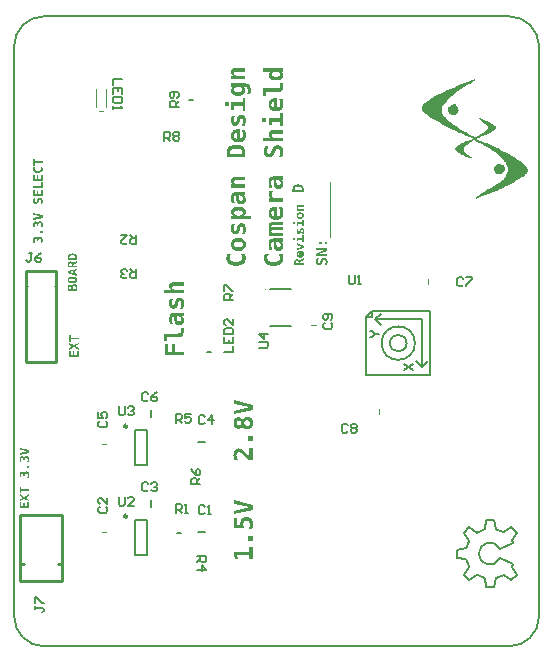
<source format=gto>
%FSLAX25Y25*%
%MOIN*%
G70*
G01*
G75*
G04 Layer_Color=65535*
%ADD10R,0.01969X0.02756*%
%ADD11R,0.02953X0.02559*%
%ADD12R,0.02559X0.02953*%
%ADD13R,0.02362X0.01969*%
%ADD14R,0.04803X0.02362*%
%ADD15R,0.02362X0.03543*%
G04:AMPARAMS|DCode=16|XSize=25.59mil|YSize=23.62mil|CornerRadius=5.91mil|HoleSize=0mil|Usage=FLASHONLY|Rotation=0.000|XOffset=0mil|YOffset=0mil|HoleType=Round|Shape=RoundedRectangle|*
%AMROUNDEDRECTD16*
21,1,0.02559,0.01181,0,0,0.0*
21,1,0.01378,0.02362,0,0,0.0*
1,1,0.01181,0.00689,-0.00591*
1,1,0.01181,-0.00689,-0.00591*
1,1,0.01181,-0.00689,0.00591*
1,1,0.01181,0.00689,0.00591*
%
%ADD16ROUNDEDRECTD16*%
%ADD17R,0.01969X0.02362*%
G04:AMPARAMS|DCode=18|XSize=25.59mil|YSize=23.62mil|CornerRadius=5.91mil|HoleSize=0mil|Usage=FLASHONLY|Rotation=270.000|XOffset=0mil|YOffset=0mil|HoleType=Round|Shape=RoundedRectangle|*
%AMROUNDEDRECTD18*
21,1,0.02559,0.01181,0,0,270.0*
21,1,0.01378,0.02362,0,0,270.0*
1,1,0.01181,-0.00591,-0.00689*
1,1,0.01181,-0.00591,0.00689*
1,1,0.01181,0.00591,0.00689*
1,1,0.01181,0.00591,-0.00689*
%
%ADD18ROUNDEDRECTD18*%
%ADD19R,0.05709X0.02165*%
%ADD20R,0.05709X0.02165*%
%ADD21R,0.05000X0.02500*%
%ADD22R,0.02500X0.05000*%
%ADD23C,0.01000*%
%ADD24C,0.01500*%
%ADD25C,0.02000*%
%ADD26C,0.00600*%
%ADD27C,0.06000*%
%ADD28C,0.05906*%
%ADD29C,0.03000*%
%ADD30C,0.03000*%
%ADD31C,0.00984*%
%ADD32C,0.00394*%
%ADD33C,0.00500*%
%ADD34C,0.00787*%
%ADD35C,0.00591*%
%ADD36C,0.00472*%
G36*
X74973Y136118D02*
X75064Y136110D01*
X75181Y136093D01*
X75298Y136077D01*
X75431Y136052D01*
X75573Y136018D01*
X75723Y135985D01*
X75872Y135935D01*
X76022Y135877D01*
X76172Y135810D01*
X76322Y135727D01*
X76456Y135643D01*
X76589Y135535D01*
X76597Y135527D01*
X76614Y135510D01*
X76647Y135477D01*
X76689Y135427D01*
X76739Y135369D01*
X76797Y135293D01*
X76855Y135210D01*
X76914Y135119D01*
X76980Y135010D01*
X77039Y134885D01*
X77097Y134760D01*
X77147Y134619D01*
X77189Y134460D01*
X77222Y134302D01*
X77239Y134127D01*
X77247Y133944D01*
Y133936D01*
Y133902D01*
X77239Y133852D01*
Y133777D01*
X77230Y133694D01*
X77214Y133602D01*
X77189Y133494D01*
X77164Y133378D01*
X77130Y133253D01*
X77089Y133119D01*
X77030Y132994D01*
X76972Y132861D01*
X76897Y132728D01*
X76806Y132603D01*
X76705Y132478D01*
X76589Y132361D01*
X76581Y132353D01*
X76556Y132336D01*
X76522Y132311D01*
X76464Y132270D01*
X76397Y132228D01*
X76314Y132178D01*
X76222Y132128D01*
X76114Y132070D01*
X75989Y132020D01*
X75856Y131962D01*
X75706Y131912D01*
X75548Y131870D01*
X75373Y131828D01*
X75190Y131803D01*
X74990Y131787D01*
X74781Y131778D01*
X74673D01*
X74590Y131787D01*
X74498Y131795D01*
X74390Y131812D01*
X74265Y131828D01*
X74132Y131853D01*
X73990Y131878D01*
X73840Y131920D01*
X73698Y131970D01*
X73540Y132028D01*
X73399Y132095D01*
X73249Y132170D01*
X73115Y132261D01*
X72982Y132361D01*
X72974Y132370D01*
X72957Y132386D01*
X72924Y132420D01*
X72874Y132470D01*
X72824Y132528D01*
X72774Y132603D01*
X72707Y132686D01*
X72649Y132778D01*
X72591Y132886D01*
X72524Y133011D01*
X72474Y133136D01*
X72416Y133278D01*
X72374Y133428D01*
X72341Y133594D01*
X72324Y133761D01*
X72316Y133944D01*
Y133952D01*
Y133986D01*
Y134044D01*
X72324Y134111D01*
X72332Y134194D01*
X72349Y134294D01*
X72374Y134402D01*
X72399Y134519D01*
X72432Y134644D01*
X72474Y134769D01*
X72532Y134902D01*
X72599Y135035D01*
X72674Y135169D01*
X72765Y135293D01*
X72865Y135418D01*
X72982Y135535D01*
X72990Y135543D01*
X73015Y135560D01*
X73049Y135593D01*
X73107Y135627D01*
X73174Y135668D01*
X73249Y135718D01*
X73349Y135777D01*
X73457Y135835D01*
X73582Y135885D01*
X73715Y135943D01*
X73865Y135993D01*
X74023Y136035D01*
X74198Y136068D01*
X74382Y136101D01*
X74573Y136118D01*
X74781Y136126D01*
X74890D01*
X74973Y136118D01*
D02*
G37*
G36*
X76955Y130720D02*
X76972Y130687D01*
X76997Y130629D01*
X77030Y130545D01*
X77064Y130454D01*
X77105Y130345D01*
X77139Y130229D01*
X77172Y130112D01*
Y130096D01*
X77180Y130054D01*
X77197Y129996D01*
X77205Y129912D01*
X77222Y129812D01*
X77239Y129696D01*
X77247Y129571D01*
Y129438D01*
Y129421D01*
Y129379D01*
X77239Y129313D01*
X77230Y129229D01*
X77222Y129121D01*
X77205Y129004D01*
X77180Y128871D01*
X77139Y128721D01*
X77097Y128571D01*
X77047Y128413D01*
X76972Y128246D01*
X76897Y128088D01*
X76797Y127930D01*
X76689Y127780D01*
X76564Y127638D01*
X76414Y127505D01*
X76406Y127497D01*
X76372Y127480D01*
X76322Y127447D01*
X76256Y127405D01*
X76172Y127347D01*
X76064Y127297D01*
X75939Y127230D01*
X75798Y127172D01*
X75639Y127113D01*
X75456Y127047D01*
X75264Y126997D01*
X75048Y126947D01*
X74815Y126897D01*
X74565Y126864D01*
X74290Y126847D01*
X74007Y126839D01*
X73940D01*
X73857Y126847D01*
X73748D01*
X73615Y126855D01*
X73465Y126872D01*
X73290Y126897D01*
X73107Y126922D01*
X72915Y126955D01*
X72724Y127005D01*
X72524Y127055D01*
X72316Y127122D01*
X72124Y127197D01*
X71932Y127288D01*
X71758Y127388D01*
X71591Y127505D01*
X71583Y127513D01*
X71558Y127538D01*
X71516Y127572D01*
X71458Y127630D01*
X71399Y127697D01*
X71324Y127780D01*
X71249Y127880D01*
X71166Y127997D01*
X71091Y128130D01*
X71016Y128271D01*
X70941Y128430D01*
X70883Y128604D01*
X70825Y128788D01*
X70783Y128988D01*
X70758Y129204D01*
X70750Y129438D01*
Y129446D01*
Y129454D01*
Y129496D01*
Y129571D01*
X70758Y129654D01*
X70766Y129762D01*
X70783Y129879D01*
X70825Y130121D01*
Y130137D01*
X70841Y130179D01*
X70858Y130237D01*
X70883Y130321D01*
X70916Y130412D01*
X70950Y130520D01*
X71049Y130737D01*
X72424D01*
X72407Y130720D01*
X72374Y130679D01*
X72324Y130620D01*
X72257Y130537D01*
X72191Y130446D01*
X72124Y130337D01*
X72057Y130229D01*
X71999Y130112D01*
X71991Y130096D01*
X71974Y130062D01*
X71957Y130004D01*
X71924Y129921D01*
X71899Y129829D01*
X71882Y129729D01*
X71866Y129613D01*
X71858Y129496D01*
Y129488D01*
Y129463D01*
Y129429D01*
X71866Y129388D01*
X71874Y129329D01*
X71882Y129263D01*
X71924Y129113D01*
X71991Y128946D01*
X72032Y128863D01*
X72082Y128779D01*
X72149Y128696D01*
X72224Y128613D01*
X72307Y128538D01*
X72399Y128471D01*
X72407D01*
X72424Y128455D01*
X72457Y128438D01*
X72499Y128421D01*
X72557Y128396D01*
X72624Y128363D01*
X72707Y128330D01*
X72799Y128305D01*
X72907Y128271D01*
X73032Y128238D01*
X73157Y128213D01*
X73307Y128180D01*
X73465Y128163D01*
X73632Y128146D01*
X73815Y128130D01*
X74107D01*
X74182Y128138D01*
X74265D01*
X74373Y128146D01*
X74481Y128155D01*
X74606Y128171D01*
X74865Y128213D01*
X75131Y128271D01*
X75381Y128355D01*
X75498Y128413D01*
X75606Y128471D01*
X75614Y128480D01*
X75631Y128488D01*
X75656Y128505D01*
X75689Y128538D01*
X75773Y128621D01*
X75872Y128729D01*
X75972Y128879D01*
X76056Y129054D01*
X76089Y129154D01*
X76114Y129254D01*
X76131Y129371D01*
X76139Y129496D01*
Y129513D01*
Y129554D01*
X76131Y129613D01*
X76122Y129696D01*
X76106Y129787D01*
X76081Y129887D01*
X76047Y130004D01*
X76006Y130112D01*
X75998Y130129D01*
X75981Y130162D01*
X75947Y130221D01*
X75898Y130304D01*
X75839Y130395D01*
X75764Y130504D01*
X75681Y130620D01*
X75573Y130737D01*
X76947D01*
X76955Y130720D01*
D02*
G37*
G36*
X75914Y141016D02*
X75972Y141008D01*
X76047Y141000D01*
X76206Y140966D01*
X76381Y140908D01*
X76472Y140866D01*
X76564Y140825D01*
X76656Y140766D01*
X76739Y140700D01*
X76814Y140625D01*
X76889Y140541D01*
Y140533D01*
X76906Y140516D01*
X76922Y140491D01*
X76947Y140450D01*
X76972Y140400D01*
X77005Y140341D01*
X77030Y140267D01*
X77064Y140183D01*
X77097Y140092D01*
X77130Y139983D01*
X77164Y139867D01*
X77189Y139733D01*
X77214Y139600D01*
X77230Y139442D01*
X77239Y139284D01*
X77247Y139109D01*
Y139100D01*
Y139092D01*
Y139067D01*
Y139034D01*
X77239Y138950D01*
Y138842D01*
X77230Y138709D01*
X77214Y138559D01*
X77197Y138401D01*
X77172Y138234D01*
Y138226D01*
Y138217D01*
X77164Y138192D01*
X77155Y138159D01*
X77139Y138067D01*
X77122Y137959D01*
X77089Y137826D01*
X77055Y137676D01*
X77005Y137509D01*
X76955Y137343D01*
X75881D01*
Y137351D01*
X75889Y137359D01*
X75923Y137409D01*
X75964Y137493D01*
X76014Y137593D01*
X76073Y137718D01*
X76131Y137859D01*
X76189Y138009D01*
X76239Y138167D01*
Y138176D01*
X76247Y138184D01*
Y138209D01*
X76256Y138242D01*
X76272Y138326D01*
X76297Y138426D01*
X76322Y138551D01*
X76339Y138692D01*
X76347Y138834D01*
X76356Y138984D01*
Y138992D01*
Y139000D01*
Y139059D01*
X76347Y139134D01*
X76339Y139225D01*
X76322Y139334D01*
X76306Y139442D01*
X76272Y139550D01*
X76231Y139642D01*
X76222Y139650D01*
X76206Y139675D01*
X76181Y139717D01*
X76139Y139758D01*
X76089Y139792D01*
X76022Y139833D01*
X75956Y139858D01*
X75872Y139867D01*
X75831D01*
X75789Y139858D01*
X75739Y139850D01*
X75673Y139825D01*
X75614Y139800D01*
X75556Y139758D01*
X75506Y139708D01*
X75498Y139700D01*
X75481Y139675D01*
X75456Y139625D01*
X75423Y139558D01*
X75389Y139450D01*
X75364Y139392D01*
X75339Y139325D01*
X75314Y139242D01*
X75289Y139159D01*
X75264Y139059D01*
X75239Y138950D01*
X75165Y138609D01*
Y138601D01*
X75156Y138576D01*
X75148Y138542D01*
X75131Y138492D01*
X75115Y138434D01*
X75098Y138367D01*
X75039Y138217D01*
X74973Y138051D01*
X74890Y137884D01*
X74781Y137726D01*
X74723Y137651D01*
X74665Y137584D01*
X74648Y137568D01*
X74598Y137534D01*
X74523Y137484D01*
X74423Y137426D01*
X74290Y137368D01*
X74140Y137318D01*
X73957Y137284D01*
X73757Y137268D01*
X73690D01*
X73640Y137276D01*
X73590Y137284D01*
X73523Y137293D01*
X73365Y137326D01*
X73199Y137384D01*
X73107Y137426D01*
X73024Y137476D01*
X72932Y137534D01*
X72849Y137601D01*
X72774Y137676D01*
X72699Y137759D01*
X72690Y137768D01*
X72682Y137784D01*
X72666Y137809D01*
X72641Y137851D01*
X72607Y137901D01*
X72574Y137959D01*
X72540Y138034D01*
X72507Y138117D01*
X72474Y138209D01*
X72441Y138309D01*
X72407Y138426D01*
X72374Y138551D01*
X72349Y138675D01*
X72332Y138826D01*
X72316Y138975D01*
Y139134D01*
Y139142D01*
Y139150D01*
Y139200D01*
Y139284D01*
X72324Y139384D01*
X72332Y139508D01*
X72341Y139642D01*
X72357Y139783D01*
X72382Y139933D01*
Y139942D01*
Y139950D01*
X72391Y140000D01*
X72407Y140083D01*
X72432Y140183D01*
X72457Y140300D01*
X72491Y140433D01*
X72574Y140708D01*
X73648D01*
X73640Y140691D01*
X73615Y140650D01*
X73573Y140583D01*
X73523Y140491D01*
X73474Y140383D01*
X73423Y140258D01*
X73365Y140133D01*
X73324Y139992D01*
X73315Y139975D01*
X73307Y139925D01*
X73290Y139858D01*
X73265Y139767D01*
X73240Y139650D01*
X73224Y139525D01*
X73215Y139392D01*
X73207Y139259D01*
Y139250D01*
Y139242D01*
Y139192D01*
X73215Y139117D01*
X73224Y139025D01*
X73240Y138925D01*
X73257Y138817D01*
X73290Y138717D01*
X73332Y138634D01*
X73340Y138626D01*
X73357Y138601D01*
X73382Y138567D01*
X73415Y138534D01*
X73465Y138492D01*
X73532Y138459D01*
X73598Y138434D01*
X73682Y138426D01*
X73698D01*
X73740Y138442D01*
X73798Y138476D01*
X73840Y138501D01*
X73882Y138542D01*
X73923Y138584D01*
X73965Y138642D01*
X74015Y138717D01*
X74057Y138809D01*
X74107Y138909D01*
X74148Y139025D01*
X74190Y139167D01*
X74231Y139325D01*
X74248Y139367D01*
X74331Y139725D01*
Y139733D01*
X74340Y139758D01*
X74348Y139792D01*
X74365Y139833D01*
X74382Y139892D01*
X74398Y139950D01*
X74456Y140100D01*
X74523Y140258D01*
X74615Y140425D01*
X74723Y140575D01*
X74848Y140708D01*
X74865Y140725D01*
X74915Y140758D01*
X74990Y140808D01*
X75098Y140866D01*
X75231Y140925D01*
X75398Y140975D01*
X75581Y141008D01*
X75798Y141025D01*
X75864D01*
X75914Y141016D01*
D02*
G37*
G36*
X77122Y150312D02*
X76606D01*
X76622Y150304D01*
X76656Y150271D01*
X76714Y150221D01*
X76780Y150154D01*
X76855Y150071D01*
X76939Y149979D01*
X77014Y149863D01*
X77080Y149738D01*
X77089Y149721D01*
X77105Y149679D01*
X77130Y149604D01*
X77164Y149513D01*
X77197Y149396D01*
X77222Y149271D01*
X77239Y149121D01*
X77247Y148971D01*
Y148963D01*
Y148938D01*
Y148896D01*
X77239Y148838D01*
X77230Y148772D01*
X77222Y148696D01*
X77214Y148605D01*
X77197Y148513D01*
X77147Y148313D01*
X77072Y148105D01*
X77022Y148005D01*
X76964Y147905D01*
X76906Y147813D01*
X76831Y147722D01*
X76822Y147714D01*
X76814Y147705D01*
X76789Y147680D01*
X76755Y147655D01*
X76705Y147622D01*
X76656Y147580D01*
X76597Y147539D01*
X76522Y147505D01*
X76439Y147464D01*
X76356Y147422D01*
X76256Y147380D01*
X76147Y147347D01*
X76031Y147322D01*
X75914Y147297D01*
X75781Y147289D01*
X75639Y147280D01*
X75564D01*
X75506Y147289D01*
X75439Y147297D01*
X75356Y147305D01*
X75181Y147347D01*
X74990Y147405D01*
X74881Y147455D01*
X74781Y147505D01*
X74690Y147564D01*
X74598Y147630D01*
X74506Y147714D01*
X74431Y147805D01*
X74423Y147813D01*
X74415Y147830D01*
X74398Y147863D01*
X74365Y147905D01*
X74340Y147964D01*
X74306Y148030D01*
X74265Y148113D01*
X74231Y148213D01*
X74190Y148322D01*
X74157Y148438D01*
X74123Y148580D01*
X74090Y148730D01*
X74065Y148888D01*
X74048Y149063D01*
X74040Y149255D01*
X74032Y149454D01*
Y150312D01*
X73782D01*
X73732Y150304D01*
X73665Y150287D01*
X73590Y150263D01*
X73515Y150221D01*
X73440Y150171D01*
X73382Y150096D01*
X73374Y150088D01*
X73357Y150054D01*
X73332Y150004D01*
X73299Y149938D01*
X73274Y149846D01*
X73249Y149738D01*
X73232Y149604D01*
X73224Y149454D01*
Y149446D01*
Y149438D01*
Y149413D01*
Y149380D01*
X73232Y149296D01*
X73240Y149180D01*
X73249Y149055D01*
X73274Y148905D01*
X73299Y148755D01*
X73340Y148597D01*
Y148588D01*
X73349Y148580D01*
Y148555D01*
X73357Y148530D01*
X73390Y148447D01*
X73423Y148338D01*
X73474Y148213D01*
X73532Y148063D01*
X73607Y147914D01*
X73690Y147747D01*
X72641D01*
Y147755D01*
X72632Y147764D01*
X72615Y147813D01*
X72582Y147897D01*
X72549Y147997D01*
X72507Y148122D01*
X72466Y148263D01*
X72432Y148405D01*
X72399Y148563D01*
Y148572D01*
Y148580D01*
X72391Y148605D01*
X72382Y148638D01*
X72374Y148722D01*
X72357Y148838D01*
X72341Y148971D01*
X72332Y149121D01*
X72316Y149280D01*
Y149454D01*
Y149471D01*
Y149504D01*
Y149563D01*
X72324Y149638D01*
X72332Y149738D01*
X72341Y149838D01*
X72357Y149954D01*
X72374Y150088D01*
X72432Y150346D01*
X72515Y150612D01*
X72566Y150737D01*
X72624Y150862D01*
X72699Y150971D01*
X72782Y151062D01*
X72790Y151071D01*
X72807Y151079D01*
X72832Y151104D01*
X72874Y151137D01*
X72924Y151171D01*
X72990Y151212D01*
X73074Y151254D01*
X73165Y151295D01*
X73274Y151337D01*
X73390Y151379D01*
X73532Y151420D01*
X73682Y151454D01*
X73848Y151487D01*
X74032Y151512D01*
X74231Y151520D01*
X74448Y151529D01*
X77122D01*
Y150312D01*
D02*
G37*
G36*
X74981Y146506D02*
X75073Y146497D01*
X75190Y146489D01*
X75323Y146472D01*
X75456Y146456D01*
X75756Y146406D01*
X76056Y146323D01*
X76206Y146273D01*
X76347Y146206D01*
X76489Y146139D01*
X76614Y146056D01*
X76622Y146048D01*
X76639Y146039D01*
X76672Y146006D01*
X76714Y145973D01*
X76764Y145923D01*
X76814Y145873D01*
X76872Y145806D01*
X76930Y145731D01*
X76989Y145639D01*
X77047Y145548D01*
X77097Y145440D01*
X77147Y145323D01*
X77189Y145198D01*
X77222Y145065D01*
X77239Y144923D01*
X77247Y144773D01*
Y144756D01*
Y144706D01*
X77239Y144640D01*
X77222Y144548D01*
X77197Y144440D01*
X77164Y144332D01*
X77122Y144215D01*
X77055Y144098D01*
X77047Y144082D01*
X77022Y144048D01*
X76972Y143990D01*
X76906Y143923D01*
X76831Y143840D01*
X76722Y143748D01*
X76606Y143657D01*
X76464Y143574D01*
X78905D01*
Y142349D01*
X72424D01*
Y143574D01*
X73132D01*
X73124Y143582D01*
X73074Y143607D01*
X72999Y143649D01*
X72907Y143707D01*
X72807Y143782D01*
X72707Y143865D01*
X72607Y143965D01*
X72524Y144073D01*
X72515Y144090D01*
X72491Y144132D01*
X72457Y144198D01*
X72416Y144282D01*
X72382Y144390D01*
X72349Y144523D01*
X72324Y144665D01*
X72316Y144815D01*
Y144823D01*
Y144848D01*
Y144890D01*
X72324Y144948D01*
X72332Y145015D01*
X72349Y145098D01*
X72374Y145181D01*
X72399Y145273D01*
X72432Y145373D01*
X72474Y145473D01*
X72524Y145581D01*
X72591Y145681D01*
X72666Y145789D01*
X72749Y145881D01*
X72849Y145981D01*
X72965Y146064D01*
X72974Y146073D01*
X72999Y146081D01*
X73032Y146106D01*
X73082Y146131D01*
X73149Y146172D01*
X73232Y146206D01*
X73324Y146247D01*
X73432Y146289D01*
X73557Y146331D01*
X73690Y146372D01*
X73840Y146414D01*
X74007Y146447D01*
X74182Y146472D01*
X74365Y146497D01*
X74565Y146506D01*
X74781Y146514D01*
X74898D01*
X74981Y146506D01*
D02*
G37*
G36*
X105656Y151562D02*
Y148457D01*
Y145352D01*
Y142247D01*
Y139142D01*
Y136037D01*
X105176D01*
Y139142D01*
Y142247D01*
Y145352D01*
Y148457D01*
Y151562D01*
Y154667D01*
X105656D01*
Y151562D01*
D02*
G37*
G36*
X103481Y129512D02*
X103526Y129507D01*
X103581Y129497D01*
X103641Y129487D01*
X103706Y129477D01*
X103846Y129432D01*
X103916Y129407D01*
X103986Y129372D01*
X104051Y129337D01*
X104121Y129287D01*
X104181Y129237D01*
X104236Y129177D01*
X104241Y129172D01*
X104246Y129162D01*
X104261Y129142D01*
X104281Y129112D01*
X104301Y129077D01*
X104326Y129037D01*
X104351Y128982D01*
X104376Y128927D01*
X104401Y128857D01*
X104426Y128782D01*
X104451Y128697D01*
X104471Y128607D01*
X104491Y128507D01*
X104506Y128402D01*
X104511Y128287D01*
X104516Y128162D01*
Y128157D01*
Y128152D01*
Y128132D01*
Y128112D01*
X104511Y128057D01*
X104506Y127987D01*
X104501Y127902D01*
X104486Y127807D01*
X104471Y127707D01*
X104451Y127602D01*
Y127597D01*
X104446Y127592D01*
Y127577D01*
X104441Y127552D01*
X104421Y127502D01*
X104401Y127432D01*
X104371Y127347D01*
X104341Y127257D01*
X104296Y127162D01*
X104251Y127062D01*
X103481D01*
Y127067D01*
X103491Y127077D01*
X103501Y127092D01*
X103516Y127112D01*
X103536Y127137D01*
X103556Y127172D01*
X103601Y127242D01*
X103651Y127332D01*
X103706Y127427D01*
X103756Y127527D01*
X103801Y127632D01*
Y127637D01*
X103806Y127647D01*
X103811Y127662D01*
X103816Y127682D01*
X103831Y127737D01*
X103851Y127807D01*
X103871Y127887D01*
X103886Y127982D01*
X103896Y128082D01*
X103901Y128182D01*
Y128187D01*
Y128192D01*
Y128207D01*
Y128227D01*
X103896Y128277D01*
X103886Y128337D01*
X103871Y128407D01*
X103851Y128477D01*
X103821Y128547D01*
X103781Y128607D01*
X103776Y128612D01*
X103756Y128632D01*
X103731Y128657D01*
X103691Y128687D01*
X103641Y128712D01*
X103581Y128737D01*
X103511Y128757D01*
X103431Y128762D01*
X103401D01*
X103371Y128757D01*
X103331Y128747D01*
X103286Y128737D01*
X103236Y128717D01*
X103186Y128692D01*
X103136Y128657D01*
X103131Y128652D01*
X103116Y128637D01*
X103091Y128617D01*
X103061Y128582D01*
X103031Y128542D01*
X102996Y128492D01*
X102961Y128432D01*
X102931Y128367D01*
X102796Y128002D01*
X102791Y127997D01*
X102786Y127977D01*
X102776Y127947D01*
X102761Y127912D01*
X102741Y127867D01*
X102716Y127812D01*
X102691Y127757D01*
X102661Y127697D01*
X102591Y127572D01*
X102516Y127447D01*
X102476Y127387D01*
X102431Y127332D01*
X102391Y127282D01*
X102346Y127242D01*
X102341D01*
X102336Y127232D01*
X102321Y127222D01*
X102301Y127212D01*
X102281Y127197D01*
X102251Y127182D01*
X102176Y127147D01*
X102086Y127107D01*
X101981Y127077D01*
X101851Y127057D01*
X101711Y127047D01*
X101661D01*
X101626Y127052D01*
X101586Y127057D01*
X101536Y127062D01*
X101481Y127072D01*
X101421Y127087D01*
X101291Y127127D01*
X101226Y127152D01*
X101156Y127182D01*
X101091Y127222D01*
X101026Y127267D01*
X100966Y127317D01*
X100911Y127372D01*
X100906Y127377D01*
X100896Y127387D01*
X100886Y127407D01*
X100866Y127432D01*
X100841Y127467D01*
X100816Y127507D01*
X100791Y127552D01*
X100761Y127607D01*
X100736Y127667D01*
X100711Y127737D01*
X100686Y127812D01*
X100661Y127892D01*
X100641Y127977D01*
X100631Y128072D01*
X100621Y128167D01*
X100616Y128272D01*
Y128277D01*
Y128282D01*
Y128297D01*
Y128317D01*
X100621Y128367D01*
Y128437D01*
X100631Y128512D01*
X100641Y128602D01*
X100656Y128697D01*
X100676Y128792D01*
Y128797D01*
X100681Y128802D01*
Y128817D01*
X100686Y128837D01*
X100701Y128887D01*
X100721Y128952D01*
X100746Y129032D01*
X100776Y129117D01*
X100811Y129212D01*
X100851Y129307D01*
X101576D01*
Y129302D01*
X101571Y129297D01*
X101551Y129267D01*
X101521Y129217D01*
X101481Y129157D01*
X101441Y129082D01*
X101401Y128997D01*
X101356Y128912D01*
X101321Y128817D01*
Y128812D01*
X101316Y128807D01*
X101311Y128792D01*
X101306Y128777D01*
X101291Y128727D01*
X101276Y128662D01*
X101261Y128592D01*
X101246Y128507D01*
X101236Y128417D01*
X101231Y128327D01*
Y128322D01*
Y128317D01*
Y128302D01*
Y128282D01*
X101236Y128232D01*
X101246Y128172D01*
X101256Y128107D01*
X101276Y128037D01*
X101306Y127972D01*
X101341Y127912D01*
X101346Y127907D01*
X101361Y127892D01*
X101386Y127867D01*
X101421Y127842D01*
X101466Y127817D01*
X101516Y127792D01*
X101581Y127777D01*
X101651Y127772D01*
X101676D01*
X101706Y127777D01*
X101741Y127787D01*
X101781Y127797D01*
X101826Y127812D01*
X101871Y127837D01*
X101911Y127872D01*
X101916Y127877D01*
X101926Y127892D01*
X101951Y127922D01*
X101976Y127967D01*
X102011Y128027D01*
X102046Y128102D01*
X102071Y128147D01*
X102091Y128197D01*
X102111Y128252D01*
X102136Y128312D01*
X102256Y128632D01*
Y128637D01*
X102261Y128652D01*
X102271Y128677D01*
X102286Y128707D01*
X102301Y128742D01*
X102321Y128787D01*
X102371Y128887D01*
X102436Y128997D01*
X102511Y129107D01*
X102596Y129212D01*
X102646Y129257D01*
X102696Y129302D01*
X102701Y129307D01*
X102706Y129312D01*
X102726Y129322D01*
X102746Y129337D01*
X102771Y129352D01*
X102806Y129372D01*
X102841Y129392D01*
X102886Y129412D01*
X102986Y129447D01*
X103101Y129482D01*
X103236Y129507D01*
X103311Y129517D01*
X103441D01*
X103481Y129512D01*
D02*
G37*
G36*
X94782Y153977D02*
X94852D01*
X94932Y153972D01*
X95027Y153962D01*
X95132Y153947D01*
X95242Y153932D01*
X95357Y153912D01*
X95477Y153882D01*
X95597Y153852D01*
X95717Y153812D01*
X95832Y153767D01*
X95937Y153712D01*
X96037Y153647D01*
X96127Y153577D01*
X96132Y153572D01*
X96147Y153557D01*
X96167Y153532D01*
X96197Y153502D01*
X96227Y153457D01*
X96267Y153402D01*
X96307Y153337D01*
X96347Y153262D01*
X96387Y153172D01*
X96427Y153077D01*
X96467Y152967D01*
X96497Y152847D01*
X96527Y152717D01*
X96547Y152572D01*
X96562Y152417D01*
X96567Y152252D01*
Y151457D01*
X92807D01*
Y152252D01*
Y152257D01*
Y152262D01*
Y152292D01*
X92812Y152342D01*
Y152402D01*
X92822Y152477D01*
X92832Y152567D01*
X92842Y152662D01*
X92862Y152762D01*
X92887Y152872D01*
X92912Y152982D01*
X92952Y153092D01*
X92992Y153197D01*
X93042Y153302D01*
X93102Y153402D01*
X93167Y153497D01*
X93247Y153577D01*
X93252Y153582D01*
X93267Y153597D01*
X93292Y153617D01*
X93332Y153642D01*
X93377Y153672D01*
X93437Y153707D01*
X93512Y153742D01*
X93592Y153782D01*
X93687Y153817D01*
X93792Y153852D01*
X93912Y153887D01*
X94042Y153917D01*
X94182Y153947D01*
X94337Y153967D01*
X94507Y153977D01*
X94687Y153982D01*
X94732D01*
X94782Y153977D01*
D02*
G37*
G36*
X104441Y131832D02*
X101711Y130782D01*
X104441D01*
Y130127D01*
X100681D01*
Y130922D01*
X103416Y131972D01*
X100681D01*
Y132627D01*
X104441D01*
Y131832D01*
D02*
G37*
G36*
Y134062D02*
X103516D01*
Y134902D01*
X104441D01*
Y134062D01*
D02*
G37*
G36*
X102686D02*
X101766D01*
Y134902D01*
X102686D01*
Y134062D01*
D02*
G37*
G36*
X77122Y191554D02*
X74190D01*
X74098Y191546D01*
X73990Y191538D01*
X73865Y191521D01*
X73748Y191488D01*
X73632Y191454D01*
X73540Y191404D01*
X73532Y191396D01*
X73507Y191379D01*
X73465Y191338D01*
X73423Y191288D01*
X73390Y191221D01*
X73349Y191138D01*
X73324Y191046D01*
X73315Y190930D01*
Y190913D01*
X73324Y190871D01*
X73332Y190813D01*
X73349Y190738D01*
X73390Y190655D01*
X73440Y190571D01*
X73515Y190480D01*
X73615Y190405D01*
X73632Y190396D01*
X73673Y190372D01*
X73740Y190347D01*
X73832Y190313D01*
X73948Y190271D01*
X74090Y190247D01*
X74256Y190222D01*
X74440Y190213D01*
X77122D01*
Y188997D01*
X72424D01*
Y190213D01*
X73132D01*
X73124Y190222D01*
X73074Y190238D01*
X73007Y190271D01*
X72915Y190313D01*
X72815Y190380D01*
X72716Y190455D01*
X72624Y190546D01*
X72532Y190655D01*
X72524Y190671D01*
X72499Y190713D01*
X72466Y190780D01*
X72424Y190871D01*
X72382Y190980D01*
X72349Y191104D01*
X72324Y191254D01*
X72316Y191413D01*
Y191421D01*
Y191446D01*
Y191479D01*
X72324Y191521D01*
X72332Y191579D01*
X72341Y191646D01*
X72374Y191796D01*
X72424Y191954D01*
X72507Y192129D01*
X72557Y192212D01*
X72615Y192287D01*
X72682Y192362D01*
X72765Y192429D01*
X72774D01*
X72782Y192446D01*
X72815Y192462D01*
X72849Y192479D01*
X72890Y192512D01*
X72949Y192537D01*
X73015Y192571D01*
X73099Y192604D01*
X73182Y192629D01*
X73282Y192662D01*
X73390Y192696D01*
X73507Y192721D01*
X73632Y192737D01*
X73773Y192754D01*
X73923Y192771D01*
X77122D01*
Y191554D01*
D02*
G37*
G36*
X76955Y187681D02*
X77047Y187673D01*
X77155Y187664D01*
X77264Y187648D01*
X77389Y187623D01*
X77655Y187564D01*
X77788Y187523D01*
X77922Y187473D01*
X78055Y187414D01*
X78172Y187339D01*
X78288Y187264D01*
X78388Y187173D01*
X78396Y187164D01*
X78413Y187148D01*
X78438Y187115D01*
X78463Y187073D01*
X78505Y187023D01*
X78547Y186956D01*
X78597Y186873D01*
X78638Y186773D01*
X78688Y186665D01*
X78738Y186548D01*
X78780Y186415D01*
X78813Y186265D01*
X78846Y186098D01*
X78871Y185923D01*
X78888Y185732D01*
X78896Y185523D01*
Y185507D01*
Y185457D01*
Y185382D01*
X78888Y185282D01*
X78880Y185165D01*
X78871Y185040D01*
X78855Y184899D01*
X78838Y184757D01*
Y184740D01*
X78830Y184690D01*
X78813Y184616D01*
X78796Y184524D01*
X78771Y184407D01*
X78738Y184282D01*
X78705Y184141D01*
X78663Y183999D01*
X77539D01*
X77547Y184016D01*
X77572Y184057D01*
X77605Y184124D01*
X77647Y184216D01*
X77688Y184324D01*
X77738Y184441D01*
X77780Y184565D01*
X77822Y184699D01*
Y184707D01*
Y184715D01*
X77838Y184757D01*
X77847Y184832D01*
X77863Y184924D01*
X77880Y185040D01*
X77897Y185165D01*
X77905Y185299D01*
X77913Y185440D01*
Y185449D01*
Y185465D01*
Y185490D01*
X77905Y185523D01*
X77897Y185615D01*
X77880Y185732D01*
X77855Y185857D01*
X77805Y185982D01*
X77747Y186098D01*
X77663Y186206D01*
X77655Y186215D01*
X77614Y186248D01*
X77564Y186290D01*
X77480Y186331D01*
X77372Y186381D01*
X77247Y186415D01*
X77089Y186448D01*
X76914Y186456D01*
X76406D01*
X76422Y186448D01*
X76464Y186423D01*
X76522Y186381D01*
X76589Y186331D01*
X76672Y186257D01*
X76755Y186173D01*
X76839Y186082D01*
X76906Y185973D01*
X76914Y185957D01*
X76930Y185923D01*
X76955Y185857D01*
X76980Y185773D01*
X77014Y185665D01*
X77039Y185548D01*
X77055Y185407D01*
X77064Y185249D01*
Y185240D01*
Y185215D01*
X77055Y185174D01*
Y185115D01*
X77047Y185049D01*
X77030Y184974D01*
X77014Y184882D01*
X76989Y184790D01*
X76955Y184690D01*
X76914Y184582D01*
X76864Y184482D01*
X76797Y184374D01*
X76731Y184266D01*
X76647Y184166D01*
X76547Y184066D01*
X76439Y183974D01*
X76431Y183966D01*
X76406Y183957D01*
X76372Y183932D01*
X76322Y183899D01*
X76264Y183866D01*
X76181Y183824D01*
X76098Y183782D01*
X75989Y183741D01*
X75872Y183699D01*
X75748Y183658D01*
X75606Y183616D01*
X75456Y183582D01*
X75289Y183549D01*
X75115Y183524D01*
X74931Y183516D01*
X74731Y183508D01*
X74623D01*
X74548Y183516D01*
X74456Y183524D01*
X74340Y183533D01*
X74223Y183549D01*
X74090Y183566D01*
X73807Y183624D01*
X73515Y183707D01*
X73365Y183757D01*
X73224Y183824D01*
X73090Y183891D01*
X72965Y183974D01*
X72957Y183982D01*
X72940Y183999D01*
X72907Y184024D01*
X72865Y184057D01*
X72815Y184107D01*
X72757Y184166D01*
X72699Y184232D01*
X72632Y184307D01*
X72574Y184399D01*
X72515Y184491D01*
X72457Y184599D01*
X72407Y184707D01*
X72366Y184832D01*
X72332Y184957D01*
X72316Y185099D01*
X72307Y185240D01*
Y185249D01*
Y185257D01*
Y185307D01*
X72316Y185382D01*
X72332Y185482D01*
X72357Y185598D01*
X72391Y185715D01*
X72432Y185840D01*
X72499Y185957D01*
X72507Y185973D01*
X72532Y186007D01*
X72574Y186065D01*
X72641Y186140D01*
X72716Y186215D01*
X72807Y186298D01*
X72907Y186381D01*
X73032Y186456D01*
X72424D01*
Y187689D01*
X76881D01*
X76955Y187681D01*
D02*
G37*
G36*
X21500Y96500D02*
X18372D01*
Y98447D01*
X18917D01*
Y97120D01*
X19591D01*
Y98322D01*
X20135D01*
Y97120D01*
X20955D01*
Y98447D01*
X21500D01*
Y96500D01*
D02*
G37*
G36*
X18913Y102915D02*
X21500D01*
Y102295D01*
X18913D01*
Y101500D01*
X18372D01*
Y103709D01*
X18913D01*
Y102915D01*
D02*
G37*
G36*
X21500Y100618D02*
X20468Y100019D01*
X21500Y99424D01*
Y98788D01*
X19915Y99703D01*
X18372Y98813D01*
Y99449D01*
X19370Y100019D01*
X18372Y100593D01*
Y101234D01*
X19915Y100344D01*
X21500Y101259D01*
Y100618D01*
D02*
G37*
G36*
X71574Y180059D02*
X70142D01*
Y181292D01*
X71574D01*
Y180059D01*
D02*
G37*
G36*
X74148Y167181D02*
X74265D01*
X74398Y167173D01*
X74556Y167156D01*
X74731Y167131D01*
X74915Y167106D01*
X75106Y167072D01*
X75306Y167023D01*
X75506Y166972D01*
X75706Y166906D01*
X75898Y166831D01*
X76073Y166739D01*
X76239Y166631D01*
X76389Y166514D01*
X76397Y166506D01*
X76422Y166481D01*
X76456Y166439D01*
X76506Y166389D01*
X76556Y166314D01*
X76622Y166223D01*
X76689Y166114D01*
X76755Y165990D01*
X76822Y165840D01*
X76889Y165681D01*
X76955Y165498D01*
X77005Y165298D01*
X77055Y165082D01*
X77089Y164840D01*
X77114Y164582D01*
X77122Y164307D01*
Y162982D01*
X70858D01*
Y164307D01*
Y164315D01*
Y164324D01*
Y164374D01*
X70866Y164457D01*
Y164557D01*
X70883Y164682D01*
X70899Y164832D01*
X70916Y164990D01*
X70950Y165157D01*
X70991Y165340D01*
X71033Y165523D01*
X71100Y165706D01*
X71166Y165881D01*
X71249Y166056D01*
X71349Y166223D01*
X71458Y166381D01*
X71591Y166514D01*
X71599Y166523D01*
X71624Y166548D01*
X71666Y166581D01*
X71732Y166623D01*
X71807Y166673D01*
X71908Y166731D01*
X72032Y166789D01*
X72166Y166856D01*
X72324Y166914D01*
X72499Y166972D01*
X72699Y167031D01*
X72915Y167081D01*
X73149Y167131D01*
X73407Y167164D01*
X73690Y167181D01*
X73990Y167189D01*
X74065D01*
X74148Y167181D01*
D02*
G37*
G36*
X77122Y155344D02*
X74190D01*
X74098Y155335D01*
X73990Y155327D01*
X73865Y155310D01*
X73748Y155277D01*
X73632Y155244D01*
X73540Y155194D01*
X73532Y155186D01*
X73507Y155169D01*
X73465Y155127D01*
X73423Y155077D01*
X73390Y155011D01*
X73349Y154927D01*
X73324Y154836D01*
X73315Y154719D01*
Y154702D01*
X73324Y154661D01*
X73332Y154603D01*
X73349Y154527D01*
X73390Y154444D01*
X73440Y154361D01*
X73515Y154269D01*
X73615Y154194D01*
X73632Y154186D01*
X73673Y154161D01*
X73740Y154136D01*
X73832Y154103D01*
X73948Y154061D01*
X74090Y154036D01*
X74256Y154011D01*
X74440Y154003D01*
X77122D01*
Y152787D01*
X72424D01*
Y154003D01*
X73132D01*
X73124Y154011D01*
X73074Y154028D01*
X73007Y154061D01*
X72915Y154103D01*
X72815Y154169D01*
X72716Y154244D01*
X72624Y154336D01*
X72532Y154444D01*
X72524Y154461D01*
X72499Y154502D01*
X72466Y154569D01*
X72424Y154661D01*
X72382Y154769D01*
X72349Y154894D01*
X72324Y155044D01*
X72316Y155202D01*
Y155211D01*
Y155236D01*
Y155269D01*
X72324Y155310D01*
X72332Y155369D01*
X72341Y155436D01*
X72374Y155585D01*
X72424Y155744D01*
X72507Y155919D01*
X72557Y156002D01*
X72615Y156077D01*
X72682Y156152D01*
X72765Y156219D01*
X72774D01*
X72782Y156235D01*
X72815Y156252D01*
X72849Y156269D01*
X72890Y156302D01*
X72949Y156327D01*
X73015Y156360D01*
X73099Y156393D01*
X73182Y156418D01*
X73282Y156452D01*
X73390Y156485D01*
X73507Y156510D01*
X73632Y156527D01*
X73773Y156543D01*
X73923Y156560D01*
X77122D01*
Y155344D01*
D02*
G37*
G36*
X75173Y169213D02*
X75223D01*
X75264Y169222D01*
X75364Y169230D01*
X75489Y169255D01*
X75623Y169288D01*
X75756Y169347D01*
X75889Y169422D01*
X76006Y169530D01*
X76014Y169546D01*
X76047Y169588D01*
X76089Y169663D01*
X76139Y169771D01*
X76189Y169905D01*
X76231Y170071D01*
X76264Y170271D01*
X76272Y170496D01*
Y170504D01*
Y170513D01*
Y170538D01*
Y170571D01*
X76264Y170654D01*
X76256Y170763D01*
X76247Y170888D01*
X76222Y171029D01*
X76197Y171179D01*
X76156Y171329D01*
Y171337D01*
X76147Y171346D01*
X76139Y171371D01*
X76131Y171404D01*
X76106Y171487D01*
X76064Y171596D01*
X76014Y171721D01*
X75947Y171871D01*
X75864Y172029D01*
X75773Y172195D01*
X76897D01*
Y172187D01*
X76906Y172179D01*
X76914Y172154D01*
X76922Y172120D01*
X76955Y172037D01*
X76997Y171921D01*
X77039Y171796D01*
X77080Y171646D01*
X77122Y171487D01*
X77155Y171321D01*
Y171312D01*
Y171304D01*
X77164Y171279D01*
X77172Y171246D01*
X77180Y171154D01*
X77197Y171038D01*
X77214Y170896D01*
X77230Y170738D01*
X77239Y170563D01*
X77247Y170379D01*
Y170363D01*
Y170329D01*
X77239Y170271D01*
Y170188D01*
X77230Y170088D01*
X77214Y169971D01*
X77197Y169846D01*
X77172Y169713D01*
X77139Y169571D01*
X77097Y169422D01*
X77047Y169272D01*
X76980Y169122D01*
X76914Y168980D01*
X76831Y168838D01*
X76731Y168705D01*
X76622Y168580D01*
X76614Y168572D01*
X76589Y168555D01*
X76556Y168522D01*
X76506Y168480D01*
X76439Y168439D01*
X76356Y168389D01*
X76264Y168330D01*
X76156Y168272D01*
X76039Y168214D01*
X75898Y168155D01*
X75748Y168105D01*
X75589Y168064D01*
X75414Y168022D01*
X75223Y167989D01*
X75023Y167972D01*
X74806Y167964D01*
X74698D01*
X74615Y167972D01*
X74523Y167981D01*
X74406Y167997D01*
X74282Y168014D01*
X74148Y168039D01*
X74007Y168072D01*
X73857Y168105D01*
X73707Y168155D01*
X73557Y168214D01*
X73407Y168280D01*
X73257Y168364D01*
X73124Y168455D01*
X72990Y168555D01*
X72982Y168564D01*
X72957Y168580D01*
X72924Y168614D01*
X72882Y168664D01*
X72832Y168730D01*
X72774Y168797D01*
X72716Y168888D01*
X72649Y168988D01*
X72591Y169097D01*
X72532Y169222D01*
X72474Y169355D01*
X72424Y169505D01*
X72374Y169655D01*
X72341Y169830D01*
X72324Y170005D01*
X72316Y170196D01*
Y170205D01*
Y170246D01*
Y170296D01*
X72324Y170371D01*
X72332Y170455D01*
X72349Y170554D01*
X72366Y170671D01*
X72391Y170788D01*
X72424Y170913D01*
X72466Y171046D01*
X72515Y171179D01*
X72582Y171321D01*
X72649Y171454D01*
X72732Y171579D01*
X72832Y171696D01*
X72940Y171812D01*
X72949Y171821D01*
X72965Y171837D01*
X73007Y171862D01*
X73057Y171904D01*
X73115Y171946D01*
X73190Y171995D01*
X73282Y172054D01*
X73390Y172104D01*
X73507Y172162D01*
X73632Y172212D01*
X73773Y172262D01*
X73932Y172304D01*
X74098Y172345D01*
X74282Y172370D01*
X74473Y172387D01*
X74673Y172395D01*
X75173D01*
Y169213D01*
D02*
G37*
G36*
X77122Y178526D02*
X76181D01*
Y180059D01*
X73365D01*
Y178859D01*
X72424D01*
Y181292D01*
X76181D01*
Y182816D01*
X77122D01*
Y178526D01*
D02*
G37*
G36*
X75914Y177227D02*
X75972Y177218D01*
X76047Y177210D01*
X76206Y177177D01*
X76381Y177119D01*
X76472Y177077D01*
X76564Y177035D01*
X76656Y176977D01*
X76739Y176910D01*
X76814Y176835D01*
X76889Y176752D01*
Y176744D01*
X76906Y176727D01*
X76922Y176702D01*
X76947Y176660D01*
X76972Y176610D01*
X77005Y176552D01*
X77030Y176477D01*
X77064Y176394D01*
X77097Y176302D01*
X77130Y176194D01*
X77164Y176077D01*
X77189Y175944D01*
X77214Y175811D01*
X77230Y175652D01*
X77239Y175494D01*
X77247Y175319D01*
Y175311D01*
Y175303D01*
Y175277D01*
Y175244D01*
X77239Y175161D01*
Y175053D01*
X77230Y174919D01*
X77214Y174769D01*
X77197Y174611D01*
X77172Y174444D01*
Y174436D01*
Y174428D01*
X77164Y174403D01*
X77155Y174370D01*
X77139Y174278D01*
X77122Y174170D01*
X77089Y174036D01*
X77055Y173886D01*
X77005Y173720D01*
X76955Y173553D01*
X75881D01*
Y173562D01*
X75889Y173570D01*
X75923Y173620D01*
X75964Y173703D01*
X76014Y173803D01*
X76073Y173928D01*
X76131Y174070D01*
X76189Y174220D01*
X76239Y174378D01*
Y174386D01*
X76247Y174395D01*
Y174420D01*
X76256Y174453D01*
X76272Y174536D01*
X76297Y174636D01*
X76322Y174761D01*
X76339Y174903D01*
X76347Y175044D01*
X76356Y175194D01*
Y175203D01*
Y175211D01*
Y175269D01*
X76347Y175344D01*
X76339Y175436D01*
X76322Y175544D01*
X76306Y175652D01*
X76272Y175761D01*
X76231Y175852D01*
X76222Y175861D01*
X76206Y175886D01*
X76181Y175927D01*
X76139Y175969D01*
X76089Y176002D01*
X76022Y176044D01*
X75956Y176069D01*
X75872Y176077D01*
X75831D01*
X75789Y176069D01*
X75739Y176061D01*
X75673Y176036D01*
X75614Y176011D01*
X75556Y175969D01*
X75506Y175919D01*
X75498Y175911D01*
X75481Y175886D01*
X75456Y175836D01*
X75423Y175769D01*
X75389Y175661D01*
X75364Y175602D01*
X75339Y175536D01*
X75314Y175452D01*
X75289Y175369D01*
X75264Y175269D01*
X75239Y175161D01*
X75165Y174819D01*
Y174811D01*
X75156Y174786D01*
X75148Y174753D01*
X75131Y174703D01*
X75115Y174644D01*
X75098Y174578D01*
X75039Y174428D01*
X74973Y174261D01*
X74890Y174095D01*
X74781Y173936D01*
X74723Y173861D01*
X74665Y173795D01*
X74648Y173778D01*
X74598Y173745D01*
X74523Y173695D01*
X74423Y173636D01*
X74290Y173578D01*
X74140Y173528D01*
X73957Y173495D01*
X73757Y173478D01*
X73690D01*
X73640Y173487D01*
X73590Y173495D01*
X73523Y173503D01*
X73365Y173537D01*
X73199Y173595D01*
X73107Y173636D01*
X73024Y173687D01*
X72932Y173745D01*
X72849Y173811D01*
X72774Y173886D01*
X72699Y173970D01*
X72690Y173978D01*
X72682Y173995D01*
X72666Y174020D01*
X72641Y174061D01*
X72607Y174111D01*
X72574Y174170D01*
X72540Y174245D01*
X72507Y174328D01*
X72474Y174420D01*
X72441Y174520D01*
X72407Y174636D01*
X72374Y174761D01*
X72349Y174886D01*
X72332Y175036D01*
X72316Y175186D01*
Y175344D01*
Y175353D01*
Y175361D01*
Y175411D01*
Y175494D01*
X72324Y175594D01*
X72332Y175719D01*
X72341Y175852D01*
X72357Y175994D01*
X72382Y176144D01*
Y176152D01*
Y176161D01*
X72391Y176210D01*
X72407Y176294D01*
X72432Y176394D01*
X72457Y176510D01*
X72491Y176644D01*
X72574Y176919D01*
X73648D01*
X73640Y176902D01*
X73615Y176860D01*
X73573Y176794D01*
X73523Y176702D01*
X73474Y176594D01*
X73423Y176469D01*
X73365Y176344D01*
X73324Y176202D01*
X73315Y176186D01*
X73307Y176136D01*
X73290Y176069D01*
X73265Y175977D01*
X73240Y175861D01*
X73224Y175736D01*
X73215Y175602D01*
X73207Y175469D01*
Y175461D01*
Y175452D01*
Y175402D01*
X73215Y175328D01*
X73224Y175236D01*
X73240Y175136D01*
X73257Y175028D01*
X73290Y174928D01*
X73332Y174844D01*
X73340Y174836D01*
X73357Y174811D01*
X73382Y174778D01*
X73415Y174744D01*
X73465Y174703D01*
X73532Y174670D01*
X73598Y174644D01*
X73682Y174636D01*
X73698D01*
X73740Y174653D01*
X73798Y174686D01*
X73840Y174711D01*
X73882Y174753D01*
X73923Y174794D01*
X73965Y174853D01*
X74015Y174928D01*
X74057Y175019D01*
X74107Y175119D01*
X74148Y175236D01*
X74190Y175378D01*
X74231Y175536D01*
X74248Y175577D01*
X74331Y175936D01*
Y175944D01*
X74340Y175969D01*
X74348Y176002D01*
X74365Y176044D01*
X74382Y176102D01*
X74398Y176161D01*
X74456Y176311D01*
X74523Y176469D01*
X74615Y176635D01*
X74723Y176785D01*
X74848Y176919D01*
X74865Y176935D01*
X74915Y176969D01*
X74990Y177018D01*
X75098Y177077D01*
X75231Y177135D01*
X75398Y177185D01*
X75581Y177218D01*
X75798Y177235D01*
X75864D01*
X75914Y177227D01*
D02*
G37*
G36*
X96567Y146491D02*
X95103D01*
X95057Y146487D01*
X95003Y146483D01*
X94940Y146475D01*
X94882Y146458D01*
X94824Y146441D01*
X94778Y146416D01*
X94774Y146412D01*
X94762Y146404D01*
X94741Y146383D01*
X94720Y146358D01*
X94703Y146325D01*
X94682Y146283D01*
X94670Y146237D01*
X94666Y146179D01*
Y146171D01*
X94670Y146150D01*
X94674Y146121D01*
X94682Y146083D01*
X94703Y146042D01*
X94728Y146000D01*
X94766Y145954D01*
X94816Y145917D01*
X94824Y145913D01*
X94845Y145900D01*
X94878Y145888D01*
X94924Y145871D01*
X94982Y145851D01*
X95053Y145838D01*
X95136Y145826D01*
X95227Y145821D01*
X96567D01*
Y145214D01*
X94221D01*
Y145821D01*
X94574D01*
X94570Y145826D01*
X94545Y145834D01*
X94512Y145851D01*
X94466Y145871D01*
X94416Y145905D01*
X94366Y145942D01*
X94320Y145988D01*
X94275Y146042D01*
X94271Y146050D01*
X94258Y146071D01*
X94241Y146104D01*
X94221Y146150D01*
X94200Y146204D01*
X94183Y146266D01*
X94171Y146341D01*
X94167Y146420D01*
Y146424D01*
Y146437D01*
Y146454D01*
X94171Y146475D01*
X94175Y146504D01*
X94179Y146537D01*
X94196Y146612D01*
X94221Y146691D01*
X94262Y146778D01*
X94287Y146820D01*
X94316Y146857D01*
X94350Y146895D01*
X94391Y146928D01*
X94395D01*
X94400Y146936D01*
X94416Y146944D01*
X94433Y146953D01*
X94454Y146969D01*
X94483Y146982D01*
X94516Y146999D01*
X94558Y147015D01*
X94599Y147028D01*
X94649Y147044D01*
X94703Y147061D01*
X94762Y147073D01*
X94824Y147082D01*
X94895Y147090D01*
X94969Y147099D01*
X96567D01*
Y146491D01*
D02*
G37*
G36*
X89622Y170863D02*
X86690D01*
X86598Y170854D01*
X86490Y170846D01*
X86373Y170829D01*
X86257Y170796D01*
X86140Y170763D01*
X86049Y170713D01*
X86040Y170704D01*
X86015Y170688D01*
X85974Y170646D01*
X85932Y170596D01*
X85899Y170529D01*
X85857Y170446D01*
X85832Y170354D01*
X85824Y170238D01*
Y170221D01*
X85832Y170180D01*
X85840Y170121D01*
X85857Y170046D01*
X85899Y169955D01*
X85948Y169871D01*
X86023Y169780D01*
X86123Y169705D01*
X86140Y169696D01*
X86173Y169680D01*
X86240Y169647D01*
X86332Y169613D01*
X86448Y169580D01*
X86590Y169546D01*
X86756Y169530D01*
X86940Y169521D01*
X89622D01*
Y168305D01*
X83100D01*
Y169521D01*
X85632D01*
X85624Y169530D01*
X85574Y169546D01*
X85507Y169580D01*
X85415Y169622D01*
X85315Y169688D01*
X85216Y169763D01*
X85124Y169855D01*
X85032Y169963D01*
X85024Y169980D01*
X84999Y170021D01*
X84966Y170088D01*
X84924Y170180D01*
X84882Y170288D01*
X84849Y170413D01*
X84824Y170563D01*
X84816Y170721D01*
Y170729D01*
Y170754D01*
Y170788D01*
X84824Y170829D01*
X84832Y170888D01*
X84841Y170954D01*
X84874Y171104D01*
X84924Y171263D01*
X85007Y171437D01*
X85057Y171521D01*
X85115Y171596D01*
X85182Y171671D01*
X85265Y171737D01*
X85274D01*
X85282Y171754D01*
X85315Y171771D01*
X85349Y171787D01*
X85390Y171821D01*
X85449Y171846D01*
X85515Y171879D01*
X85599Y171912D01*
X85682Y171937D01*
X85782Y171970D01*
X85890Y172004D01*
X86007Y172029D01*
X86132Y172046D01*
X86273Y172062D01*
X86423Y172079D01*
X89622D01*
Y170863D01*
D02*
G37*
G36*
X88023Y167056D02*
X88098Y167048D01*
X88189Y167031D01*
X88289Y167014D01*
X88398Y166998D01*
X88631Y166923D01*
X88747Y166881D01*
X88864Y166823D01*
X88972Y166764D01*
X89089Y166681D01*
X89189Y166598D01*
X89280Y166498D01*
X89289Y166489D01*
X89297Y166473D01*
X89322Y166439D01*
X89355Y166389D01*
X89389Y166331D01*
X89430Y166264D01*
X89472Y166173D01*
X89514Y166081D01*
X89555Y165965D01*
X89597Y165840D01*
X89639Y165698D01*
X89672Y165548D01*
X89705Y165382D01*
X89730Y165207D01*
X89739Y165015D01*
X89747Y164807D01*
Y164798D01*
Y164790D01*
Y164757D01*
Y164723D01*
X89739Y164632D01*
X89730Y164515D01*
X89722Y164374D01*
X89697Y164215D01*
X89672Y164049D01*
X89639Y163874D01*
Y163865D01*
X89630Y163857D01*
Y163832D01*
X89622Y163791D01*
X89589Y163707D01*
X89555Y163591D01*
X89505Y163449D01*
X89455Y163299D01*
X89381Y163141D01*
X89306Y162974D01*
X88023D01*
Y162982D01*
X88039Y162999D01*
X88056Y163024D01*
X88081Y163057D01*
X88114Y163099D01*
X88148Y163157D01*
X88223Y163274D01*
X88306Y163424D01*
X88398Y163582D01*
X88481Y163749D01*
X88556Y163924D01*
Y163932D01*
X88564Y163949D01*
X88573Y163974D01*
X88581Y164007D01*
X88606Y164099D01*
X88639Y164215D01*
X88672Y164349D01*
X88697Y164507D01*
X88714Y164673D01*
X88722Y164840D01*
Y164848D01*
Y164857D01*
Y164882D01*
Y164915D01*
X88714Y164998D01*
X88697Y165098D01*
X88672Y165215D01*
X88639Y165331D01*
X88589Y165448D01*
X88522Y165548D01*
X88514Y165556D01*
X88481Y165590D01*
X88439Y165631D01*
X88372Y165681D01*
X88289Y165723D01*
X88189Y165765D01*
X88073Y165798D01*
X87939Y165806D01*
X87889D01*
X87839Y165798D01*
X87773Y165781D01*
X87698Y165765D01*
X87615Y165731D01*
X87531Y165690D01*
X87448Y165631D01*
X87440Y165623D01*
X87415Y165598D01*
X87373Y165565D01*
X87323Y165506D01*
X87273Y165440D01*
X87215Y165357D01*
X87156Y165257D01*
X87106Y165148D01*
X86882Y164540D01*
X86873Y164532D01*
X86865Y164498D01*
X86848Y164448D01*
X86823Y164390D01*
X86790Y164315D01*
X86748Y164224D01*
X86707Y164132D01*
X86657Y164032D01*
X86540Y163824D01*
X86415Y163616D01*
X86348Y163516D01*
X86273Y163424D01*
X86207Y163341D01*
X86132Y163274D01*
X86123D01*
X86115Y163257D01*
X86090Y163241D01*
X86057Y163224D01*
X86023Y163199D01*
X85974Y163174D01*
X85849Y163116D01*
X85699Y163049D01*
X85524Y162999D01*
X85307Y162966D01*
X85074Y162949D01*
X84991D01*
X84932Y162958D01*
X84866Y162966D01*
X84782Y162974D01*
X84691Y162991D01*
X84591Y163016D01*
X84374Y163082D01*
X84266Y163124D01*
X84149Y163174D01*
X84041Y163241D01*
X83933Y163316D01*
X83833Y163399D01*
X83741Y163491D01*
X83733Y163499D01*
X83716Y163516D01*
X83699Y163549D01*
X83666Y163591D01*
X83624Y163649D01*
X83583Y163716D01*
X83541Y163791D01*
X83491Y163882D01*
X83450Y163982D01*
X83408Y164099D01*
X83366Y164224D01*
X83325Y164357D01*
X83291Y164498D01*
X83275Y164657D01*
X83258Y164815D01*
X83250Y164990D01*
Y164998D01*
Y165007D01*
Y165032D01*
Y165065D01*
X83258Y165148D01*
Y165265D01*
X83275Y165390D01*
X83291Y165540D01*
X83316Y165698D01*
X83350Y165856D01*
Y165865D01*
X83358Y165873D01*
Y165898D01*
X83366Y165931D01*
X83391Y166015D01*
X83425Y166123D01*
X83466Y166256D01*
X83516Y166398D01*
X83574Y166556D01*
X83641Y166714D01*
X84849D01*
Y166706D01*
X84841Y166698D01*
X84807Y166648D01*
X84757Y166564D01*
X84691Y166464D01*
X84624Y166340D01*
X84557Y166198D01*
X84482Y166056D01*
X84424Y165898D01*
Y165890D01*
X84416Y165881D01*
X84408Y165856D01*
X84399Y165831D01*
X84374Y165748D01*
X84349Y165640D01*
X84324Y165523D01*
X84299Y165382D01*
X84282Y165232D01*
X84274Y165082D01*
Y165073D01*
Y165065D01*
Y165040D01*
Y165007D01*
X84282Y164923D01*
X84299Y164823D01*
X84316Y164715D01*
X84349Y164599D01*
X84399Y164490D01*
X84457Y164390D01*
X84466Y164382D01*
X84491Y164357D01*
X84532Y164315D01*
X84591Y164274D01*
X84666Y164232D01*
X84749Y164190D01*
X84857Y164165D01*
X84974Y164157D01*
X85015D01*
X85066Y164165D01*
X85124Y164182D01*
X85190Y164199D01*
X85265Y164224D01*
X85340Y164265D01*
X85407Y164324D01*
X85415Y164332D01*
X85432Y164357D01*
X85474Y164407D01*
X85515Y164482D01*
X85574Y164582D01*
X85632Y164707D01*
X85674Y164782D01*
X85707Y164865D01*
X85740Y164957D01*
X85782Y165057D01*
X85982Y165590D01*
Y165598D01*
X85990Y165623D01*
X86007Y165665D01*
X86032Y165715D01*
X86057Y165773D01*
X86090Y165848D01*
X86173Y166015D01*
X86282Y166198D01*
X86407Y166381D01*
X86548Y166556D01*
X86632Y166631D01*
X86715Y166706D01*
X86723Y166714D01*
X86731Y166723D01*
X86765Y166739D01*
X86798Y166764D01*
X86840Y166789D01*
X86898Y166823D01*
X86956Y166856D01*
X87031Y166889D01*
X87198Y166947D01*
X87390Y167006D01*
X87615Y167048D01*
X87739Y167064D01*
X87956D01*
X88023Y167056D01*
D02*
G37*
G36*
X89622Y173353D02*
X88681D01*
Y174886D01*
X85865D01*
Y173687D01*
X84924D01*
Y176119D01*
X88681D01*
Y177643D01*
X89622D01*
Y173353D01*
D02*
G37*
G36*
X87673Y179559D02*
X87723D01*
X87764Y179568D01*
X87864Y179576D01*
X87989Y179601D01*
X88123Y179634D01*
X88256Y179692D01*
X88389Y179767D01*
X88506Y179876D01*
X88514Y179892D01*
X88547Y179934D01*
X88589Y180009D01*
X88639Y180117D01*
X88689Y180251D01*
X88731Y180417D01*
X88764Y180617D01*
X88772Y180842D01*
Y180850D01*
Y180859D01*
Y180884D01*
Y180917D01*
X88764Y181000D01*
X88756Y181108D01*
X88747Y181234D01*
X88722Y181375D01*
X88697Y181525D01*
X88656Y181675D01*
Y181683D01*
X88647Y181692D01*
X88639Y181717D01*
X88631Y181750D01*
X88606Y181833D01*
X88564Y181941D01*
X88514Y182067D01*
X88447Y182216D01*
X88364Y182375D01*
X88273Y182541D01*
X89397D01*
Y182533D01*
X89406Y182525D01*
X89414Y182500D01*
X89422Y182466D01*
X89455Y182383D01*
X89497Y182266D01*
X89539Y182141D01*
X89580Y181992D01*
X89622Y181833D01*
X89655Y181667D01*
Y181658D01*
Y181650D01*
X89664Y181625D01*
X89672Y181592D01*
X89680Y181500D01*
X89697Y181383D01*
X89714Y181242D01*
X89730Y181084D01*
X89739Y180909D01*
X89747Y180725D01*
Y180709D01*
Y180675D01*
X89739Y180617D01*
Y180534D01*
X89730Y180434D01*
X89714Y180317D01*
X89697Y180192D01*
X89672Y180059D01*
X89639Y179917D01*
X89597Y179767D01*
X89547Y179618D01*
X89480Y179467D01*
X89414Y179326D01*
X89331Y179184D01*
X89231Y179051D01*
X89122Y178926D01*
X89114Y178918D01*
X89089Y178901D01*
X89056Y178868D01*
X89006Y178826D01*
X88939Y178785D01*
X88856Y178735D01*
X88764Y178676D01*
X88656Y178618D01*
X88539Y178560D01*
X88398Y178501D01*
X88248Y178451D01*
X88089Y178410D01*
X87914Y178368D01*
X87723Y178335D01*
X87523Y178318D01*
X87306Y178310D01*
X87198D01*
X87115Y178318D01*
X87023Y178326D01*
X86906Y178343D01*
X86782Y178360D01*
X86648Y178385D01*
X86507Y178418D01*
X86357Y178451D01*
X86207Y178501D01*
X86057Y178560D01*
X85907Y178626D01*
X85757Y178709D01*
X85624Y178801D01*
X85490Y178901D01*
X85482Y178909D01*
X85457Y178926D01*
X85424Y178959D01*
X85382Y179009D01*
X85332Y179076D01*
X85274Y179143D01*
X85216Y179234D01*
X85149Y179334D01*
X85091Y179443D01*
X85032Y179568D01*
X84974Y179701D01*
X84924Y179851D01*
X84874Y180001D01*
X84841Y180176D01*
X84824Y180350D01*
X84816Y180542D01*
Y180550D01*
Y180592D01*
Y180642D01*
X84824Y180717D01*
X84832Y180800D01*
X84849Y180900D01*
X84866Y181017D01*
X84891Y181133D01*
X84924Y181258D01*
X84966Y181392D01*
X85015Y181525D01*
X85082Y181667D01*
X85149Y181800D01*
X85232Y181925D01*
X85332Y182042D01*
X85440Y182158D01*
X85449Y182167D01*
X85465Y182183D01*
X85507Y182208D01*
X85557Y182250D01*
X85615Y182291D01*
X85690Y182341D01*
X85782Y182400D01*
X85890Y182450D01*
X86007Y182508D01*
X86132Y182558D01*
X86273Y182608D01*
X86432Y182650D01*
X86598Y182691D01*
X86782Y182716D01*
X86973Y182733D01*
X87173Y182741D01*
X87673D01*
Y179559D01*
D02*
G37*
G36*
X84074Y174886D02*
X82642D01*
Y176119D01*
X84074D01*
Y174886D01*
D02*
G37*
G36*
X89622Y155485D02*
X89106D01*
X89122Y155477D01*
X89156Y155444D01*
X89214Y155394D01*
X89280Y155327D01*
X89355Y155244D01*
X89439Y155152D01*
X89514Y155036D01*
X89580Y154911D01*
X89589Y154894D01*
X89605Y154852D01*
X89630Y154777D01*
X89664Y154686D01*
X89697Y154569D01*
X89722Y154444D01*
X89739Y154294D01*
X89747Y154144D01*
Y154136D01*
Y154111D01*
Y154069D01*
X89739Y154011D01*
X89730Y153944D01*
X89722Y153869D01*
X89714Y153778D01*
X89697Y153686D01*
X89647Y153486D01*
X89572Y153278D01*
X89522Y153178D01*
X89464Y153078D01*
X89406Y152987D01*
X89331Y152895D01*
X89322Y152886D01*
X89314Y152878D01*
X89289Y152853D01*
X89255Y152828D01*
X89205Y152795D01*
X89156Y152753D01*
X89097Y152712D01*
X89022Y152678D01*
X88939Y152637D01*
X88856Y152595D01*
X88756Y152553D01*
X88647Y152520D01*
X88531Y152495D01*
X88414Y152470D01*
X88281Y152462D01*
X88139Y152453D01*
X88064D01*
X88006Y152462D01*
X87939Y152470D01*
X87856Y152478D01*
X87681Y152520D01*
X87490Y152578D01*
X87381Y152628D01*
X87281Y152678D01*
X87190Y152737D01*
X87098Y152803D01*
X87006Y152886D01*
X86931Y152978D01*
X86923Y152987D01*
X86915Y153003D01*
X86898Y153036D01*
X86865Y153078D01*
X86840Y153136D01*
X86806Y153203D01*
X86765Y153286D01*
X86731Y153386D01*
X86690Y153495D01*
X86657Y153611D01*
X86623Y153753D01*
X86590Y153903D01*
X86565Y154061D01*
X86548Y154236D01*
X86540Y154428D01*
X86532Y154628D01*
Y155485D01*
X86282D01*
X86232Y155477D01*
X86165Y155461D01*
X86090Y155436D01*
X86015Y155394D01*
X85940Y155344D01*
X85882Y155269D01*
X85874Y155261D01*
X85857Y155227D01*
X85832Y155177D01*
X85799Y155111D01*
X85774Y155019D01*
X85749Y154911D01*
X85732Y154777D01*
X85724Y154628D01*
Y154619D01*
Y154611D01*
Y154586D01*
Y154552D01*
X85732Y154469D01*
X85740Y154353D01*
X85749Y154228D01*
X85774Y154078D01*
X85799Y153928D01*
X85840Y153770D01*
Y153761D01*
X85849Y153753D01*
Y153728D01*
X85857Y153703D01*
X85890Y153620D01*
X85923Y153511D01*
X85974Y153386D01*
X86032Y153236D01*
X86107Y153086D01*
X86190Y152920D01*
X85141D01*
Y152928D01*
X85132Y152936D01*
X85115Y152987D01*
X85082Y153070D01*
X85049Y153170D01*
X85007Y153295D01*
X84966Y153436D01*
X84932Y153578D01*
X84899Y153736D01*
Y153744D01*
Y153753D01*
X84891Y153778D01*
X84882Y153811D01*
X84874Y153894D01*
X84857Y154011D01*
X84841Y154144D01*
X84832Y154294D01*
X84816Y154453D01*
Y154628D01*
Y154644D01*
Y154677D01*
Y154736D01*
X84824Y154811D01*
X84832Y154911D01*
X84841Y155011D01*
X84857Y155127D01*
X84874Y155261D01*
X84932Y155519D01*
X85015Y155785D01*
X85066Y155910D01*
X85124Y156035D01*
X85199Y156143D01*
X85282Y156235D01*
X85290Y156244D01*
X85307Y156252D01*
X85332Y156277D01*
X85374Y156310D01*
X85424Y156343D01*
X85490Y156385D01*
X85574Y156427D01*
X85665Y156468D01*
X85774Y156510D01*
X85890Y156552D01*
X86032Y156593D01*
X86182Y156627D01*
X86348Y156660D01*
X86532Y156685D01*
X86731Y156693D01*
X86948Y156702D01*
X89622D01*
Y155485D01*
D02*
G37*
G36*
Y134794D02*
X89106D01*
X89122Y134785D01*
X89156Y134752D01*
X89214Y134702D01*
X89280Y134635D01*
X89355Y134552D01*
X89439Y134460D01*
X89514Y134344D01*
X89580Y134219D01*
X89589Y134202D01*
X89605Y134161D01*
X89630Y134086D01*
X89664Y133994D01*
X89697Y133877D01*
X89722Y133753D01*
X89739Y133602D01*
X89747Y133453D01*
Y133444D01*
Y133419D01*
Y133378D01*
X89739Y133319D01*
X89730Y133253D01*
X89722Y133178D01*
X89714Y133086D01*
X89697Y132994D01*
X89647Y132794D01*
X89572Y132586D01*
X89522Y132486D01*
X89464Y132386D01*
X89406Y132295D01*
X89331Y132203D01*
X89322Y132195D01*
X89314Y132186D01*
X89289Y132161D01*
X89255Y132136D01*
X89205Y132103D01*
X89156Y132062D01*
X89097Y132020D01*
X89022Y131986D01*
X88939Y131945D01*
X88856Y131903D01*
X88756Y131862D01*
X88647Y131828D01*
X88531Y131803D01*
X88414Y131778D01*
X88281Y131770D01*
X88139Y131762D01*
X88064D01*
X88006Y131770D01*
X87939Y131778D01*
X87856Y131787D01*
X87681Y131828D01*
X87490Y131887D01*
X87381Y131937D01*
X87281Y131986D01*
X87190Y132045D01*
X87098Y132112D01*
X87006Y132195D01*
X86931Y132286D01*
X86923Y132295D01*
X86915Y132311D01*
X86898Y132345D01*
X86865Y132386D01*
X86840Y132445D01*
X86806Y132511D01*
X86765Y132595D01*
X86731Y132695D01*
X86690Y132803D01*
X86657Y132920D01*
X86623Y133061D01*
X86590Y133211D01*
X86565Y133369D01*
X86548Y133544D01*
X86540Y133736D01*
X86532Y133936D01*
Y134794D01*
X86282D01*
X86232Y134785D01*
X86165Y134769D01*
X86090Y134744D01*
X86015Y134702D01*
X85940Y134652D01*
X85882Y134577D01*
X85874Y134569D01*
X85857Y134536D01*
X85832Y134485D01*
X85799Y134419D01*
X85774Y134327D01*
X85749Y134219D01*
X85732Y134086D01*
X85724Y133936D01*
Y133927D01*
Y133919D01*
Y133894D01*
Y133861D01*
X85732Y133777D01*
X85740Y133661D01*
X85749Y133536D01*
X85774Y133386D01*
X85799Y133236D01*
X85840Y133078D01*
Y133069D01*
X85849Y133061D01*
Y133036D01*
X85857Y133011D01*
X85890Y132928D01*
X85923Y132819D01*
X85974Y132695D01*
X86032Y132545D01*
X86107Y132395D01*
X86190Y132228D01*
X85141D01*
Y132236D01*
X85132Y132245D01*
X85115Y132295D01*
X85082Y132378D01*
X85049Y132478D01*
X85007Y132603D01*
X84966Y132745D01*
X84932Y132886D01*
X84899Y133044D01*
Y133053D01*
Y133061D01*
X84891Y133086D01*
X84882Y133119D01*
X84874Y133203D01*
X84857Y133319D01*
X84841Y133453D01*
X84832Y133602D01*
X84816Y133761D01*
Y133936D01*
Y133952D01*
Y133986D01*
Y134044D01*
X84824Y134119D01*
X84832Y134219D01*
X84841Y134319D01*
X84857Y134435D01*
X84874Y134569D01*
X84932Y134827D01*
X85015Y135094D01*
X85066Y135219D01*
X85124Y135344D01*
X85199Y135452D01*
X85282Y135543D01*
X85290Y135552D01*
X85307Y135560D01*
X85332Y135585D01*
X85374Y135618D01*
X85424Y135652D01*
X85490Y135693D01*
X85574Y135735D01*
X85665Y135777D01*
X85774Y135818D01*
X85890Y135860D01*
X86032Y135902D01*
X86182Y135935D01*
X86348Y135968D01*
X86532Y135993D01*
X86731Y136002D01*
X86948Y136010D01*
X89622D01*
Y134794D01*
D02*
G37*
G36*
X89455Y130720D02*
X89472Y130687D01*
X89497Y130629D01*
X89530Y130545D01*
X89564Y130454D01*
X89605Y130345D01*
X89639Y130229D01*
X89672Y130112D01*
Y130096D01*
X89680Y130054D01*
X89697Y129996D01*
X89705Y129912D01*
X89722Y129812D01*
X89739Y129696D01*
X89747Y129571D01*
Y129438D01*
Y129421D01*
Y129379D01*
X89739Y129313D01*
X89730Y129229D01*
X89722Y129121D01*
X89705Y129004D01*
X89680Y128871D01*
X89639Y128721D01*
X89597Y128571D01*
X89547Y128413D01*
X89472Y128246D01*
X89397Y128088D01*
X89297Y127930D01*
X89189Y127780D01*
X89064Y127638D01*
X88914Y127505D01*
X88906Y127497D01*
X88872Y127480D01*
X88822Y127447D01*
X88756Y127405D01*
X88672Y127347D01*
X88564Y127297D01*
X88439Y127230D01*
X88298Y127172D01*
X88139Y127113D01*
X87956Y127047D01*
X87764Y126997D01*
X87548Y126947D01*
X87315Y126897D01*
X87065Y126864D01*
X86790Y126847D01*
X86507Y126839D01*
X86440D01*
X86357Y126847D01*
X86248D01*
X86115Y126855D01*
X85965Y126872D01*
X85790Y126897D01*
X85607Y126922D01*
X85415Y126955D01*
X85224Y127005D01*
X85024Y127055D01*
X84816Y127122D01*
X84624Y127197D01*
X84432Y127288D01*
X84258Y127388D01*
X84091Y127505D01*
X84083Y127513D01*
X84058Y127538D01*
X84016Y127572D01*
X83958Y127630D01*
X83899Y127697D01*
X83824Y127780D01*
X83749Y127880D01*
X83666Y127997D01*
X83591Y128130D01*
X83516Y128271D01*
X83441Y128430D01*
X83383Y128604D01*
X83325Y128788D01*
X83283Y128988D01*
X83258Y129204D01*
X83250Y129438D01*
Y129446D01*
Y129454D01*
Y129496D01*
Y129571D01*
X83258Y129654D01*
X83266Y129762D01*
X83283Y129879D01*
X83325Y130121D01*
Y130137D01*
X83341Y130179D01*
X83358Y130237D01*
X83383Y130321D01*
X83416Y130412D01*
X83450Y130520D01*
X83549Y130737D01*
X84924D01*
X84907Y130720D01*
X84874Y130679D01*
X84824Y130620D01*
X84757Y130537D01*
X84691Y130446D01*
X84624Y130337D01*
X84557Y130229D01*
X84499Y130112D01*
X84491Y130096D01*
X84474Y130062D01*
X84457Y130004D01*
X84424Y129921D01*
X84399Y129829D01*
X84382Y129729D01*
X84366Y129613D01*
X84358Y129496D01*
Y129488D01*
Y129463D01*
Y129429D01*
X84366Y129388D01*
X84374Y129329D01*
X84382Y129263D01*
X84424Y129113D01*
X84491Y128946D01*
X84532Y128863D01*
X84582Y128779D01*
X84649Y128696D01*
X84724Y128613D01*
X84807Y128538D01*
X84899Y128471D01*
X84907D01*
X84924Y128455D01*
X84957Y128438D01*
X84999Y128421D01*
X85057Y128396D01*
X85124Y128363D01*
X85207Y128330D01*
X85299Y128305D01*
X85407Y128271D01*
X85532Y128238D01*
X85657Y128213D01*
X85807Y128180D01*
X85965Y128163D01*
X86132Y128146D01*
X86315Y128130D01*
X86607D01*
X86682Y128138D01*
X86765D01*
X86873Y128146D01*
X86981Y128155D01*
X87106Y128171D01*
X87365Y128213D01*
X87631Y128271D01*
X87881Y128355D01*
X87998Y128413D01*
X88106Y128471D01*
X88114Y128480D01*
X88131Y128488D01*
X88156Y128505D01*
X88189Y128538D01*
X88273Y128621D01*
X88372Y128729D01*
X88472Y128879D01*
X88556Y129054D01*
X88589Y129154D01*
X88614Y129254D01*
X88631Y129371D01*
X88639Y129496D01*
Y129513D01*
Y129554D01*
X88631Y129613D01*
X88622Y129696D01*
X88606Y129787D01*
X88581Y129887D01*
X88547Y130004D01*
X88506Y130112D01*
X88498Y130129D01*
X88481Y130162D01*
X88447Y130221D01*
X88398Y130304D01*
X88339Y130395D01*
X88264Y130504D01*
X88181Y130620D01*
X88073Y130737D01*
X89447D01*
X89455Y130720D01*
D02*
G37*
G36*
X89622Y140383D02*
X86440D01*
X86332Y140375D01*
X86215Y140366D01*
X86098Y140350D01*
X85998Y140325D01*
X85915Y140300D01*
X85907D01*
X85890Y140283D01*
X85857Y140267D01*
X85824Y140233D01*
X85790Y140192D01*
X85757Y140142D01*
X85740Y140083D01*
X85732Y140008D01*
Y140000D01*
Y139975D01*
X85740Y139942D01*
X85757Y139892D01*
X85774Y139850D01*
X85807Y139800D01*
X85857Y139750D01*
X85915Y139717D01*
X85923D01*
X85948Y139700D01*
X85998Y139692D01*
X86073Y139675D01*
X86165Y139658D01*
X86290Y139650D01*
X86440Y139634D01*
X89622D01*
Y138642D01*
X86532D01*
X86440Y138634D01*
X86332D01*
X86215Y138617D01*
X86098Y138601D01*
X85998Y138584D01*
X85915Y138551D01*
X85907D01*
X85890Y138534D01*
X85857Y138517D01*
X85824Y138484D01*
X85790Y138442D01*
X85757Y138392D01*
X85740Y138334D01*
X85732Y138259D01*
Y138251D01*
Y138226D01*
X85740Y138192D01*
X85757Y138142D01*
X85774Y138101D01*
X85807Y138051D01*
X85857Y138001D01*
X85915Y137968D01*
X85923D01*
X85948Y137959D01*
X85998Y137943D01*
X86065Y137934D01*
X86165Y137917D01*
X86282Y137901D01*
X86432Y137892D01*
X89622D01*
Y136885D01*
X84924D01*
Y137776D01*
X85415D01*
X85407Y137784D01*
X85374Y137793D01*
X85324Y137818D01*
X85257Y137859D01*
X85190Y137901D01*
X85115Y137959D01*
X85049Y138026D01*
X84982Y138109D01*
X84974Y138117D01*
X84957Y138151D01*
X84932Y138201D01*
X84899Y138259D01*
X84866Y138334D01*
X84841Y138426D01*
X84824Y138526D01*
X84816Y138626D01*
Y138642D01*
Y138675D01*
X84824Y138725D01*
X84841Y138801D01*
X84857Y138875D01*
X84891Y138967D01*
X84932Y139050D01*
X84991Y139142D01*
X84999Y139150D01*
X85024Y139184D01*
X85057Y139225D01*
X85107Y139267D01*
X85166Y139317D01*
X85232Y139367D01*
X85315Y139409D01*
X85399Y139434D01*
X85382Y139442D01*
X85349Y139459D01*
X85299Y139492D01*
X85232Y139533D01*
X85166Y139584D01*
X85091Y139642D01*
X85024Y139708D01*
X84966Y139783D01*
X84957Y139792D01*
X84941Y139825D01*
X84916Y139867D01*
X84891Y139933D01*
X84866Y140008D01*
X84841Y140100D01*
X84824Y140200D01*
X84816Y140308D01*
Y140316D01*
Y140333D01*
Y140366D01*
X84824Y140408D01*
X84832Y140458D01*
X84841Y140516D01*
X84866Y140650D01*
X84916Y140783D01*
X84991Y140925D01*
X85040Y140991D01*
X85099Y141058D01*
X85166Y141108D01*
X85241Y141158D01*
X85249D01*
X85257Y141166D01*
X85290Y141183D01*
X85324Y141191D01*
X85374Y141216D01*
X85440Y141233D01*
X85524Y141250D01*
X85615Y141274D01*
X85724Y141299D01*
X85849Y141316D01*
X85990Y141341D01*
X86148Y141358D01*
X86332Y141366D01*
X86523Y141383D01*
X86740Y141391D01*
X89622D01*
Y140383D01*
D02*
G37*
G36*
X86215Y151712D02*
X86190Y151687D01*
X86157Y151637D01*
X86123Y151587D01*
X86073Y151512D01*
X86032Y151429D01*
X85990Y151346D01*
X85948Y151245D01*
X85940Y151237D01*
X85932Y151196D01*
X85915Y151146D01*
X85899Y151071D01*
X85882Y150987D01*
X85874Y150887D01*
X85857Y150771D01*
Y150654D01*
Y150646D01*
Y150637D01*
Y150587D01*
X85865Y150512D01*
X85874Y150421D01*
X85890Y150312D01*
X85915Y150204D01*
X85948Y150088D01*
X85998Y149971D01*
X86007Y149954D01*
X86023Y149921D01*
X86057Y149871D01*
X86098Y149804D01*
X86148Y149729D01*
X86223Y149654D01*
X86298Y149588D01*
X86390Y149521D01*
X86398D01*
X86415Y149504D01*
X86448Y149488D01*
X86498Y149463D01*
X86557Y149446D01*
X86623Y149421D01*
X86698Y149396D01*
X86782Y149380D01*
X86790D01*
X86823Y149371D01*
X86873D01*
X86948Y149363D01*
X87048Y149355D01*
X87165D01*
X87306Y149346D01*
X89622D01*
Y148113D01*
X84924D01*
Y149346D01*
X85657D01*
X85649Y149355D01*
X85599Y149380D01*
X85524Y149421D01*
X85432Y149479D01*
X85332Y149555D01*
X85232Y149654D01*
X85132Y149763D01*
X85040Y149896D01*
Y149904D01*
X85032Y149913D01*
X85007Y149963D01*
X84966Y150038D01*
X84924Y150146D01*
X84891Y150271D01*
X84849Y150421D01*
X84824Y150587D01*
X84816Y150762D01*
Y150771D01*
Y150804D01*
Y150854D01*
X84824Y150921D01*
X84832Y150996D01*
X84841Y151079D01*
X84882Y151254D01*
Y151262D01*
X84891Y151295D01*
X84907Y151346D01*
X84924Y151404D01*
X84949Y151470D01*
X84982Y151554D01*
X85057Y151720D01*
X86223D01*
X86215Y151712D01*
D02*
G37*
G36*
X87673Y143349D02*
X87723D01*
X87764Y143357D01*
X87864Y143365D01*
X87989Y143390D01*
X88123Y143424D01*
X88256Y143482D01*
X88389Y143557D01*
X88506Y143665D01*
X88514Y143682D01*
X88547Y143723D01*
X88589Y143798D01*
X88639Y143907D01*
X88689Y144040D01*
X88731Y144207D01*
X88764Y144407D01*
X88772Y144632D01*
Y144640D01*
Y144648D01*
Y144673D01*
Y144706D01*
X88764Y144790D01*
X88756Y144898D01*
X88747Y145023D01*
X88722Y145165D01*
X88697Y145315D01*
X88656Y145465D01*
Y145473D01*
X88647Y145481D01*
X88639Y145506D01*
X88631Y145539D01*
X88606Y145623D01*
X88564Y145731D01*
X88514Y145856D01*
X88447Y146006D01*
X88364Y146164D01*
X88273Y146331D01*
X89397D01*
Y146323D01*
X89406Y146314D01*
X89414Y146289D01*
X89422Y146256D01*
X89455Y146172D01*
X89497Y146056D01*
X89539Y145931D01*
X89580Y145781D01*
X89622Y145623D01*
X89655Y145456D01*
Y145448D01*
Y145440D01*
X89664Y145414D01*
X89672Y145381D01*
X89680Y145290D01*
X89697Y145173D01*
X89714Y145031D01*
X89730Y144873D01*
X89739Y144698D01*
X89747Y144515D01*
Y144498D01*
Y144465D01*
X89739Y144407D01*
Y144323D01*
X89730Y144223D01*
X89714Y144107D01*
X89697Y143982D01*
X89672Y143849D01*
X89639Y143707D01*
X89597Y143557D01*
X89547Y143407D01*
X89480Y143257D01*
X89414Y143115D01*
X89331Y142974D01*
X89231Y142841D01*
X89122Y142716D01*
X89114Y142707D01*
X89089Y142691D01*
X89056Y142657D01*
X89006Y142616D01*
X88939Y142574D01*
X88856Y142524D01*
X88764Y142466D01*
X88656Y142407D01*
X88539Y142349D01*
X88398Y142291D01*
X88248Y142241D01*
X88089Y142199D01*
X87914Y142157D01*
X87723Y142124D01*
X87523Y142107D01*
X87306Y142099D01*
X87198D01*
X87115Y142107D01*
X87023Y142116D01*
X86906Y142132D01*
X86782Y142149D01*
X86648Y142174D01*
X86507Y142207D01*
X86357Y142241D01*
X86207Y142291D01*
X86057Y142349D01*
X85907Y142416D01*
X85757Y142499D01*
X85624Y142591D01*
X85490Y142691D01*
X85482Y142699D01*
X85457Y142716D01*
X85424Y142749D01*
X85382Y142799D01*
X85332Y142866D01*
X85274Y142932D01*
X85216Y143024D01*
X85149Y143124D01*
X85091Y143232D01*
X85032Y143357D01*
X84974Y143490D01*
X84924Y143640D01*
X84874Y143790D01*
X84841Y143965D01*
X84824Y144140D01*
X84816Y144332D01*
Y144340D01*
Y144382D01*
Y144431D01*
X84824Y144507D01*
X84832Y144590D01*
X84849Y144690D01*
X84866Y144806D01*
X84891Y144923D01*
X84924Y145048D01*
X84966Y145181D01*
X85015Y145315D01*
X85082Y145456D01*
X85149Y145589D01*
X85232Y145714D01*
X85332Y145831D01*
X85440Y145948D01*
X85449Y145956D01*
X85465Y145973D01*
X85507Y145998D01*
X85557Y146039D01*
X85615Y146081D01*
X85690Y146131D01*
X85782Y146189D01*
X85890Y146239D01*
X86007Y146298D01*
X86132Y146347D01*
X86273Y146397D01*
X86432Y146439D01*
X86598Y146481D01*
X86782Y146506D01*
X86973Y146522D01*
X87173Y146531D01*
X87673D01*
Y143349D01*
D02*
G37*
G36*
X95964Y139336D02*
X95993Y139332D01*
X96030Y139328D01*
X96109Y139311D01*
X96197Y139282D01*
X96242Y139261D01*
X96288Y139240D01*
X96334Y139211D01*
X96376Y139178D01*
X96413Y139140D01*
X96451Y139099D01*
Y139095D01*
X96459Y139086D01*
X96467Y139074D01*
X96480Y139053D01*
X96492Y139028D01*
X96509Y138999D01*
X96521Y138962D01*
X96538Y138920D01*
X96554Y138874D01*
X96571Y138820D01*
X96588Y138762D01*
X96600Y138695D01*
X96613Y138629D01*
X96621Y138550D01*
X96625Y138471D01*
X96629Y138383D01*
Y138379D01*
Y138375D01*
Y138362D01*
Y138346D01*
X96625Y138304D01*
Y138250D01*
X96621Y138184D01*
X96613Y138109D01*
X96604Y138030D01*
X96592Y137946D01*
Y137942D01*
Y137938D01*
X96588Y137926D01*
X96584Y137909D01*
X96575Y137863D01*
X96567Y137809D01*
X96550Y137743D01*
X96534Y137668D01*
X96509Y137584D01*
X96484Y137501D01*
X95947D01*
Y137505D01*
X95951Y137510D01*
X95968Y137535D01*
X95989Y137576D01*
X96014Y137626D01*
X96043Y137689D01*
X96072Y137759D01*
X96101Y137834D01*
X96126Y137913D01*
Y137917D01*
X96130Y137922D01*
Y137934D01*
X96134Y137951D01*
X96143Y137992D01*
X96155Y138042D01*
X96168Y138104D01*
X96176Y138175D01*
X96180Y138246D01*
X96184Y138321D01*
Y138325D01*
Y138329D01*
Y138358D01*
X96180Y138396D01*
X96176Y138442D01*
X96168Y138496D01*
X96159Y138550D01*
X96143Y138604D01*
X96122Y138649D01*
X96118Y138654D01*
X96109Y138666D01*
X96097Y138687D01*
X96076Y138708D01*
X96051Y138724D01*
X96018Y138745D01*
X95985Y138758D01*
X95943Y138762D01*
X95922D01*
X95901Y138758D01*
X95876Y138753D01*
X95843Y138741D01*
X95814Y138728D01*
X95785Y138708D01*
X95760Y138683D01*
X95756Y138679D01*
X95747Y138666D01*
X95735Y138641D01*
X95718Y138608D01*
X95702Y138554D01*
X95689Y138525D01*
X95677Y138491D01*
X95664Y138450D01*
X95652Y138408D01*
X95639Y138358D01*
X95627Y138304D01*
X95589Y138134D01*
Y138129D01*
X95585Y138117D01*
X95581Y138100D01*
X95573Y138075D01*
X95564Y138046D01*
X95556Y138013D01*
X95527Y137938D01*
X95494Y137855D01*
X95452Y137772D01*
X95398Y137693D01*
X95369Y137655D01*
X95340Y137622D01*
X95331Y137614D01*
X95306Y137597D01*
X95269Y137572D01*
X95219Y137543D01*
X95152Y137514D01*
X95078Y137489D01*
X94986Y137472D01*
X94886Y137464D01*
X94853D01*
X94828Y137468D01*
X94803Y137472D01*
X94770Y137476D01*
X94691Y137493D01*
X94608Y137522D01*
X94562Y137543D01*
X94520Y137568D01*
X94475Y137597D01*
X94433Y137630D01*
X94395Y137668D01*
X94358Y137709D01*
X94354Y137714D01*
X94350Y137722D01*
X94341Y137734D01*
X94329Y137755D01*
X94312Y137780D01*
X94296Y137809D01*
X94279Y137847D01*
X94262Y137888D01*
X94246Y137934D01*
X94229Y137984D01*
X94212Y138042D01*
X94196Y138104D01*
X94183Y138167D01*
X94175Y138242D01*
X94167Y138317D01*
Y138396D01*
Y138400D01*
Y138404D01*
Y138429D01*
Y138471D01*
X94171Y138521D01*
X94175Y138583D01*
X94179Y138649D01*
X94187Y138720D01*
X94200Y138795D01*
Y138799D01*
Y138803D01*
X94204Y138828D01*
X94212Y138870D01*
X94225Y138920D01*
X94237Y138978D01*
X94254Y139045D01*
X94296Y139182D01*
X94832D01*
X94828Y139174D01*
X94816Y139153D01*
X94795Y139120D01*
X94770Y139074D01*
X94745Y139020D01*
X94720Y138957D01*
X94691Y138895D01*
X94670Y138824D01*
X94666Y138816D01*
X94662Y138791D01*
X94653Y138758D01*
X94641Y138712D01*
X94628Y138654D01*
X94620Y138591D01*
X94616Y138525D01*
X94612Y138458D01*
Y138454D01*
Y138450D01*
Y138425D01*
X94616Y138387D01*
X94620Y138342D01*
X94628Y138292D01*
X94637Y138238D01*
X94653Y138188D01*
X94674Y138146D01*
X94678Y138142D01*
X94687Y138129D01*
X94699Y138113D01*
X94716Y138096D01*
X94741Y138075D01*
X94774Y138059D01*
X94807Y138046D01*
X94849Y138042D01*
X94857D01*
X94878Y138050D01*
X94907Y138067D01*
X94928Y138080D01*
X94949Y138100D01*
X94969Y138121D01*
X94990Y138150D01*
X95015Y138188D01*
X95036Y138233D01*
X95061Y138283D01*
X95082Y138342D01*
X95103Y138412D01*
X95123Y138491D01*
X95132Y138512D01*
X95173Y138691D01*
Y138695D01*
X95178Y138708D01*
X95182Y138724D01*
X95190Y138745D01*
X95198Y138774D01*
X95207Y138803D01*
X95236Y138878D01*
X95269Y138957D01*
X95315Y139041D01*
X95369Y139115D01*
X95431Y139182D01*
X95440Y139190D01*
X95464Y139207D01*
X95502Y139232D01*
X95556Y139261D01*
X95623Y139290D01*
X95706Y139315D01*
X95797Y139332D01*
X95906Y139340D01*
X95939D01*
X95964Y139336D01*
D02*
G37*
G36*
X93796Y135584D02*
X93081D01*
Y136199D01*
X93796D01*
Y135584D01*
D02*
G37*
G36*
X96567Y139985D02*
X96097D01*
Y140750D01*
X94691D01*
Y140151D01*
X94221D01*
Y141366D01*
X96097D01*
Y142127D01*
X96567D01*
Y139985D01*
D02*
G37*
G36*
X95494Y144640D02*
X95539Y144636D01*
X95598Y144627D01*
X95656Y144619D01*
X95723Y144607D01*
X95793Y144590D01*
X95868Y144573D01*
X95943Y144548D01*
X96018Y144519D01*
X96093Y144486D01*
X96168Y144444D01*
X96234Y144403D01*
X96301Y144349D01*
X96305Y144344D01*
X96313Y144336D01*
X96330Y144320D01*
X96351Y144295D01*
X96376Y144265D01*
X96405Y144228D01*
X96434Y144186D01*
X96463Y144141D01*
X96496Y144087D01*
X96525Y144024D01*
X96554Y143962D01*
X96579Y143891D01*
X96600Y143812D01*
X96617Y143733D01*
X96625Y143646D01*
X96629Y143554D01*
Y143550D01*
Y143533D01*
X96625Y143508D01*
Y143471D01*
X96621Y143429D01*
X96613Y143384D01*
X96600Y143330D01*
X96588Y143271D01*
X96571Y143209D01*
X96550Y143142D01*
X96521Y143080D01*
X96492Y143013D01*
X96455Y142947D01*
X96409Y142884D01*
X96359Y142822D01*
X96301Y142764D01*
X96297Y142760D01*
X96284Y142751D01*
X96267Y142739D01*
X96238Y142718D01*
X96205Y142697D01*
X96163Y142672D01*
X96118Y142647D01*
X96064Y142618D01*
X96001Y142593D01*
X95935Y142564D01*
X95860Y142539D01*
X95781Y142518D01*
X95693Y142498D01*
X95602Y142485D01*
X95502Y142477D01*
X95398Y142473D01*
X95344D01*
X95302Y142477D01*
X95257Y142481D01*
X95202Y142489D01*
X95140Y142498D01*
X95073Y142510D01*
X95003Y142523D01*
X94928Y142543D01*
X94857Y142568D01*
X94778Y142597D01*
X94707Y142631D01*
X94633Y142668D01*
X94566Y142714D01*
X94499Y142764D01*
X94495Y142768D01*
X94487Y142776D01*
X94470Y142793D01*
X94445Y142818D01*
X94420Y142847D01*
X94395Y142884D01*
X94362Y142926D01*
X94333Y142972D01*
X94304Y143026D01*
X94271Y143088D01*
X94246Y143151D01*
X94217Y143221D01*
X94196Y143296D01*
X94179Y143379D01*
X94171Y143463D01*
X94167Y143554D01*
Y143558D01*
Y143575D01*
Y143604D01*
X94171Y143637D01*
X94175Y143679D01*
X94183Y143729D01*
X94196Y143783D01*
X94208Y143841D01*
X94225Y143904D01*
X94246Y143966D01*
X94275Y144033D01*
X94308Y144099D01*
X94345Y144166D01*
X94391Y144228D01*
X94441Y144290D01*
X94499Y144349D01*
X94504Y144353D01*
X94516Y144361D01*
X94533Y144378D01*
X94562Y144395D01*
X94595Y144415D01*
X94633Y144440D01*
X94682Y144469D01*
X94736Y144499D01*
X94799Y144523D01*
X94866Y144553D01*
X94940Y144578D01*
X95019Y144598D01*
X95107Y144615D01*
X95198Y144632D01*
X95294Y144640D01*
X95398Y144644D01*
X95452D01*
X95494Y144640D01*
D02*
G37*
G36*
X93796Y140750D02*
X93081D01*
Y141366D01*
X93796D01*
Y140750D01*
D02*
G37*
G36*
X96567Y134818D02*
X96097D01*
Y135584D01*
X94691D01*
Y134985D01*
X94221D01*
Y136199D01*
X96097D01*
Y136960D01*
X96567D01*
Y134818D01*
D02*
G37*
G36*
X89622Y191588D02*
X88939D01*
X88947Y191579D01*
X88997Y191554D01*
X89072Y191504D01*
X89164Y191446D01*
X89264Y191371D01*
X89364Y191288D01*
X89464Y191188D01*
X89547Y191071D01*
X89555Y191055D01*
X89580Y191013D01*
X89614Y190955D01*
X89647Y190863D01*
X89680Y190755D01*
X89714Y190630D01*
X89739Y190488D01*
X89747Y190338D01*
Y190330D01*
Y190305D01*
X89739Y190263D01*
Y190205D01*
X89730Y190138D01*
X89714Y190063D01*
X89697Y189972D01*
X89664Y189880D01*
X89630Y189780D01*
X89589Y189680D01*
X89539Y189572D01*
X89472Y189472D01*
X89406Y189372D01*
X89314Y189272D01*
X89222Y189172D01*
X89106Y189089D01*
X89097Y189080D01*
X89072Y189072D01*
X89039Y189047D01*
X88989Y189022D01*
X88922Y188989D01*
X88839Y188947D01*
X88739Y188905D01*
X88631Y188872D01*
X88514Y188830D01*
X88372Y188789D01*
X88223Y188747D01*
X88064Y188714D01*
X87889Y188689D01*
X87698Y188664D01*
X87498Y188655D01*
X87281Y188647D01*
X87165D01*
X87090Y188655D01*
X86990Y188664D01*
X86873Y188672D01*
X86748Y188689D01*
X86607Y188706D01*
X86315Y188756D01*
X86015Y188839D01*
X85865Y188889D01*
X85715Y188947D01*
X85582Y189022D01*
X85457Y189097D01*
X85449Y189105D01*
X85432Y189122D01*
X85399Y189147D01*
X85357Y189180D01*
X85307Y189230D01*
X85257Y189280D01*
X85199Y189347D01*
X85132Y189430D01*
X85074Y189514D01*
X85015Y189605D01*
X84966Y189713D01*
X84916Y189830D01*
X84874Y189955D01*
X84841Y190088D01*
X84824Y190230D01*
X84816Y190380D01*
Y190388D01*
Y190396D01*
Y190446D01*
X84824Y190513D01*
X84841Y190605D01*
X84866Y190713D01*
X84899Y190821D01*
X84949Y190938D01*
X85015Y191055D01*
X85024Y191071D01*
X85049Y191104D01*
X85099Y191163D01*
X85157Y191238D01*
X85241Y191313D01*
X85340Y191404D01*
X85457Y191496D01*
X85599Y191588D01*
X83100D01*
Y192812D01*
X89622D01*
Y191588D01*
D02*
G37*
G36*
Y186365D02*
Y186356D01*
Y186323D01*
Y186282D01*
X89614Y186223D01*
X89605Y186148D01*
X89597Y186065D01*
X89580Y185973D01*
X89564Y185873D01*
X89514Y185665D01*
X89430Y185457D01*
X89381Y185357D01*
X89322Y185265D01*
X89247Y185174D01*
X89172Y185099D01*
X89164D01*
X89147Y185082D01*
X89122Y185065D01*
X89089Y185040D01*
X89039Y185015D01*
X88972Y184982D01*
X88897Y184949D01*
X88814Y184915D01*
X88722Y184874D01*
X88606Y184840D01*
X88489Y184807D01*
X88348Y184782D01*
X88198Y184757D01*
X88039Y184740D01*
X87864Y184732D01*
X87673Y184724D01*
X84041D01*
Y183474D01*
X83100D01*
Y185957D01*
X87764D01*
X87856Y185965D01*
X87973Y185982D01*
X88106Y185998D01*
X88231Y186023D01*
X88356Y186065D01*
X88456Y186123D01*
X88464Y186132D01*
X88489Y186156D01*
X88531Y186198D01*
X88564Y186265D01*
X88606Y186340D01*
X88647Y186440D01*
X88672Y186565D01*
X88681Y186706D01*
Y187689D01*
X89622D01*
Y186365D01*
D02*
G37*
G36*
X96567Y128670D02*
X95781Y128291D01*
X95772Y128287D01*
X95756Y128279D01*
X95727Y128266D01*
X95689Y128250D01*
X95685D01*
X95673Y128241D01*
X95656Y128233D01*
X95635Y128220D01*
X95606Y128204D01*
X95577Y128187D01*
X95510Y128137D01*
X95444Y128083D01*
X95415Y128050D01*
X95385Y128016D01*
X95365Y127979D01*
X95348Y127942D01*
X95336Y127904D01*
X95331Y127863D01*
Y127667D01*
X96567D01*
Y127047D01*
X93439D01*
Y127937D01*
Y127946D01*
Y127962D01*
Y127996D01*
X93443Y128037D01*
X93447Y128087D01*
X93451Y128141D01*
X93455Y128204D01*
X93464Y128270D01*
X93493Y128416D01*
X93530Y128557D01*
X93555Y128624D01*
X93584Y128691D01*
X93617Y128749D01*
X93655Y128803D01*
X93659Y128807D01*
X93663Y128815D01*
X93676Y128828D01*
X93696Y128844D01*
X93717Y128865D01*
X93747Y128886D01*
X93780Y128911D01*
X93821Y128936D01*
X93867Y128961D01*
X93917Y128986D01*
X93975Y129007D01*
X94038Y129027D01*
X94104Y129044D01*
X94179Y129057D01*
X94262Y129065D01*
X94350Y129069D01*
X94379D01*
X94404Y129065D01*
X94429D01*
X94462Y129061D01*
X94537Y129048D01*
X94620Y129032D01*
X94703Y129002D01*
X94787Y128965D01*
X94866Y128911D01*
X94874Y128903D01*
X94895Y128882D01*
X94928Y128844D01*
X94965Y128795D01*
X95003Y128732D01*
X95040Y128653D01*
X95073Y128561D01*
X95094Y128457D01*
Y128462D01*
X95099Y128474D01*
X95103Y128491D01*
X95111Y128512D01*
X95123Y128536D01*
X95140Y128561D01*
X95157Y128591D01*
X95182Y128616D01*
X95186Y128620D01*
X95194Y128628D01*
X95215Y128645D01*
X95240Y128661D01*
X95273Y128686D01*
X95319Y128715D01*
X95377Y128749D01*
X95444Y128782D01*
X96567Y129352D01*
Y128670D01*
D02*
G37*
G36*
Y133599D02*
Y132846D01*
X94221Y132102D01*
Y132721D01*
X96055Y133221D01*
X94221Y133724D01*
Y134348D01*
X96567Y133599D01*
D02*
G37*
G36*
X95594Y130167D02*
X95618D01*
X95639Y130171D01*
X95689Y130176D01*
X95752Y130188D01*
X95818Y130205D01*
X95885Y130234D01*
X95951Y130271D01*
X96009Y130325D01*
X96014Y130334D01*
X96030Y130354D01*
X96051Y130392D01*
X96076Y130446D01*
X96101Y130512D01*
X96122Y130596D01*
X96139Y130696D01*
X96143Y130808D01*
Y130812D01*
Y130816D01*
Y130829D01*
Y130845D01*
X96139Y130887D01*
X96134Y130941D01*
X96130Y131003D01*
X96118Y131074D01*
X96105Y131149D01*
X96084Y131224D01*
Y131228D01*
X96080Y131232D01*
X96076Y131245D01*
X96072Y131261D01*
X96059Y131303D01*
X96039Y131357D01*
X96014Y131419D01*
X95980Y131494D01*
X95939Y131573D01*
X95893Y131657D01*
X96455D01*
Y131652D01*
X96459Y131648D01*
X96463Y131636D01*
X96467Y131619D01*
X96484Y131578D01*
X96504Y131519D01*
X96525Y131457D01*
X96546Y131382D01*
X96567Y131303D01*
X96584Y131220D01*
Y131216D01*
Y131211D01*
X96588Y131199D01*
X96592Y131182D01*
X96596Y131137D01*
X96604Y131078D01*
X96613Y131008D01*
X96621Y130929D01*
X96625Y130841D01*
X96629Y130750D01*
Y130741D01*
Y130725D01*
X96625Y130696D01*
Y130654D01*
X96621Y130604D01*
X96613Y130546D01*
X96604Y130483D01*
X96592Y130417D01*
X96575Y130346D01*
X96554Y130271D01*
X96530Y130196D01*
X96496Y130122D01*
X96463Y130051D01*
X96421Y129980D01*
X96371Y129913D01*
X96317Y129851D01*
X96313Y129847D01*
X96301Y129839D01*
X96284Y129822D01*
X96259Y129801D01*
X96226Y129780D01*
X96184Y129755D01*
X96139Y129726D01*
X96084Y129697D01*
X96026Y129668D01*
X95955Y129639D01*
X95881Y129614D01*
X95802Y129593D01*
X95714Y129572D01*
X95618Y129556D01*
X95519Y129547D01*
X95411Y129543D01*
X95356D01*
X95315Y129547D01*
X95269Y129552D01*
X95211Y129560D01*
X95148Y129568D01*
X95082Y129581D01*
X95011Y129597D01*
X94936Y129614D01*
X94861Y129639D01*
X94787Y129668D01*
X94712Y129701D01*
X94637Y129743D01*
X94570Y129789D01*
X94504Y129839D01*
X94499Y129843D01*
X94487Y129851D01*
X94470Y129868D01*
X94450Y129893D01*
X94424Y129926D01*
X94395Y129959D01*
X94366Y130005D01*
X94333Y130055D01*
X94304Y130109D01*
X94275Y130171D01*
X94246Y130238D01*
X94221Y130313D01*
X94196Y130388D01*
X94179Y130475D01*
X94171Y130562D01*
X94167Y130658D01*
Y130662D01*
Y130683D01*
Y130708D01*
X94171Y130745D01*
X94175Y130787D01*
X94183Y130837D01*
X94192Y130895D01*
X94204Y130954D01*
X94221Y131016D01*
X94241Y131082D01*
X94266Y131149D01*
X94300Y131220D01*
X94333Y131286D01*
X94375Y131349D01*
X94424Y131407D01*
X94479Y131465D01*
X94483Y131469D01*
X94491Y131478D01*
X94512Y131490D01*
X94537Y131511D01*
X94566Y131532D01*
X94603Y131557D01*
X94649Y131586D01*
X94703Y131611D01*
X94762Y131640D01*
X94824Y131665D01*
X94895Y131690D01*
X94974Y131711D01*
X95057Y131731D01*
X95148Y131744D01*
X95244Y131752D01*
X95344Y131756D01*
X95594D01*
Y130167D01*
D02*
G37*
G36*
X5000Y65448D02*
Y64591D01*
X1872Y63851D01*
Y64470D01*
X4488Y65020D01*
X1872Y65569D01*
Y66193D01*
X5000Y65448D01*
D02*
G37*
G36*
X4205Y63447D02*
X4243Y63443D01*
X4289Y63435D01*
X4334Y63426D01*
X4389Y63414D01*
X4443Y63401D01*
X4501Y63380D01*
X4559Y63355D01*
X4617Y63331D01*
X4671Y63293D01*
X4725Y63256D01*
X4780Y63210D01*
X4825Y63160D01*
X4829Y63156D01*
X4834Y63147D01*
X4846Y63131D01*
X4863Y63106D01*
X4879Y63077D01*
X4900Y63039D01*
X4921Y62994D01*
X4942Y62944D01*
X4967Y62890D01*
X4987Y62823D01*
X5008Y62757D01*
X5025Y62677D01*
X5042Y62598D01*
X5054Y62507D01*
X5058Y62411D01*
X5062Y62311D01*
Y62307D01*
Y62299D01*
Y62286D01*
Y62270D01*
X5058Y62224D01*
Y62166D01*
X5054Y62095D01*
X5046Y62016D01*
X5033Y61933D01*
X5021Y61845D01*
Y61841D01*
Y61837D01*
X5017Y61825D01*
X5012Y61808D01*
X5004Y61762D01*
X4992Y61704D01*
X4975Y61637D01*
X4958Y61567D01*
X4908Y61409D01*
X4334D01*
Y61413D01*
X4339Y61417D01*
X4351Y61442D01*
X4368Y61484D01*
X4389Y61533D01*
X4413Y61600D01*
X4438Y61671D01*
X4463Y61750D01*
X4484Y61833D01*
Y61837D01*
Y61845D01*
X4488Y61858D01*
X4493Y61875D01*
X4501Y61920D01*
X4509Y61979D01*
X4517Y62049D01*
X4526Y62133D01*
X4530Y62220D01*
X4534Y62311D01*
Y62315D01*
Y62324D01*
Y62336D01*
Y62353D01*
X4530Y62399D01*
X4522Y62457D01*
X4505Y62519D01*
X4488Y62586D01*
X4459Y62652D01*
X4422Y62711D01*
X4418Y62719D01*
X4401Y62736D01*
X4376Y62757D01*
X4339Y62786D01*
X4293Y62815D01*
X4239Y62836D01*
X4176Y62852D01*
X4106Y62861D01*
X4081D01*
X4064Y62856D01*
X4022Y62852D01*
X3968Y62844D01*
X3910Y62823D01*
X3848Y62798D01*
X3789Y62761D01*
X3735Y62711D01*
X3731Y62702D01*
X3715Y62686D01*
X3694Y62652D01*
X3669Y62603D01*
X3644Y62544D01*
X3623Y62474D01*
X3606Y62390D01*
X3602Y62295D01*
Y61966D01*
X3057D01*
Y62295D01*
Y62299D01*
Y62303D01*
Y62315D01*
Y62332D01*
X3053Y62374D01*
X3045Y62428D01*
X3036Y62486D01*
X3020Y62544D01*
X2999Y62603D01*
X2970Y62652D01*
X2966Y62657D01*
X2953Y62673D01*
X2932Y62694D01*
X2903Y62719D01*
X2866Y62740D01*
X2824Y62761D01*
X2770Y62777D01*
X2712Y62781D01*
X2683D01*
X2650Y62773D01*
X2612Y62765D01*
X2571Y62748D01*
X2525Y62727D01*
X2479Y62694D01*
X2442Y62652D01*
X2437Y62648D01*
X2425Y62628D01*
X2408Y62603D01*
X2392Y62561D01*
X2375Y62511D01*
X2358Y62449D01*
X2346Y62378D01*
X2342Y62295D01*
Y62286D01*
Y62266D01*
X2346Y62228D01*
Y62182D01*
X2354Y62124D01*
X2363Y62062D01*
X2371Y61991D01*
X2387Y61916D01*
Y61912D01*
Y61908D01*
X2396Y61883D01*
X2404Y61841D01*
X2417Y61791D01*
X2437Y61729D01*
X2458Y61658D01*
X2483Y61583D01*
X2512Y61504D01*
X1951D01*
Y61509D01*
X1947Y61513D01*
Y61525D01*
X1938Y61542D01*
X1930Y61583D01*
X1913Y61637D01*
X1901Y61700D01*
X1884Y61771D01*
X1867Y61845D01*
X1855Y61924D01*
Y61929D01*
Y61933D01*
X1851Y61945D01*
Y61962D01*
X1843Y62003D01*
X1834Y62053D01*
X1830Y62116D01*
X1822Y62182D01*
X1818Y62328D01*
Y62332D01*
Y62349D01*
Y62374D01*
X1822Y62411D01*
X1826Y62453D01*
X1830Y62499D01*
X1834Y62553D01*
X1843Y62611D01*
X1872Y62731D01*
X1909Y62861D01*
X1934Y62923D01*
X1963Y62985D01*
X1997Y63043D01*
X2034Y63098D01*
X2038Y63102D01*
X2042Y63110D01*
X2055Y63123D01*
X2076Y63143D01*
X2096Y63164D01*
X2121Y63185D01*
X2155Y63210D01*
X2188Y63239D01*
X2229Y63264D01*
X2275Y63289D01*
X2321Y63310D01*
X2375Y63335D01*
X2433Y63351D01*
X2496Y63364D01*
X2558Y63372D01*
X2629Y63376D01*
X2654D01*
X2675Y63372D01*
X2699D01*
X2725Y63368D01*
X2791Y63355D01*
X2862Y63339D01*
X2941Y63310D01*
X3016Y63268D01*
X3086Y63214D01*
X3095Y63206D01*
X3115Y63185D01*
X3145Y63147D01*
X3182Y63098D01*
X3220Y63035D01*
X3257Y62956D01*
X3290Y62865D01*
X3315Y62761D01*
Y62765D01*
X3319Y62777D01*
X3323Y62794D01*
X3328Y62815D01*
X3336Y62844D01*
X3344Y62877D01*
X3373Y62952D01*
X3407Y63035D01*
X3457Y63118D01*
X3515Y63202D01*
X3586Y63272D01*
X3590Y63276D01*
X3594Y63281D01*
X3606Y63289D01*
X3623Y63301D01*
X3644Y63314D01*
X3669Y63331D01*
X3698Y63347D01*
X3731Y63364D01*
X3810Y63393D01*
X3902Y63422D01*
X4010Y63443D01*
X4068Y63451D01*
X4172D01*
X4205Y63447D01*
D02*
G37*
G36*
X5000Y59503D02*
X4230D01*
Y60202D01*
X5000D01*
Y59503D01*
D02*
G37*
G36*
X77659Y43136D02*
X77742Y43128D01*
X77834Y43111D01*
X77942Y43094D01*
X78059Y43069D01*
X78184Y43036D01*
X78309Y42986D01*
X78442Y42936D01*
X78567Y42878D01*
X78700Y42803D01*
X78825Y42720D01*
X78942Y42619D01*
X79058Y42511D01*
X79067Y42503D01*
X79084Y42486D01*
X79109Y42445D01*
X79150Y42395D01*
X79192Y42336D01*
X79233Y42253D01*
X79292Y42170D01*
X79342Y42061D01*
X79392Y41945D01*
X79442Y41820D01*
X79492Y41678D01*
X79533Y41528D01*
X79575Y41362D01*
X79600Y41187D01*
X79617Y41004D01*
X79625Y40804D01*
Y40795D01*
Y40787D01*
Y40737D01*
Y40654D01*
X79617Y40554D01*
X79608Y40429D01*
X79600Y40287D01*
X79583Y40145D01*
X79558Y39987D01*
Y39979D01*
Y39971D01*
X79550Y39946D01*
X79542Y39921D01*
X79533Y39837D01*
X79508Y39729D01*
X79483Y39604D01*
X79442Y39463D01*
X79408Y39312D01*
X79358Y39154D01*
X78242D01*
X78250Y39171D01*
X78267Y39213D01*
X78300Y39279D01*
X78342Y39371D01*
X78384Y39479D01*
X78425Y39596D01*
X78467Y39729D01*
X78500Y39862D01*
Y39871D01*
Y39879D01*
X78517Y39929D01*
X78525Y40004D01*
X78542Y40096D01*
X78559Y40212D01*
X78567Y40337D01*
X78584Y40604D01*
Y40612D01*
Y40637D01*
Y40670D01*
X78575Y40712D01*
Y40770D01*
X78567Y40829D01*
X78550Y40979D01*
X78517Y41137D01*
X78467Y41303D01*
X78400Y41462D01*
X78309Y41603D01*
X78292Y41620D01*
X78259Y41653D01*
X78192Y41712D01*
X78101Y41778D01*
X77984Y41837D01*
X77842Y41895D01*
X77684Y41928D01*
X77492Y41945D01*
X77443D01*
X77409Y41936D01*
X77326Y41928D01*
X77209Y41903D01*
X77093Y41862D01*
X76959Y41803D01*
X76826Y41720D01*
X76710Y41603D01*
X76693Y41587D01*
X76660Y41545D01*
X76618Y41470D01*
X76560Y41362D01*
X76501Y41237D01*
X76460Y41078D01*
X76426Y40904D01*
X76410Y40704D01*
Y40687D01*
Y40645D01*
Y40579D01*
X76418Y40495D01*
X76426Y40395D01*
X76443Y40279D01*
X76468Y40154D01*
X76493Y40029D01*
Y40012D01*
X76509Y39971D01*
X76526Y39904D01*
X76551Y39821D01*
X76585Y39721D01*
X76626Y39604D01*
X76734Y39362D01*
X73236D01*
Y42770D01*
X74327D01*
Y40362D01*
X75493D01*
Y40370D01*
X75485Y40387D01*
X75477Y40420D01*
X75460Y40462D01*
X75435Y40562D01*
X75410Y40679D01*
Y40687D01*
X75402Y40712D01*
Y40745D01*
X75393Y40787D01*
X75385Y40845D01*
Y40904D01*
X75377Y41045D01*
Y41054D01*
Y41087D01*
Y41137D01*
X75385Y41203D01*
X75393Y41278D01*
X75410Y41370D01*
X75427Y41470D01*
X75452Y41587D01*
X75485Y41703D01*
X75518Y41828D01*
X75568Y41953D01*
X75626Y42078D01*
X75693Y42203D01*
X75776Y42328D01*
X75860Y42445D01*
X75968Y42561D01*
X75976Y42570D01*
X75993Y42586D01*
X76026Y42611D01*
X76076Y42653D01*
X76135Y42695D01*
X76201Y42744D01*
X76285Y42803D01*
X76376Y42853D01*
X76485Y42911D01*
X76601Y42961D01*
X76726Y43011D01*
X76859Y43053D01*
X77001Y43094D01*
X77159Y43119D01*
X77318Y43136D01*
X77492Y43144D01*
X77584D01*
X77659Y43136D01*
D02*
G37*
G36*
X79500Y35264D02*
X77959D01*
Y36664D01*
X79500D01*
Y35264D01*
D02*
G37*
G36*
Y29000D02*
X78409D01*
Y30383D01*
X74344D01*
X74660Y29092D01*
X73544D01*
X73236Y30383D01*
Y31582D01*
X78409D01*
Y32965D01*
X79500D01*
Y29000D01*
D02*
G37*
G36*
X5000Y46000D02*
X1872D01*
Y47947D01*
X2417D01*
Y46620D01*
X3091D01*
Y47822D01*
X3635D01*
Y46620D01*
X4455D01*
Y47947D01*
X5000D01*
Y46000D01*
D02*
G37*
G36*
X6912Y161673D02*
X9500D01*
Y161053D01*
X6912D01*
Y160259D01*
X6372D01*
Y162468D01*
X6912D01*
Y161673D01*
D02*
G37*
G36*
X9417Y159747D02*
X9425Y159730D01*
X9438Y159701D01*
X9454Y159660D01*
X9471Y159614D01*
X9492Y159560D01*
X9508Y159502D01*
X9525Y159443D01*
Y159435D01*
X9529Y159414D01*
X9537Y159385D01*
X9542Y159344D01*
X9550Y159294D01*
X9558Y159235D01*
X9562Y159173D01*
Y159106D01*
Y159098D01*
Y159077D01*
X9558Y159044D01*
X9554Y159002D01*
X9550Y158948D01*
X9542Y158890D01*
X9529Y158824D01*
X9508Y158749D01*
X9488Y158674D01*
X9463Y158595D01*
X9425Y158511D01*
X9388Y158432D01*
X9338Y158353D01*
X9284Y158279D01*
X9221Y158208D01*
X9146Y158141D01*
X9142Y158137D01*
X9126Y158129D01*
X9101Y158112D01*
X9067Y158091D01*
X9026Y158062D01*
X8972Y158037D01*
X8909Y158004D01*
X8839Y157975D01*
X8760Y157946D01*
X8668Y157913D01*
X8572Y157887D01*
X8464Y157863D01*
X8348Y157838D01*
X8223Y157821D01*
X8086Y157813D01*
X7944Y157808D01*
X7911D01*
X7869Y157813D01*
X7815D01*
X7749Y157817D01*
X7674Y157825D01*
X7586Y157838D01*
X7495Y157850D01*
X7399Y157867D01*
X7304Y157892D01*
X7204Y157917D01*
X7100Y157950D01*
X7004Y157987D01*
X6908Y158033D01*
X6821Y158083D01*
X6738Y158141D01*
X6734Y158145D01*
X6721Y158158D01*
X6700Y158175D01*
X6671Y158204D01*
X6642Y158237D01*
X6605Y158279D01*
X6567Y158328D01*
X6526Y158387D01*
X6488Y158453D01*
X6451Y158524D01*
X6413Y158603D01*
X6384Y158690D01*
X6355Y158782D01*
X6334Y158882D01*
X6322Y158990D01*
X6318Y159106D01*
Y159111D01*
Y159115D01*
Y159135D01*
Y159173D01*
X6322Y159215D01*
X6326Y159269D01*
X6334Y159327D01*
X6355Y159448D01*
Y159456D01*
X6363Y159477D01*
X6372Y159506D01*
X6384Y159547D01*
X6401Y159593D01*
X6417Y159647D01*
X6467Y159755D01*
X7154D01*
X7145Y159747D01*
X7129Y159726D01*
X7104Y159697D01*
X7071Y159655D01*
X7037Y159610D01*
X7004Y159556D01*
X6971Y159502D01*
X6942Y159443D01*
X6937Y159435D01*
X6929Y159418D01*
X6921Y159389D01*
X6904Y159348D01*
X6892Y159302D01*
X6883Y159252D01*
X6875Y159194D01*
X6871Y159135D01*
Y159131D01*
Y159119D01*
Y159102D01*
X6875Y159081D01*
X6879Y159052D01*
X6883Y159019D01*
X6904Y158944D01*
X6937Y158861D01*
X6958Y158819D01*
X6983Y158778D01*
X7017Y158736D01*
X7054Y158695D01*
X7096Y158657D01*
X7141Y158624D01*
X7145D01*
X7154Y158616D01*
X7170Y158607D01*
X7191Y158599D01*
X7220Y158586D01*
X7254Y158570D01*
X7295Y158553D01*
X7341Y158541D01*
X7395Y158524D01*
X7457Y158507D01*
X7520Y158495D01*
X7595Y158478D01*
X7674Y158470D01*
X7757Y158462D01*
X7848Y158453D01*
X7994D01*
X8032Y158457D01*
X8073D01*
X8127Y158462D01*
X8181Y158466D01*
X8244Y158474D01*
X8373Y158495D01*
X8506Y158524D01*
X8631Y158566D01*
X8689Y158595D01*
X8743Y158624D01*
X8747Y158628D01*
X8755Y158632D01*
X8768Y158641D01*
X8784Y158657D01*
X8826Y158699D01*
X8876Y158753D01*
X8926Y158828D01*
X8968Y158915D01*
X8984Y158965D01*
X8997Y159015D01*
X9005Y159073D01*
X9009Y159135D01*
Y159144D01*
Y159165D01*
X9005Y159194D01*
X9001Y159235D01*
X8992Y159281D01*
X8980Y159331D01*
X8963Y159389D01*
X8943Y159443D01*
X8938Y159452D01*
X8930Y159468D01*
X8913Y159497D01*
X8889Y159539D01*
X8859Y159585D01*
X8822Y159639D01*
X8780Y159697D01*
X8726Y159755D01*
X9413D01*
X9417Y159747D01*
D02*
G37*
G36*
X4205Y58280D02*
X4243Y58276D01*
X4289Y58268D01*
X4334Y58259D01*
X4389Y58247D01*
X4443Y58235D01*
X4501Y58214D01*
X4559Y58189D01*
X4617Y58164D01*
X4671Y58126D01*
X4725Y58089D01*
X4780Y58043D01*
X4825Y57993D01*
X4829Y57989D01*
X4834Y57981D01*
X4846Y57964D01*
X4863Y57939D01*
X4879Y57910D01*
X4900Y57873D01*
X4921Y57827D01*
X4942Y57777D01*
X4967Y57723D01*
X4987Y57656D01*
X5008Y57590D01*
X5025Y57511D01*
X5042Y57432D01*
X5054Y57340D01*
X5058Y57244D01*
X5062Y57145D01*
Y57140D01*
Y57132D01*
Y57120D01*
Y57103D01*
X5058Y57057D01*
Y56999D01*
X5054Y56928D01*
X5046Y56849D01*
X5033Y56766D01*
X5021Y56679D01*
Y56675D01*
Y56670D01*
X5017Y56658D01*
X5012Y56641D01*
X5004Y56595D01*
X4992Y56537D01*
X4975Y56471D01*
X4958Y56400D01*
X4908Y56242D01*
X4334D01*
Y56246D01*
X4339Y56250D01*
X4351Y56275D01*
X4368Y56317D01*
X4389Y56367D01*
X4413Y56433D01*
X4438Y56504D01*
X4463Y56583D01*
X4484Y56666D01*
Y56670D01*
Y56679D01*
X4488Y56691D01*
X4493Y56708D01*
X4501Y56754D01*
X4509Y56812D01*
X4517Y56883D01*
X4526Y56966D01*
X4530Y57053D01*
X4534Y57145D01*
Y57149D01*
Y57157D01*
Y57170D01*
Y57186D01*
X4530Y57232D01*
X4522Y57290D01*
X4505Y57353D01*
X4488Y57419D01*
X4459Y57486D01*
X4422Y57544D01*
X4418Y57552D01*
X4401Y57569D01*
X4376Y57590D01*
X4339Y57619D01*
X4293Y57648D01*
X4239Y57669D01*
X4176Y57685D01*
X4106Y57694D01*
X4081D01*
X4064Y57690D01*
X4022Y57685D01*
X3968Y57677D01*
X3910Y57656D01*
X3848Y57631D01*
X3789Y57594D01*
X3735Y57544D01*
X3731Y57536D01*
X3715Y57519D01*
X3694Y57486D01*
X3669Y57436D01*
X3644Y57378D01*
X3623Y57307D01*
X3606Y57224D01*
X3602Y57128D01*
Y56799D01*
X3057D01*
Y57128D01*
Y57132D01*
Y57136D01*
Y57149D01*
Y57165D01*
X3053Y57207D01*
X3045Y57261D01*
X3036Y57319D01*
X3020Y57378D01*
X2999Y57436D01*
X2970Y57486D01*
X2966Y57490D01*
X2953Y57507D01*
X2932Y57527D01*
X2903Y57552D01*
X2866Y57573D01*
X2824Y57594D01*
X2770Y57611D01*
X2712Y57615D01*
X2683D01*
X2650Y57606D01*
X2612Y57598D01*
X2571Y57581D01*
X2525Y57561D01*
X2479Y57527D01*
X2442Y57486D01*
X2437Y57482D01*
X2425Y57461D01*
X2408Y57436D01*
X2392Y57394D01*
X2375Y57344D01*
X2358Y57282D01*
X2346Y57211D01*
X2342Y57128D01*
Y57120D01*
Y57099D01*
X2346Y57061D01*
Y57016D01*
X2354Y56957D01*
X2363Y56895D01*
X2371Y56824D01*
X2387Y56749D01*
Y56745D01*
Y56741D01*
X2396Y56716D01*
X2404Y56675D01*
X2417Y56625D01*
X2437Y56562D01*
X2458Y56492D01*
X2483Y56417D01*
X2512Y56338D01*
X1951D01*
Y56342D01*
X1947Y56346D01*
Y56358D01*
X1938Y56375D01*
X1930Y56417D01*
X1913Y56471D01*
X1901Y56533D01*
X1884Y56604D01*
X1867Y56679D01*
X1855Y56758D01*
Y56762D01*
Y56766D01*
X1851Y56779D01*
Y56795D01*
X1843Y56837D01*
X1834Y56887D01*
X1830Y56949D01*
X1822Y57016D01*
X1818Y57161D01*
Y57165D01*
Y57182D01*
Y57207D01*
X1822Y57244D01*
X1826Y57286D01*
X1830Y57332D01*
X1834Y57386D01*
X1843Y57444D01*
X1872Y57565D01*
X1909Y57694D01*
X1934Y57756D01*
X1963Y57819D01*
X1997Y57877D01*
X2034Y57931D01*
X2038Y57935D01*
X2042Y57943D01*
X2055Y57956D01*
X2076Y57977D01*
X2096Y57997D01*
X2121Y58018D01*
X2155Y58043D01*
X2188Y58072D01*
X2229Y58097D01*
X2275Y58122D01*
X2321Y58143D01*
X2375Y58168D01*
X2433Y58185D01*
X2496Y58197D01*
X2558Y58205D01*
X2629Y58210D01*
X2654D01*
X2675Y58205D01*
X2699D01*
X2725Y58201D01*
X2791Y58189D01*
X2862Y58172D01*
X2941Y58143D01*
X3016Y58101D01*
X3086Y58047D01*
X3095Y58039D01*
X3115Y58018D01*
X3145Y57981D01*
X3182Y57931D01*
X3220Y57868D01*
X3257Y57789D01*
X3290Y57698D01*
X3315Y57594D01*
Y57598D01*
X3319Y57611D01*
X3323Y57627D01*
X3328Y57648D01*
X3336Y57677D01*
X3344Y57710D01*
X3373Y57785D01*
X3407Y57868D01*
X3457Y57952D01*
X3515Y58035D01*
X3586Y58106D01*
X3590Y58110D01*
X3594Y58114D01*
X3606Y58122D01*
X3623Y58135D01*
X3644Y58147D01*
X3669Y58164D01*
X3698Y58180D01*
X3731Y58197D01*
X3810Y58226D01*
X3902Y58255D01*
X4010Y58276D01*
X4068Y58284D01*
X4172D01*
X4205Y58280D01*
D02*
G37*
G36*
X2413Y52415D02*
X5000D01*
Y51795D01*
X2413D01*
Y51000D01*
X1872D01*
Y53209D01*
X2413D01*
Y52415D01*
D02*
G37*
G36*
X5000Y50118D02*
X3968Y49519D01*
X5000Y48924D01*
Y48288D01*
X3415Y49203D01*
X1872Y48313D01*
Y48949D01*
X2870Y49519D01*
X1872Y50093D01*
Y50734D01*
X3415Y49844D01*
X5000Y50759D01*
Y50118D01*
D02*
G37*
G36*
X79500Y47168D02*
Y45452D01*
X73236Y43969D01*
Y45210D01*
X78475Y46310D01*
X73236Y47409D01*
Y48659D01*
X79500Y47168D01*
D02*
G37*
G36*
X56500Y120207D02*
X53568D01*
X53476Y120199D01*
X53368Y120191D01*
X53251Y120174D01*
X53135Y120141D01*
X53018Y120107D01*
X52926Y120057D01*
X52918Y120049D01*
X52893Y120032D01*
X52851Y119991D01*
X52810Y119941D01*
X52776Y119874D01*
X52735Y119791D01*
X52710Y119699D01*
X52701Y119583D01*
Y119566D01*
X52710Y119524D01*
X52718Y119466D01*
X52735Y119391D01*
X52776Y119299D01*
X52826Y119216D01*
X52901Y119124D01*
X53001Y119050D01*
X53018Y119041D01*
X53051Y119025D01*
X53118Y118991D01*
X53210Y118958D01*
X53326Y118925D01*
X53468Y118891D01*
X53635Y118875D01*
X53818Y118866D01*
X56500D01*
Y117650D01*
X49978D01*
Y118866D01*
X52510D01*
X52502Y118875D01*
X52452Y118891D01*
X52385Y118925D01*
X52293Y118966D01*
X52193Y119033D01*
X52093Y119108D01*
X52002Y119200D01*
X51910Y119308D01*
X51902Y119324D01*
X51877Y119366D01*
X51844Y119433D01*
X51802Y119524D01*
X51760Y119633D01*
X51727Y119758D01*
X51702Y119907D01*
X51694Y120066D01*
Y120074D01*
Y120099D01*
Y120132D01*
X51702Y120174D01*
X51710Y120232D01*
X51719Y120299D01*
X51752Y120449D01*
X51802Y120607D01*
X51885Y120782D01*
X51935Y120865D01*
X51994Y120940D01*
X52060Y121015D01*
X52143Y121082D01*
X52152D01*
X52160Y121099D01*
X52193Y121115D01*
X52227Y121132D01*
X52268Y121165D01*
X52327Y121190D01*
X52393Y121224D01*
X52477Y121257D01*
X52560Y121282D01*
X52660Y121315D01*
X52768Y121349D01*
X52885Y121374D01*
X53010Y121390D01*
X53151Y121407D01*
X53301Y121424D01*
X56500D01*
Y120207D01*
D02*
G37*
G36*
X55292Y116226D02*
X55351Y116217D01*
X55425Y116209D01*
X55584Y116176D01*
X55759Y116117D01*
X55850Y116076D01*
X55942Y116034D01*
X56033Y115976D01*
X56117Y115909D01*
X56192Y115834D01*
X56267Y115751D01*
Y115743D01*
X56283Y115726D01*
X56300Y115701D01*
X56325Y115659D01*
X56350Y115609D01*
X56383Y115551D01*
X56408Y115476D01*
X56442Y115393D01*
X56475Y115301D01*
X56508Y115193D01*
X56542Y115076D01*
X56567Y114943D01*
X56592Y114810D01*
X56608Y114651D01*
X56617Y114493D01*
X56625Y114318D01*
Y114310D01*
Y114301D01*
Y114276D01*
Y114243D01*
X56617Y114160D01*
Y114051D01*
X56608Y113918D01*
X56592Y113768D01*
X56575Y113610D01*
X56550Y113443D01*
Y113435D01*
Y113427D01*
X56542Y113402D01*
X56533Y113368D01*
X56517Y113277D01*
X56500Y113169D01*
X56467Y113035D01*
X56433Y112885D01*
X56383Y112719D01*
X56333Y112552D01*
X55259D01*
Y112560D01*
X55267Y112569D01*
X55300Y112619D01*
X55342Y112702D01*
X55392Y112802D01*
X55450Y112927D01*
X55509Y113069D01*
X55567Y113218D01*
X55617Y113377D01*
Y113385D01*
X55625Y113393D01*
Y113418D01*
X55634Y113452D01*
X55650Y113535D01*
X55675Y113635D01*
X55700Y113760D01*
X55717Y113902D01*
X55725Y114043D01*
X55734Y114193D01*
Y114201D01*
Y114210D01*
Y114268D01*
X55725Y114343D01*
X55717Y114435D01*
X55700Y114543D01*
X55684Y114651D01*
X55650Y114760D01*
X55609Y114851D01*
X55600Y114859D01*
X55584Y114884D01*
X55559Y114926D01*
X55517Y114968D01*
X55467Y115001D01*
X55400Y115043D01*
X55334Y115068D01*
X55251Y115076D01*
X55209D01*
X55167Y115068D01*
X55117Y115059D01*
X55051Y115034D01*
X54992Y115009D01*
X54934Y114968D01*
X54884Y114918D01*
X54876Y114910D01*
X54859Y114884D01*
X54834Y114834D01*
X54801Y114768D01*
X54767Y114660D01*
X54742Y114601D01*
X54717Y114535D01*
X54692Y114451D01*
X54667Y114368D01*
X54642Y114268D01*
X54617Y114160D01*
X54542Y113818D01*
Y113810D01*
X54534Y113785D01*
X54526Y113752D01*
X54509Y113702D01*
X54492Y113643D01*
X54476Y113577D01*
X54418Y113427D01*
X54351Y113260D01*
X54268Y113094D01*
X54159Y112935D01*
X54101Y112860D01*
X54043Y112794D01*
X54026Y112777D01*
X53976Y112744D01*
X53901Y112694D01*
X53801Y112635D01*
X53668Y112577D01*
X53518Y112527D01*
X53335Y112494D01*
X53135Y112477D01*
X53068D01*
X53018Y112486D01*
X52968Y112494D01*
X52901Y112502D01*
X52743Y112535D01*
X52577Y112594D01*
X52485Y112635D01*
X52402Y112685D01*
X52310Y112744D01*
X52227Y112810D01*
X52152Y112885D01*
X52077Y112969D01*
X52068Y112977D01*
X52060Y112994D01*
X52043Y113019D01*
X52018Y113060D01*
X51985Y113110D01*
X51952Y113169D01*
X51919Y113243D01*
X51885Y113327D01*
X51852Y113418D01*
X51819Y113518D01*
X51785Y113635D01*
X51752Y113760D01*
X51727Y113885D01*
X51710Y114035D01*
X51694Y114185D01*
Y114343D01*
Y114351D01*
Y114360D01*
Y114410D01*
Y114493D01*
X51702Y114593D01*
X51710Y114718D01*
X51719Y114851D01*
X51735Y114993D01*
X51760Y115143D01*
Y115151D01*
Y115159D01*
X51769Y115209D01*
X51785Y115293D01*
X51810Y115393D01*
X51835Y115509D01*
X51868Y115642D01*
X51952Y115917D01*
X53026D01*
X53018Y115901D01*
X52993Y115859D01*
X52951Y115793D01*
X52901Y115701D01*
X52851Y115593D01*
X52802Y115468D01*
X52743Y115343D01*
X52701Y115201D01*
X52693Y115184D01*
X52685Y115134D01*
X52668Y115068D01*
X52643Y114976D01*
X52618Y114859D01*
X52602Y114735D01*
X52593Y114601D01*
X52585Y114468D01*
Y114460D01*
Y114451D01*
Y114401D01*
X52593Y114326D01*
X52602Y114235D01*
X52618Y114135D01*
X52635Y114026D01*
X52668Y113927D01*
X52710Y113843D01*
X52718Y113835D01*
X52735Y113810D01*
X52760Y113777D01*
X52793Y113743D01*
X52843Y113702D01*
X52910Y113668D01*
X52976Y113643D01*
X53060Y113635D01*
X53076D01*
X53118Y113652D01*
X53176Y113685D01*
X53218Y113710D01*
X53260Y113752D01*
X53301Y113793D01*
X53343Y113852D01*
X53393Y113927D01*
X53435Y114018D01*
X53484Y114118D01*
X53526Y114235D01*
X53568Y114376D01*
X53610Y114535D01*
X53626Y114576D01*
X53710Y114935D01*
Y114943D01*
X53718Y114968D01*
X53726Y115001D01*
X53743Y115043D01*
X53759Y115101D01*
X53776Y115159D01*
X53834Y115309D01*
X53901Y115468D01*
X53993Y115634D01*
X54101Y115784D01*
X54226Y115917D01*
X54243Y115934D01*
X54293Y115967D01*
X54368Y116017D01*
X54476Y116076D01*
X54609Y116134D01*
X54776Y116184D01*
X54959Y116217D01*
X55176Y116234D01*
X55242D01*
X55292Y116226D01*
D02*
G37*
G36*
X56500Y110003D02*
X55984D01*
X56000Y109995D01*
X56033Y109961D01*
X56092Y109912D01*
X56159Y109845D01*
X56233Y109762D01*
X56317Y109670D01*
X56392Y109553D01*
X56458Y109428D01*
X56467Y109412D01*
X56483Y109370D01*
X56508Y109295D01*
X56542Y109203D01*
X56575Y109087D01*
X56600Y108962D01*
X56617Y108812D01*
X56625Y108662D01*
Y108654D01*
Y108629D01*
Y108587D01*
X56617Y108529D01*
X56608Y108462D01*
X56600Y108387D01*
X56592Y108296D01*
X56575Y108204D01*
X56525Y108004D01*
X56450Y107796D01*
X56400Y107696D01*
X56342Y107596D01*
X56283Y107504D01*
X56208Y107413D01*
X56200Y107404D01*
X56192Y107396D01*
X56167Y107371D01*
X56134Y107346D01*
X56084Y107313D01*
X56033Y107271D01*
X55975Y107229D01*
X55900Y107196D01*
X55817Y107154D01*
X55734Y107113D01*
X55634Y107071D01*
X55525Y107038D01*
X55409Y107013D01*
X55292Y106988D01*
X55159Y106979D01*
X55017Y106971D01*
X54942D01*
X54884Y106979D01*
X54817Y106988D01*
X54734Y106996D01*
X54559Y107038D01*
X54368Y107096D01*
X54259Y107146D01*
X54159Y107196D01*
X54068Y107254D01*
X53976Y107321D01*
X53884Y107404D01*
X53809Y107496D01*
X53801Y107504D01*
X53793Y107521D01*
X53776Y107554D01*
X53743Y107596D01*
X53718Y107654D01*
X53685Y107721D01*
X53643Y107804D01*
X53610Y107904D01*
X53568Y108012D01*
X53535Y108129D01*
X53501Y108271D01*
X53468Y108420D01*
X53443Y108579D01*
X53426Y108754D01*
X53418Y108945D01*
X53410Y109145D01*
Y110003D01*
X53160D01*
X53110Y109995D01*
X53043Y109978D01*
X52968Y109953D01*
X52893Y109912D01*
X52818Y109862D01*
X52760Y109787D01*
X52751Y109778D01*
X52735Y109745D01*
X52710Y109695D01*
X52676Y109628D01*
X52652Y109537D01*
X52627Y109428D01*
X52610Y109295D01*
X52602Y109145D01*
Y109137D01*
Y109128D01*
Y109104D01*
Y109070D01*
X52610Y108987D01*
X52618Y108870D01*
X52627Y108745D01*
X52652Y108595D01*
X52676Y108445D01*
X52718Y108287D01*
Y108279D01*
X52727Y108271D01*
Y108246D01*
X52735Y108221D01*
X52768Y108137D01*
X52802Y108029D01*
X52851Y107904D01*
X52910Y107754D01*
X52985Y107604D01*
X53068Y107438D01*
X52018D01*
Y107446D01*
X52010Y107454D01*
X51994Y107504D01*
X51960Y107587D01*
X51927Y107687D01*
X51885Y107812D01*
X51844Y107954D01*
X51810Y108096D01*
X51777Y108254D01*
Y108262D01*
Y108271D01*
X51769Y108296D01*
X51760Y108329D01*
X51752Y108412D01*
X51735Y108529D01*
X51719Y108662D01*
X51710Y108812D01*
X51694Y108970D01*
Y109145D01*
Y109162D01*
Y109195D01*
Y109253D01*
X51702Y109328D01*
X51710Y109428D01*
X51719Y109528D01*
X51735Y109645D01*
X51752Y109778D01*
X51810Y110036D01*
X51894Y110303D01*
X51943Y110428D01*
X52002Y110553D01*
X52077Y110661D01*
X52160Y110753D01*
X52168Y110761D01*
X52185Y110769D01*
X52210Y110794D01*
X52252Y110828D01*
X52302Y110861D01*
X52368Y110903D01*
X52452Y110944D01*
X52543Y110986D01*
X52652Y111028D01*
X52768Y111069D01*
X52910Y111111D01*
X53060Y111144D01*
X53226Y111178D01*
X53410Y111203D01*
X53610Y111211D01*
X53826Y111219D01*
X56500D01*
Y110003D01*
D02*
G37*
G36*
X147108Y180770D02*
X147158Y180745D01*
X147208Y180669D01*
X147283Y180570D01*
X147458Y180319D01*
X147633Y180019D01*
X147833Y179669D01*
X148008Y179320D01*
X148133Y178970D01*
X148158Y178820D01*
X148183Y178670D01*
Y178645D01*
X148158Y178620D01*
X148133Y178544D01*
X148083Y178445D01*
X147983Y178219D01*
X147833Y177970D01*
X147683Y177694D01*
X147508Y177470D01*
X147408Y177369D01*
X147308Y177295D01*
X147208Y177269D01*
X147108Y177244D01*
X145658D01*
X145583Y177269D01*
X145483Y177295D01*
X145358Y177369D01*
X145208Y177520D01*
X145033Y177694D01*
X144833Y177970D01*
X144733Y178120D01*
X144633Y178320D01*
Y179394D01*
Y179420D01*
X144658Y179445D01*
X144758Y179620D01*
X144908Y179844D01*
X145158Y180095D01*
X145483Y180344D01*
X145683Y180470D01*
X145908Y180570D01*
X146183Y180669D01*
X146458Y180745D01*
X146758Y180770D01*
X147108Y180795D01*
Y180770D01*
D02*
G37*
G36*
X161658Y160819D02*
X161958Y160794D01*
X162333Y160720D01*
X162708Y160594D01*
X163058Y160395D01*
X163208Y160269D01*
X163333Y160119D01*
X163433Y159969D01*
X163508Y159769D01*
Y158695D01*
Y158669D01*
X163483Y158595D01*
X163433Y158469D01*
X163333Y158319D01*
X163158Y158095D01*
X163033Y157994D01*
X162908Y157870D01*
X162733Y157720D01*
X162558Y157595D01*
X162333Y157420D01*
X162083Y157270D01*
X161333D01*
X161308Y157294D01*
X161133Y157395D01*
X160908Y157545D01*
X160658Y157794D01*
X160408Y158144D01*
X160283Y158344D01*
X160183Y158570D01*
X160083Y158819D01*
X160008Y159119D01*
X159983Y159420D01*
X159958Y159769D01*
X161358Y160845D01*
X161533D01*
X161658Y160819D01*
D02*
G37*
G36*
X153533Y188645D02*
X153508Y188619D01*
X153408Y188569D01*
X153258Y188495D01*
X153058Y188370D01*
X152808Y188219D01*
X152508Y188045D01*
X152183Y187845D01*
X151808Y187594D01*
X151408Y187345D01*
X150958Y187069D01*
X150033Y186469D01*
X149033Y185794D01*
X148008Y185070D01*
X146983Y184294D01*
X145983Y183519D01*
X145033Y182720D01*
X144608Y182319D01*
X144208Y181920D01*
X143833Y181519D01*
X143508Y181144D01*
X143208Y180745D01*
X142958Y180369D01*
X142758Y180019D01*
X142608Y179669D01*
X142508Y179344D01*
X142483Y179019D01*
Y178320D01*
X142508Y178270D01*
X142558Y178145D01*
X142683Y177919D01*
X142858Y177594D01*
X143108Y177219D01*
X143433Y176769D01*
X143633Y176544D01*
X143858Y176269D01*
X144108Y175995D01*
X144408Y175695D01*
X144708Y175394D01*
X145058Y175069D01*
X145433Y174744D01*
X145858Y174419D01*
X146283Y174069D01*
X146783Y173695D01*
X147283Y173345D01*
X147858Y172969D01*
X148458Y172570D01*
X149083Y172195D01*
X149783Y171794D01*
X150508Y171395D01*
X151283Y170994D01*
X152083Y170570D01*
X152958Y170169D01*
X153883Y169745D01*
X153933Y169770D01*
X154033Y169819D01*
X154208Y169920D01*
X154458Y170045D01*
X154733Y170194D01*
X155033Y170370D01*
X155733Y170770D01*
X156433Y171220D01*
X156758Y171469D01*
X157058Y171720D01*
X157333Y171944D01*
X157558Y172169D01*
X157708Y172395D01*
X157808Y172619D01*
Y173319D01*
Y173345D01*
X157758Y173419D01*
X157708Y173495D01*
X157633Y173594D01*
X157533Y173720D01*
X157408Y173845D01*
X157233Y174020D01*
X157033Y174220D01*
X156758Y174444D01*
X156458Y174720D01*
X156083Y175020D01*
X155658Y175370D01*
X155158Y175744D01*
X154608Y176170D01*
X154983D01*
X155033Y176145D01*
X155108Y176119D01*
X155208Y176094D01*
X155333Y176044D01*
X155483Y175970D01*
X155858Y175845D01*
X156283Y175670D01*
X156758Y175470D01*
X157283Y175244D01*
X157808Y175020D01*
X158333Y174769D01*
X158858Y174520D01*
X159333Y174244D01*
X159758Y173969D01*
X160133Y173720D01*
X160283Y173570D01*
X160408Y173444D01*
X160508Y173319D01*
X160583Y173195D01*
X160633Y173094D01*
X160658Y172969D01*
Y172944D01*
X160633Y172895D01*
X160608Y172819D01*
X160558Y172695D01*
X160458Y172545D01*
X160308Y172370D01*
X160108Y172169D01*
X159858Y171944D01*
X159508Y171695D01*
X159083Y171420D01*
X158833Y171270D01*
X158558Y171119D01*
X158283Y170969D01*
X157958Y170819D01*
X157583Y170644D01*
X157208Y170469D01*
X156808Y170294D01*
X156358Y170120D01*
X155883Y169945D01*
X155358Y169770D01*
X154808Y169595D01*
X154233Y169395D01*
Y169044D01*
X154283Y169019D01*
X154433Y168970D01*
X154658Y168869D01*
X154958Y168745D01*
X155358Y168595D01*
X155808Y168394D01*
X156333Y168169D01*
X156908Y167920D01*
X157533Y167645D01*
X158208Y167344D01*
X158908Y167019D01*
X159633Y166694D01*
X160408Y166344D01*
X161183Y165970D01*
X162783Y165194D01*
X164383Y164369D01*
X165158Y163944D01*
X165933Y163520D01*
X166658Y163069D01*
X167358Y162645D01*
X168033Y162220D01*
X168658Y161794D01*
X169233Y161370D01*
X169758Y160944D01*
X170208Y160545D01*
X170608Y160144D01*
X170908Y159769D01*
X171133Y159395D01*
X171283Y159045D01*
X171308Y158870D01*
X171333Y158695D01*
Y158669D01*
X171308Y158545D01*
X171208Y158370D01*
X171158Y158245D01*
X171058Y158095D01*
X170933Y157945D01*
X170808Y157770D01*
X170633Y157570D01*
X170408Y157369D01*
X170158Y157120D01*
X169883Y156869D01*
X169533Y156595D01*
X169158Y156319D01*
X168708Y155994D01*
X168233Y155669D01*
X167683Y155344D01*
X167083Y154970D01*
X166408Y154595D01*
X165658Y154169D01*
X164858Y153770D01*
X163958Y153320D01*
X163008Y152845D01*
X161983Y152369D01*
X160858Y151869D01*
X159633Y151370D01*
X158333Y150820D01*
X156958Y150269D01*
X155458Y149695D01*
X154683Y149395D01*
X153883Y149094D01*
Y149444D01*
Y149469D01*
X153933Y149495D01*
X153983Y149569D01*
X154083Y149670D01*
X154233Y149820D01*
X154458Y149995D01*
X154733Y150220D01*
X155083Y150470D01*
X155533Y150769D01*
X155783Y150944D01*
X156058Y151145D01*
X156358Y151345D01*
X156708Y151544D01*
X157058Y151769D01*
X157458Y152020D01*
X157858Y152269D01*
X158308Y152520D01*
X158808Y152820D01*
X159308Y153094D01*
X159858Y153419D01*
X160458Y153744D01*
X161083Y154095D01*
X161733Y154445D01*
X161758Y154470D01*
X161858Y154544D01*
X161983Y154694D01*
X162183Y154844D01*
X162383Y155069D01*
X162633Y155319D01*
X162883Y155595D01*
X163158Y155894D01*
X163683Y156570D01*
X163933Y156920D01*
X164133Y157270D01*
X164308Y157644D01*
X164458Y157994D01*
X164558Y158344D01*
X164583Y158695D01*
Y159420D01*
Y159469D01*
X164558Y159619D01*
X164508Y159845D01*
X164408Y160144D01*
X164233Y160545D01*
X164108Y160769D01*
X163983Y160995D01*
X163808Y161269D01*
X163633Y161545D01*
X163408Y161820D01*
X163158Y162144D01*
X162883Y162469D01*
X162558Y162794D01*
X162208Y163145D01*
X161808Y163520D01*
X161358Y163894D01*
X160883Y164269D01*
X160358Y164670D01*
X159783Y165094D01*
X159158Y165495D01*
X158458Y165945D01*
X157733Y166369D01*
X156933Y166820D01*
X156108Y167295D01*
X155183Y167745D01*
X154208Y168219D01*
X153183Y168694D01*
X153158Y168669D01*
X153058Y168620D01*
X152933Y168544D01*
X152733Y168445D01*
X152508Y168295D01*
X152283Y168145D01*
X151733Y167795D01*
X151158Y167394D01*
X150883Y167194D01*
X150633Y166995D01*
X150408Y166770D01*
X150208Y166569D01*
X150058Y166369D01*
X149958Y166194D01*
Y165120D01*
Y165094D01*
X150008Y165020D01*
X150033Y164945D01*
X150108Y164869D01*
X150208Y164769D01*
X150308Y164645D01*
X150458Y164495D01*
X150658Y164320D01*
X150883Y164120D01*
X151158Y163870D01*
X151483Y163619D01*
X151858Y163320D01*
X152308Y162995D01*
X152808Y162619D01*
X152433D01*
X152408Y162645D01*
X152333Y162670D01*
X152233Y162695D01*
X151958Y162794D01*
X151633Y162919D01*
X151208Y163069D01*
X150758Y163244D01*
X150283Y163444D01*
X149783Y163670D01*
X149283Y163894D01*
X148808Y164145D01*
X148358Y164419D01*
X147933Y164694D01*
X147608Y164970D01*
X147333Y165244D01*
X147233Y165394D01*
X147158Y165544D01*
X147133Y165670D01*
X147108Y165820D01*
Y166194D01*
X147133Y166219D01*
X147183Y166270D01*
X147258Y166344D01*
X147408Y166470D01*
X147583Y166620D01*
X147783Y166770D01*
X148058Y166970D01*
X148358Y167169D01*
X148733Y167394D01*
X149133Y167620D01*
X149608Y167844D01*
X150133Y168095D01*
X150708Y168344D01*
X151333Y168570D01*
X152033Y168819D01*
X152808Y169044D01*
Y169395D01*
X152758Y169420D01*
X152658Y169445D01*
X152483Y169519D01*
X152233Y169620D01*
X151933Y169745D01*
X151558Y169895D01*
X151158Y170045D01*
X150708Y170245D01*
X150183Y170445D01*
X149658Y170694D01*
X149058Y170944D01*
X148458Y171195D01*
X147808Y171494D01*
X147158Y171794D01*
X145783Y172420D01*
X144358Y173119D01*
X142933Y173845D01*
X141533Y174619D01*
X140208Y175419D01*
X139558Y175820D01*
X138958Y176219D01*
X138383Y176645D01*
X137833Y177044D01*
X137333Y177445D01*
X136858Y177869D01*
X136433Y178270D01*
X136083Y178670D01*
Y180095D01*
Y180120D01*
X136108Y180219D01*
X136208Y180369D01*
X136258Y180470D01*
X136358Y180570D01*
X136458Y180694D01*
X136608Y180844D01*
X136783Y181019D01*
X137008Y181194D01*
X137258Y181395D01*
X137533Y181620D01*
X137883Y181869D01*
X138258Y182120D01*
X138708Y182395D01*
X139183Y182694D01*
X139733Y182994D01*
X140333Y183344D01*
X141008Y183695D01*
X141758Y184070D01*
X142558Y184444D01*
X143433Y184870D01*
X144408Y185319D01*
X145433Y185769D01*
X146558Y186244D01*
X147783Y186744D01*
X149058Y187269D01*
X150458Y187820D01*
X151958Y188394D01*
X152733Y188695D01*
X153533Y188995D01*
Y188645D01*
D02*
G37*
G36*
X77902Y76486D02*
X77977Y76477D01*
X78060Y76469D01*
X78160Y76452D01*
X78260Y76428D01*
X78485Y76361D01*
X78601Y76319D01*
X78718Y76269D01*
X78834Y76211D01*
X78943Y76136D01*
X79043Y76053D01*
X79143Y75961D01*
X79151Y75953D01*
X79168Y75936D01*
X79184Y75903D01*
X79218Y75861D01*
X79259Y75811D01*
X79301Y75744D01*
X79343Y75661D01*
X79384Y75570D01*
X79434Y75470D01*
X79476Y75353D01*
X79518Y75236D01*
X79559Y75095D01*
X79593Y74953D01*
X79609Y74795D01*
X79626Y74628D01*
X79634Y74445D01*
Y74437D01*
Y74403D01*
Y74353D01*
X79626Y74287D01*
X79618Y74203D01*
X79609Y74103D01*
X79593Y74003D01*
X79576Y73887D01*
X79518Y73645D01*
X79476Y73520D01*
X79426Y73387D01*
X79368Y73270D01*
X79301Y73146D01*
X79226Y73037D01*
X79143Y72929D01*
X79134Y72921D01*
X79118Y72904D01*
X79093Y72879D01*
X79051Y72846D01*
X79001Y72804D01*
X78943Y72762D01*
X78868Y72712D01*
X78785Y72671D01*
X78693Y72621D01*
X78585Y72571D01*
X78476Y72529D01*
X78351Y72487D01*
X78210Y72454D01*
X78068Y72429D01*
X77918Y72413D01*
X77752Y72404D01*
X77693D01*
X77652Y72413D01*
X77602D01*
X77543Y72421D01*
X77410Y72438D01*
X77252Y72479D01*
X77085Y72529D01*
X76919Y72596D01*
X76760Y72696D01*
X76752D01*
X76744Y72712D01*
X76694Y72754D01*
X76619Y72821D01*
X76535Y72912D01*
X76436Y73029D01*
X76344Y73171D01*
X76261Y73337D01*
X76194Y73529D01*
Y73520D01*
X76186Y73512D01*
X76177Y73487D01*
X76161Y73454D01*
X76119Y73362D01*
X76069Y73262D01*
X75994Y73146D01*
X75902Y73021D01*
X75802Y72904D01*
X75677Y72804D01*
X75661Y72796D01*
X75611Y72771D01*
X75536Y72729D01*
X75436Y72687D01*
X75311Y72637D01*
X75169Y72604D01*
X75003Y72571D01*
X74819Y72562D01*
X74744D01*
X74695Y72571D01*
X74628Y72579D01*
X74553Y72587D01*
X74470Y72604D01*
X74378Y72629D01*
X74178Y72687D01*
X74078Y72729D01*
X73978Y72771D01*
X73878Y72829D01*
X73778Y72896D01*
X73687Y72971D01*
X73595Y73062D01*
X73587Y73071D01*
X73578Y73087D01*
X73553Y73112D01*
X73520Y73154D01*
X73487Y73204D01*
X73453Y73270D01*
X73412Y73346D01*
X73362Y73429D01*
X73320Y73520D01*
X73278Y73620D01*
X73245Y73737D01*
X73212Y73862D01*
X73178Y73995D01*
X73153Y74137D01*
X73145Y74287D01*
X73137Y74445D01*
Y74453D01*
Y74487D01*
Y74528D01*
X73145Y74587D01*
X73153Y74662D01*
X73162Y74745D01*
X73178Y74845D01*
X73195Y74945D01*
X73245Y75170D01*
X73328Y75395D01*
X73378Y75511D01*
X73445Y75620D01*
X73512Y75728D01*
X73595Y75828D01*
X73603Y75836D01*
X73612Y75853D01*
X73645Y75878D01*
X73678Y75911D01*
X73720Y75944D01*
X73778Y75986D01*
X73845Y76036D01*
X73920Y76086D01*
X74003Y76128D01*
X74095Y76178D01*
X74195Y76219D01*
X74303Y76261D01*
X74420Y76286D01*
X74545Y76311D01*
X74678Y76328D01*
X74819Y76336D01*
X74903D01*
X74994Y76319D01*
X75119Y76303D01*
X75253Y76278D01*
X75394Y76228D01*
X75536Y76169D01*
X75677Y76086D01*
X75694Y76078D01*
X75736Y76044D01*
X75794Y75986D01*
X75869Y75911D01*
X75961Y75811D01*
X76044Y75686D01*
X76127Y75545D01*
X76194Y75386D01*
Y75395D01*
X76202Y75411D01*
X76211Y75436D01*
X76227Y75470D01*
X76269Y75561D01*
X76327Y75678D01*
X76402Y75811D01*
X76502Y75944D01*
X76627Y76078D01*
X76769Y76194D01*
X76777D01*
X76785Y76211D01*
X76810Y76219D01*
X76844Y76244D01*
X76927Y76286D01*
X77044Y76344D01*
X77185Y76403D01*
X77352Y76444D01*
X77543Y76477D01*
X77752Y76494D01*
X77835D01*
X77902Y76486D01*
D02*
G37*
G36*
X79509Y68572D02*
X77968D01*
Y69972D01*
X79509D01*
Y68572D01*
D02*
G37*
G36*
Y62000D02*
X78460D01*
X77743Y62666D01*
X77727Y62683D01*
X77685Y62716D01*
X77627Y62775D01*
X77543Y62858D01*
X77443Y62950D01*
X77327Y63058D01*
X77202Y63174D01*
X77069Y63291D01*
X76802Y63541D01*
X76677Y63666D01*
X76552Y63783D01*
X76436Y63883D01*
X76327Y63982D01*
X76244Y64057D01*
X76177Y64116D01*
X76169D01*
X76161Y64132D01*
X76119Y64166D01*
X76052Y64224D01*
X75961Y64291D01*
X75869Y64357D01*
X75761Y64432D01*
X75652Y64507D01*
X75544Y64566D01*
X75528Y64574D01*
X75494Y64591D01*
X75444Y64607D01*
X75369Y64641D01*
X75286Y64666D01*
X75194Y64682D01*
X75094Y64699D01*
X74994Y64707D01*
X74928D01*
X74844Y64691D01*
X74753Y64674D01*
X74653Y64641D01*
X74545Y64599D01*
X74436Y64532D01*
X74345Y64449D01*
X74336Y64441D01*
X74311Y64399D01*
X74270Y64349D01*
X74228Y64266D01*
X74186Y64166D01*
X74145Y64041D01*
X74120Y63899D01*
X74111Y63733D01*
Y63716D01*
Y63674D01*
X74120Y63608D01*
X74128Y63516D01*
X74145Y63399D01*
X74170Y63275D01*
X74203Y63133D01*
X74245Y62983D01*
Y62975D01*
X74253Y62966D01*
X74261Y62941D01*
X74270Y62916D01*
X74303Y62833D01*
X74345Y62725D01*
X74395Y62600D01*
X74461Y62450D01*
X74536Y62300D01*
X74620Y62133D01*
X73470D01*
Y62142D01*
X73462Y62150D01*
X73453Y62175D01*
X73445Y62208D01*
X73412Y62300D01*
X73378Y62408D01*
X73345Y62541D01*
X73303Y62691D01*
X73262Y62850D01*
X73228Y63008D01*
Y63016D01*
X73220Y63025D01*
Y63050D01*
X73212Y63083D01*
X73195Y63166D01*
X73178Y63275D01*
X73162Y63399D01*
X73153Y63541D01*
X73137Y63683D01*
Y63833D01*
Y63841D01*
Y63874D01*
Y63924D01*
X73145Y63999D01*
X73153Y64082D01*
X73162Y64174D01*
X73178Y64282D01*
X73195Y64399D01*
X73253Y64649D01*
X73337Y64907D01*
X73387Y65040D01*
X73445Y65157D01*
X73520Y65282D01*
X73603Y65390D01*
X73612Y65399D01*
X73628Y65415D01*
X73653Y65440D01*
X73687Y65482D01*
X73737Y65524D01*
X73795Y65574D01*
X73861Y65624D01*
X73936Y65682D01*
X74020Y65732D01*
X74120Y65782D01*
X74220Y65832D01*
X74336Y65873D01*
X74453Y65915D01*
X74586Y65940D01*
X74720Y65957D01*
X74869Y65965D01*
X74928D01*
X75003Y65957D01*
X75094Y65948D01*
X75203Y65932D01*
X75319Y65915D01*
X75436Y65882D01*
X75561Y65840D01*
X75577Y65832D01*
X75619Y65815D01*
X75686Y65782D01*
X75769Y65740D01*
X75877Y65682D01*
X76002Y65607D01*
X76136Y65524D01*
X76277Y65415D01*
X76294Y65407D01*
X76310Y65390D01*
X76336Y65365D01*
X76377Y65332D01*
X76419Y65290D01*
X76477Y65240D01*
X76544Y65182D01*
X76619Y65107D01*
X76719Y65016D01*
X76819Y64916D01*
X76935Y64807D01*
X77069Y64674D01*
X77219Y64532D01*
X77377Y64366D01*
X77560Y64191D01*
X77568Y64183D01*
X77585Y64166D01*
X77610Y64141D01*
X77652Y64099D01*
X77752Y63999D01*
X77868Y63883D01*
X78010Y63741D01*
X78151Y63599D01*
X78293Y63458D01*
X78418Y63333D01*
Y65973D01*
X79509D01*
Y62000D01*
D02*
G37*
G36*
X56500Y104672D02*
Y104664D01*
Y104630D01*
Y104589D01*
X56492Y104530D01*
X56483Y104455D01*
X56475Y104372D01*
X56458Y104280D01*
X56442Y104181D01*
X56392Y103972D01*
X56308Y103764D01*
X56258Y103664D01*
X56200Y103572D01*
X56125Y103481D01*
X56050Y103406D01*
X56042D01*
X56025Y103389D01*
X56000Y103373D01*
X55967Y103348D01*
X55917Y103323D01*
X55850Y103289D01*
X55775Y103256D01*
X55692Y103223D01*
X55600Y103181D01*
X55484Y103147D01*
X55367Y103114D01*
X55225Y103089D01*
X55076Y103064D01*
X54917Y103048D01*
X54742Y103039D01*
X54551Y103031D01*
X50919D01*
Y101781D01*
X49978D01*
Y104264D01*
X54642D01*
X54734Y104272D01*
X54851Y104289D01*
X54984Y104305D01*
X55109Y104330D01*
X55234Y104372D01*
X55334Y104430D01*
X55342Y104439D01*
X55367Y104464D01*
X55409Y104505D01*
X55442Y104572D01*
X55484Y104647D01*
X55525Y104747D01*
X55550Y104872D01*
X55559Y105014D01*
Y105996D01*
X56500D01*
Y104672D01*
D02*
G37*
G36*
X51327Y98241D02*
X52676D01*
Y100657D01*
X53768D01*
Y98241D01*
X56500D01*
Y97000D01*
X50236D01*
Y100898D01*
X51327D01*
Y98241D01*
D02*
G37*
G36*
X79509Y80476D02*
Y78760D01*
X73245Y77277D01*
Y78518D01*
X78485Y79618D01*
X73245Y80717D01*
Y81967D01*
X79509Y80476D01*
D02*
G37*
G36*
X19577Y123205D02*
X19644Y123201D01*
X19719Y123193D01*
X19802Y123184D01*
X19893Y123176D01*
X19989Y123159D01*
X20089Y123143D01*
X20193Y123118D01*
X20293Y123093D01*
X20389Y123059D01*
X20484Y123022D01*
X20572Y122980D01*
X20655Y122930D01*
X20659Y122926D01*
X20671Y122918D01*
X20692Y122901D01*
X20717Y122880D01*
X20750Y122847D01*
X20784Y122814D01*
X20821Y122772D01*
X20859Y122722D01*
X20896Y122668D01*
X20933Y122606D01*
X20967Y122539D01*
X21000Y122465D01*
X21025Y122385D01*
X21046Y122298D01*
X21058Y122207D01*
X21062Y122107D01*
Y122103D01*
Y122082D01*
X21058Y122057D01*
X21054Y122019D01*
X21050Y121974D01*
X21042Y121920D01*
X21029Y121865D01*
X21012Y121803D01*
X20992Y121737D01*
X20963Y121670D01*
X20929Y121599D01*
X20892Y121533D01*
X20842Y121466D01*
X20788Y121404D01*
X20725Y121341D01*
X20655Y121287D01*
X20651Y121283D01*
X20634Y121275D01*
X20613Y121262D01*
X20576Y121246D01*
X20534Y121225D01*
X20484Y121200D01*
X20422Y121175D01*
X20347Y121150D01*
X20268Y121125D01*
X20176Y121100D01*
X20081Y121075D01*
X19968Y121054D01*
X19852Y121038D01*
X19727Y121025D01*
X19590Y121017D01*
X19444Y121013D01*
X19369D01*
X19311Y121017D01*
X19244Y121021D01*
X19170Y121029D01*
X19082Y121038D01*
X18991Y121046D01*
X18895Y121063D01*
X18795Y121079D01*
X18695Y121100D01*
X18591Y121129D01*
X18496Y121158D01*
X18400Y121196D01*
X18313Y121237D01*
X18229Y121287D01*
X18225Y121291D01*
X18213Y121300D01*
X18192Y121316D01*
X18163Y121341D01*
X18134Y121370D01*
X18101Y121404D01*
X18063Y121445D01*
X18021Y121495D01*
X17984Y121549D01*
X17947Y121612D01*
X17913Y121678D01*
X17880Y121749D01*
X17855Y121832D01*
X17834Y121915D01*
X17822Y122007D01*
X17818Y122107D01*
Y122115D01*
Y122132D01*
X17822Y122161D01*
X17826Y122198D01*
X17830Y122240D01*
X17838Y122294D01*
X17851Y122352D01*
X17867Y122415D01*
X17892Y122481D01*
X17917Y122548D01*
X17951Y122614D01*
X17992Y122685D01*
X18038Y122751D01*
X18092Y122814D01*
X18159Y122876D01*
X18229Y122930D01*
X18234Y122935D01*
X18250Y122943D01*
X18271Y122955D01*
X18304Y122976D01*
X18350Y122997D01*
X18400Y123018D01*
X18462Y123043D01*
X18537Y123072D01*
X18616Y123097D01*
X18708Y123122D01*
X18808Y123143D01*
X18916Y123168D01*
X19032Y123184D01*
X19161Y123197D01*
X19299Y123205D01*
X19444Y123209D01*
X19519D01*
X19577Y123205D01*
D02*
G37*
G36*
X9500Y137761D02*
X8730D01*
Y138460D01*
X9500D01*
Y137761D01*
D02*
G37*
G36*
X20218Y120663D02*
X20255Y120659D01*
X20297Y120655D01*
X20343Y120647D01*
X20397Y120634D01*
X20501Y120601D01*
X20559Y120580D01*
X20613Y120551D01*
X20663Y120522D01*
X20713Y120484D01*
X20759Y120443D01*
X20800Y120393D01*
X20805Y120389D01*
X20809Y120380D01*
X20817Y120364D01*
X20829Y120339D01*
X20846Y120310D01*
X20863Y120272D01*
X20879Y120231D01*
X20900Y120181D01*
X20917Y120122D01*
X20938Y120056D01*
X20954Y119981D01*
X20967Y119902D01*
X20983Y119815D01*
X20992Y119719D01*
X20996Y119615D01*
X21000Y119503D01*
Y118500D01*
X17867D01*
Y119503D01*
Y119507D01*
Y119527D01*
Y119553D01*
X17872Y119590D01*
Y119632D01*
X17876Y119681D01*
X17884Y119740D01*
X17892Y119798D01*
X17917Y119927D01*
X17951Y120056D01*
X18001Y120181D01*
X18034Y120239D01*
X18067Y120289D01*
X18071Y120293D01*
X18076Y120301D01*
X18088Y120314D01*
X18105Y120330D01*
X18125Y120351D01*
X18150Y120372D01*
X18180Y120397D01*
X18217Y120422D01*
X18254Y120447D01*
X18300Y120472D01*
X18346Y120493D01*
X18400Y120513D01*
X18458Y120530D01*
X18521Y120543D01*
X18587Y120551D01*
X18658Y120555D01*
X18687D01*
X18708Y120551D01*
X18733D01*
X18762Y120547D01*
X18833Y120534D01*
X18907Y120518D01*
X18987Y120489D01*
X19061Y120451D01*
X19132Y120397D01*
X19140Y120389D01*
X19157Y120368D01*
X19186Y120335D01*
X19219Y120285D01*
X19253Y120218D01*
X19286Y120139D01*
X19311Y120047D01*
X19328Y119943D01*
Y119948D01*
Y119960D01*
X19332Y119977D01*
X19336Y120002D01*
X19340Y120031D01*
X19349Y120068D01*
X19369Y120147D01*
X19403Y120235D01*
X19444Y120322D01*
X19498Y120409D01*
X19569Y120484D01*
X19573Y120489D01*
X19577Y120493D01*
X19590Y120501D01*
X19606Y120513D01*
X19627Y120526D01*
X19652Y120543D01*
X19681Y120559D01*
X19719Y120576D01*
X19756Y120592D01*
X19798Y120609D01*
X19848Y120626D01*
X19898Y120638D01*
X20010Y120659D01*
X20076Y120667D01*
X20185D01*
X20218Y120663D01*
D02*
G37*
G36*
X8705Y141705D02*
X8743Y141701D01*
X8789Y141693D01*
X8834Y141684D01*
X8889Y141672D01*
X8943Y141659D01*
X9001Y141639D01*
X9059Y141614D01*
X9117Y141589D01*
X9171Y141551D01*
X9225Y141514D01*
X9279Y141468D01*
X9325Y141418D01*
X9329Y141414D01*
X9334Y141406D01*
X9346Y141389D01*
X9363Y141364D01*
X9379Y141335D01*
X9400Y141297D01*
X9421Y141252D01*
X9442Y141202D01*
X9467Y141148D01*
X9488Y141081D01*
X9508Y141015D01*
X9525Y140936D01*
X9542Y140857D01*
X9554Y140765D01*
X9558Y140669D01*
X9562Y140569D01*
Y140565D01*
Y140557D01*
Y140544D01*
Y140528D01*
X9558Y140482D01*
Y140424D01*
X9554Y140353D01*
X9546Y140274D01*
X9533Y140191D01*
X9521Y140103D01*
Y140099D01*
Y140095D01*
X9517Y140083D01*
X9512Y140066D01*
X9504Y140020D01*
X9492Y139962D01*
X9475Y139895D01*
X9458Y139825D01*
X9409Y139667D01*
X8834D01*
Y139671D01*
X8839Y139675D01*
X8851Y139700D01*
X8868Y139742D01*
X8889Y139792D01*
X8913Y139858D01*
X8938Y139929D01*
X8963Y140008D01*
X8984Y140091D01*
Y140095D01*
Y140103D01*
X8988Y140116D01*
X8992Y140133D01*
X9001Y140178D01*
X9009Y140237D01*
X9017Y140307D01*
X9026Y140391D01*
X9030Y140478D01*
X9034Y140569D01*
Y140574D01*
Y140582D01*
Y140594D01*
Y140611D01*
X9030Y140657D01*
X9022Y140715D01*
X9005Y140777D01*
X8988Y140844D01*
X8959Y140911D01*
X8922Y140969D01*
X8918Y140977D01*
X8901Y140994D01*
X8876Y141015D01*
X8839Y141044D01*
X8793Y141073D01*
X8739Y141094D01*
X8676Y141110D01*
X8606Y141119D01*
X8581D01*
X8564Y141114D01*
X8522Y141110D01*
X8468Y141102D01*
X8410Y141081D01*
X8348Y141056D01*
X8289Y141019D01*
X8235Y140969D01*
X8231Y140961D01*
X8215Y140944D01*
X8194Y140911D01*
X8169Y140861D01*
X8144Y140802D01*
X8123Y140732D01*
X8106Y140648D01*
X8102Y140553D01*
Y140224D01*
X7557D01*
Y140553D01*
Y140557D01*
Y140561D01*
Y140574D01*
Y140590D01*
X7553Y140632D01*
X7545Y140686D01*
X7536Y140744D01*
X7520Y140802D01*
X7499Y140861D01*
X7470Y140911D01*
X7466Y140915D01*
X7453Y140931D01*
X7433Y140952D01*
X7403Y140977D01*
X7366Y140998D01*
X7324Y141019D01*
X7270Y141035D01*
X7212Y141040D01*
X7183D01*
X7150Y141031D01*
X7112Y141023D01*
X7071Y141006D01*
X7025Y140985D01*
X6979Y140952D01*
X6942Y140911D01*
X6937Y140906D01*
X6925Y140886D01*
X6908Y140861D01*
X6892Y140819D01*
X6875Y140769D01*
X6858Y140707D01*
X6846Y140636D01*
X6842Y140553D01*
Y140544D01*
Y140524D01*
X6846Y140486D01*
Y140440D01*
X6854Y140382D01*
X6863Y140320D01*
X6871Y140249D01*
X6887Y140174D01*
Y140170D01*
Y140166D01*
X6896Y140141D01*
X6904Y140099D01*
X6917Y140049D01*
X6937Y139987D01*
X6958Y139916D01*
X6983Y139841D01*
X7012Y139762D01*
X6451D01*
Y139767D01*
X6447Y139771D01*
Y139783D01*
X6438Y139800D01*
X6430Y139841D01*
X6413Y139895D01*
X6401Y139958D01*
X6384Y140029D01*
X6368Y140103D01*
X6355Y140183D01*
Y140187D01*
Y140191D01*
X6351Y140203D01*
Y140220D01*
X6343Y140262D01*
X6334Y140312D01*
X6330Y140374D01*
X6322Y140440D01*
X6318Y140586D01*
Y140590D01*
Y140607D01*
Y140632D01*
X6322Y140669D01*
X6326Y140711D01*
X6330Y140757D01*
X6334Y140811D01*
X6343Y140869D01*
X6372Y140990D01*
X6409Y141119D01*
X6434Y141181D01*
X6463Y141243D01*
X6497Y141302D01*
X6534Y141356D01*
X6538Y141360D01*
X6542Y141368D01*
X6555Y141381D01*
X6576Y141401D01*
X6596Y141422D01*
X6621Y141443D01*
X6655Y141468D01*
X6688Y141497D01*
X6729Y141522D01*
X6775Y141547D01*
X6821Y141568D01*
X6875Y141593D01*
X6933Y141609D01*
X6996Y141622D01*
X7058Y141630D01*
X7129Y141634D01*
X7154D01*
X7175Y141630D01*
X7199D01*
X7225Y141626D01*
X7291Y141614D01*
X7362Y141597D01*
X7441Y141568D01*
X7516Y141526D01*
X7586Y141472D01*
X7595Y141464D01*
X7615Y141443D01*
X7645Y141406D01*
X7682Y141356D01*
X7720Y141293D01*
X7757Y141214D01*
X7790Y141123D01*
X7815Y141019D01*
Y141023D01*
X7819Y141035D01*
X7824Y141052D01*
X7828Y141073D01*
X7836Y141102D01*
X7844Y141135D01*
X7873Y141210D01*
X7907Y141293D01*
X7957Y141376D01*
X8015Y141460D01*
X8086Y141530D01*
X8090Y141535D01*
X8094Y141539D01*
X8106Y141547D01*
X8123Y141560D01*
X8144Y141572D01*
X8169Y141589D01*
X8198Y141605D01*
X8231Y141622D01*
X8310Y141651D01*
X8402Y141680D01*
X8510Y141701D01*
X8568Y141709D01*
X8672D01*
X8705Y141705D01*
D02*
G37*
G36*
X21000Y125302D02*
X20226Y125110D01*
Y124278D01*
X21000Y124091D01*
Y123475D01*
X17872Y124320D01*
Y125073D01*
X21000Y125921D01*
Y125302D01*
D02*
G37*
G36*
Y127889D02*
X20214Y127511D01*
X20205Y127506D01*
X20189Y127498D01*
X20160Y127486D01*
X20122Y127469D01*
X20118D01*
X20106Y127461D01*
X20089Y127452D01*
X20068Y127440D01*
X20039Y127423D01*
X20010Y127407D01*
X19943Y127357D01*
X19877Y127303D01*
X19848Y127269D01*
X19819Y127236D01*
X19798Y127199D01*
X19781Y127161D01*
X19769Y127124D01*
X19764Y127082D01*
Y126887D01*
X21000D01*
Y126267D01*
X17872D01*
Y127157D01*
Y127165D01*
Y127182D01*
Y127215D01*
X17876Y127257D01*
X17880Y127307D01*
X17884Y127361D01*
X17888Y127423D01*
X17897Y127490D01*
X17926Y127635D01*
X17963Y127777D01*
X17988Y127843D01*
X18017Y127910D01*
X18051Y127968D01*
X18088Y128022D01*
X18092Y128026D01*
X18096Y128035D01*
X18109Y128047D01*
X18130Y128064D01*
X18150Y128085D01*
X18180Y128105D01*
X18213Y128130D01*
X18254Y128155D01*
X18300Y128180D01*
X18350Y128205D01*
X18408Y128226D01*
X18471Y128247D01*
X18537Y128263D01*
X18612Y128276D01*
X18695Y128284D01*
X18783Y128288D01*
X18812D01*
X18837Y128284D01*
X18862D01*
X18895Y128280D01*
X18970Y128268D01*
X19053Y128251D01*
X19136Y128222D01*
X19219Y128184D01*
X19299Y128130D01*
X19307Y128122D01*
X19328Y128101D01*
X19361Y128064D01*
X19398Y128014D01*
X19436Y127952D01*
X19473Y127873D01*
X19507Y127781D01*
X19527Y127677D01*
Y127681D01*
X19532Y127694D01*
X19536Y127710D01*
X19544Y127731D01*
X19557Y127756D01*
X19573Y127781D01*
X19590Y127810D01*
X19615Y127835D01*
X19619Y127839D01*
X19627Y127848D01*
X19648Y127864D01*
X19673Y127881D01*
X19706Y127906D01*
X19752Y127935D01*
X19810Y127968D01*
X19877Y128001D01*
X21000Y128571D01*
Y127889D01*
D02*
G37*
G36*
X8705Y136538D02*
X8743Y136534D01*
X8789Y136526D01*
X8834Y136518D01*
X8889Y136505D01*
X8943Y136493D01*
X9001Y136472D01*
X9059Y136447D01*
X9117Y136422D01*
X9171Y136384D01*
X9225Y136347D01*
X9279Y136301D01*
X9325Y136251D01*
X9329Y136247D01*
X9334Y136239D01*
X9346Y136222D01*
X9363Y136197D01*
X9379Y136168D01*
X9400Y136131D01*
X9421Y136085D01*
X9442Y136035D01*
X9467Y135981D01*
X9488Y135914D01*
X9508Y135848D01*
X9525Y135769D01*
X9542Y135690D01*
X9554Y135598D01*
X9558Y135503D01*
X9562Y135403D01*
Y135399D01*
Y135390D01*
Y135378D01*
Y135361D01*
X9558Y135315D01*
Y135257D01*
X9554Y135186D01*
X9546Y135107D01*
X9533Y135024D01*
X9521Y134937D01*
Y134933D01*
Y134929D01*
X9517Y134916D01*
X9512Y134899D01*
X9504Y134854D01*
X9492Y134795D01*
X9475Y134729D01*
X9458Y134658D01*
X9409Y134500D01*
X8834D01*
Y134504D01*
X8839Y134508D01*
X8851Y134533D01*
X8868Y134575D01*
X8889Y134625D01*
X8913Y134691D01*
X8938Y134762D01*
X8963Y134841D01*
X8984Y134924D01*
Y134929D01*
Y134937D01*
X8988Y134949D01*
X8992Y134966D01*
X9001Y135012D01*
X9009Y135070D01*
X9017Y135141D01*
X9026Y135224D01*
X9030Y135311D01*
X9034Y135403D01*
Y135407D01*
Y135415D01*
Y135428D01*
Y135444D01*
X9030Y135490D01*
X9022Y135548D01*
X9005Y135611D01*
X8988Y135677D01*
X8959Y135744D01*
X8922Y135802D01*
X8918Y135810D01*
X8901Y135827D01*
X8876Y135848D01*
X8839Y135877D01*
X8793Y135906D01*
X8739Y135927D01*
X8676Y135943D01*
X8606Y135952D01*
X8581D01*
X8564Y135948D01*
X8522Y135943D01*
X8468Y135935D01*
X8410Y135914D01*
X8348Y135889D01*
X8289Y135852D01*
X8235Y135802D01*
X8231Y135794D01*
X8215Y135777D01*
X8194Y135744D01*
X8169Y135694D01*
X8144Y135636D01*
X8123Y135565D01*
X8106Y135482D01*
X8102Y135386D01*
Y135057D01*
X7557D01*
Y135386D01*
Y135390D01*
Y135394D01*
Y135407D01*
Y135424D01*
X7553Y135465D01*
X7545Y135519D01*
X7536Y135577D01*
X7520Y135636D01*
X7499Y135694D01*
X7470Y135744D01*
X7466Y135748D01*
X7453Y135765D01*
X7433Y135785D01*
X7403Y135810D01*
X7366Y135831D01*
X7324Y135852D01*
X7270Y135869D01*
X7212Y135873D01*
X7183D01*
X7150Y135864D01*
X7112Y135856D01*
X7071Y135839D01*
X7025Y135819D01*
X6979Y135785D01*
X6942Y135744D01*
X6937Y135740D01*
X6925Y135719D01*
X6908Y135694D01*
X6892Y135652D01*
X6875Y135602D01*
X6858Y135540D01*
X6846Y135469D01*
X6842Y135386D01*
Y135378D01*
Y135357D01*
X6846Y135319D01*
Y135274D01*
X6854Y135215D01*
X6863Y135153D01*
X6871Y135082D01*
X6887Y135008D01*
Y135003D01*
Y134999D01*
X6896Y134974D01*
X6904Y134933D01*
X6917Y134883D01*
X6937Y134820D01*
X6958Y134750D01*
X6983Y134675D01*
X7012Y134596D01*
X6451D01*
Y134600D01*
X6447Y134604D01*
Y134616D01*
X6438Y134633D01*
X6430Y134675D01*
X6413Y134729D01*
X6401Y134791D01*
X6384Y134862D01*
X6368Y134937D01*
X6355Y135016D01*
Y135020D01*
Y135024D01*
X6351Y135037D01*
Y135053D01*
X6343Y135095D01*
X6334Y135145D01*
X6330Y135207D01*
X6322Y135274D01*
X6318Y135419D01*
Y135424D01*
Y135440D01*
Y135465D01*
X6322Y135503D01*
X6326Y135544D01*
X6330Y135590D01*
X6334Y135644D01*
X6343Y135702D01*
X6372Y135823D01*
X6409Y135952D01*
X6434Y136014D01*
X6463Y136077D01*
X6497Y136135D01*
X6534Y136189D01*
X6538Y136193D01*
X6542Y136201D01*
X6555Y136214D01*
X6576Y136235D01*
X6596Y136256D01*
X6621Y136276D01*
X6655Y136301D01*
X6688Y136330D01*
X6729Y136355D01*
X6775Y136380D01*
X6821Y136401D01*
X6875Y136426D01*
X6933Y136443D01*
X6996Y136455D01*
X7058Y136463D01*
X7129Y136468D01*
X7154D01*
X7175Y136463D01*
X7199D01*
X7225Y136459D01*
X7291Y136447D01*
X7362Y136430D01*
X7441Y136401D01*
X7516Y136360D01*
X7586Y136305D01*
X7595Y136297D01*
X7615Y136276D01*
X7645Y136239D01*
X7682Y136189D01*
X7720Y136127D01*
X7757Y136047D01*
X7790Y135956D01*
X7815Y135852D01*
Y135856D01*
X7819Y135869D01*
X7824Y135885D01*
X7828Y135906D01*
X7836Y135935D01*
X7844Y135968D01*
X7873Y136043D01*
X7907Y136127D01*
X7957Y136210D01*
X8015Y136293D01*
X8086Y136364D01*
X8090Y136368D01*
X8094Y136372D01*
X8106Y136380D01*
X8123Y136393D01*
X8144Y136405D01*
X8169Y136422D01*
X8198Y136439D01*
X8231Y136455D01*
X8310Y136484D01*
X8402Y136513D01*
X8510Y136534D01*
X8568Y136543D01*
X8672D01*
X8705Y136538D01*
D02*
G37*
G36*
X19515Y130955D02*
X19573D01*
X19640Y130951D01*
X19719Y130943D01*
X19806Y130930D01*
X19898Y130918D01*
X19993Y130901D01*
X20093Y130876D01*
X20193Y130851D01*
X20293Y130818D01*
X20389Y130780D01*
X20476Y130735D01*
X20559Y130681D01*
X20634Y130622D01*
X20638Y130618D01*
X20651Y130606D01*
X20667Y130585D01*
X20692Y130560D01*
X20717Y130522D01*
X20750Y130477D01*
X20784Y130423D01*
X20817Y130360D01*
X20850Y130285D01*
X20884Y130206D01*
X20917Y130115D01*
X20942Y130015D01*
X20967Y129907D01*
X20983Y129786D01*
X20996Y129657D01*
X21000Y129520D01*
Y128858D01*
X17872D01*
Y129520D01*
Y129524D01*
Y129528D01*
Y129553D01*
X17876Y129595D01*
Y129645D01*
X17884Y129707D01*
X17892Y129782D01*
X17901Y129861D01*
X17917Y129944D01*
X17938Y130036D01*
X17959Y130127D01*
X17992Y130219D01*
X18026Y130306D01*
X18067Y130393D01*
X18117Y130477D01*
X18171Y130556D01*
X18238Y130622D01*
X18242Y130626D01*
X18254Y130639D01*
X18275Y130656D01*
X18308Y130676D01*
X18346Y130701D01*
X18396Y130730D01*
X18458Y130760D01*
X18525Y130793D01*
X18604Y130822D01*
X18691Y130851D01*
X18791Y130880D01*
X18899Y130905D01*
X19016Y130930D01*
X19145Y130947D01*
X19286Y130955D01*
X19436Y130959D01*
X19473D01*
X19515Y130955D01*
D02*
G37*
G36*
X9500Y150092D02*
X6372D01*
Y152039D01*
X6917D01*
Y150712D01*
X7591D01*
Y151914D01*
X8135D01*
Y150712D01*
X8955D01*
Y152039D01*
X9500D01*
Y150092D01*
D02*
G37*
G36*
Y152792D02*
X6372D01*
Y153411D01*
X8955D01*
Y154730D01*
X9500D01*
Y152792D01*
D02*
G37*
G36*
X8701Y149476D02*
X8739Y149472D01*
X8784Y149463D01*
X8834Y149455D01*
X8889Y149447D01*
X9005Y149409D01*
X9063Y149389D01*
X9121Y149360D01*
X9176Y149330D01*
X9234Y149289D01*
X9284Y149247D01*
X9329Y149197D01*
X9334Y149193D01*
X9338Y149185D01*
X9350Y149168D01*
X9367Y149143D01*
X9384Y149114D01*
X9404Y149081D01*
X9425Y149035D01*
X9446Y148989D01*
X9467Y148931D01*
X9488Y148869D01*
X9508Y148798D01*
X9525Y148723D01*
X9542Y148640D01*
X9554Y148553D01*
X9558Y148457D01*
X9562Y148353D01*
Y148349D01*
Y148345D01*
Y148328D01*
Y148311D01*
X9558Y148265D01*
X9554Y148207D01*
X9550Y148136D01*
X9537Y148057D01*
X9525Y147974D01*
X9508Y147887D01*
Y147883D01*
X9504Y147879D01*
Y147866D01*
X9500Y147845D01*
X9483Y147804D01*
X9467Y147745D01*
X9442Y147675D01*
X9417Y147600D01*
X9379Y147521D01*
X9342Y147438D01*
X8701D01*
Y147442D01*
X8710Y147450D01*
X8718Y147463D01*
X8730Y147479D01*
X8747Y147500D01*
X8764Y147529D01*
X8801Y147587D01*
X8843Y147662D01*
X8889Y147741D01*
X8930Y147825D01*
X8968Y147912D01*
Y147916D01*
X8972Y147924D01*
X8976Y147937D01*
X8980Y147953D01*
X8992Y147999D01*
X9009Y148057D01*
X9026Y148124D01*
X9038Y148203D01*
X9047Y148286D01*
X9051Y148369D01*
Y148374D01*
Y148378D01*
Y148390D01*
Y148407D01*
X9047Y148449D01*
X9038Y148498D01*
X9026Y148557D01*
X9009Y148615D01*
X8984Y148673D01*
X8951Y148723D01*
X8947Y148727D01*
X8930Y148744D01*
X8909Y148765D01*
X8876Y148790D01*
X8834Y148810D01*
X8784Y148831D01*
X8726Y148848D01*
X8660Y148852D01*
X8635D01*
X8610Y148848D01*
X8576Y148839D01*
X8539Y148831D01*
X8497Y148815D01*
X8456Y148794D01*
X8414Y148765D01*
X8410Y148760D01*
X8398Y148748D01*
X8377Y148731D01*
X8352Y148702D01*
X8327Y148669D01*
X8298Y148627D01*
X8269Y148577D01*
X8244Y148523D01*
X8131Y148220D01*
X8127Y148215D01*
X8123Y148199D01*
X8115Y148174D01*
X8102Y148145D01*
X8086Y148107D01*
X8065Y148062D01*
X8044Y148016D01*
X8019Y147966D01*
X7961Y147862D01*
X7898Y147758D01*
X7865Y147708D01*
X7828Y147662D01*
X7794Y147621D01*
X7757Y147587D01*
X7753D01*
X7749Y147579D01*
X7736Y147571D01*
X7720Y147562D01*
X7703Y147550D01*
X7678Y147537D01*
X7615Y147508D01*
X7541Y147475D01*
X7453Y147450D01*
X7345Y147433D01*
X7229Y147425D01*
X7187D01*
X7158Y147429D01*
X7125Y147433D01*
X7083Y147438D01*
X7037Y147446D01*
X6987Y147458D01*
X6879Y147492D01*
X6825Y147512D01*
X6767Y147537D01*
X6713Y147571D01*
X6659Y147608D01*
X6609Y147650D01*
X6563Y147696D01*
X6559Y147700D01*
X6551Y147708D01*
X6542Y147725D01*
X6526Y147745D01*
X6505Y147775D01*
X6484Y147808D01*
X6463Y147845D01*
X6438Y147891D01*
X6417Y147941D01*
X6397Y147999D01*
X6376Y148062D01*
X6355Y148128D01*
X6338Y148199D01*
X6330Y148278D01*
X6322Y148357D01*
X6318Y148444D01*
Y148449D01*
Y148453D01*
Y148465D01*
Y148482D01*
X6322Y148523D01*
Y148582D01*
X6330Y148644D01*
X6338Y148719D01*
X6351Y148798D01*
X6368Y148877D01*
Y148881D01*
X6372Y148885D01*
Y148898D01*
X6376Y148914D01*
X6388Y148956D01*
X6405Y149010D01*
X6426Y149077D01*
X6451Y149147D01*
X6480Y149226D01*
X6513Y149305D01*
X7116D01*
Y149301D01*
X7112Y149297D01*
X7096Y149272D01*
X7071Y149231D01*
X7037Y149181D01*
X7004Y149118D01*
X6971Y149048D01*
X6933Y148977D01*
X6904Y148898D01*
Y148894D01*
X6900Y148889D01*
X6896Y148877D01*
X6892Y148864D01*
X6879Y148823D01*
X6867Y148769D01*
X6854Y148711D01*
X6842Y148640D01*
X6833Y148565D01*
X6829Y148490D01*
Y148486D01*
Y148482D01*
Y148469D01*
Y148453D01*
X6833Y148411D01*
X6842Y148361D01*
X6850Y148307D01*
X6867Y148249D01*
X6892Y148195D01*
X6921Y148145D01*
X6925Y148141D01*
X6937Y148128D01*
X6958Y148107D01*
X6987Y148087D01*
X7025Y148066D01*
X7066Y148045D01*
X7120Y148032D01*
X7179Y148028D01*
X7199D01*
X7225Y148032D01*
X7254Y148041D01*
X7287Y148049D01*
X7324Y148062D01*
X7362Y148082D01*
X7395Y148111D01*
X7399Y148116D01*
X7407Y148128D01*
X7428Y148153D01*
X7449Y148191D01*
X7478Y148240D01*
X7507Y148303D01*
X7528Y148340D01*
X7545Y148382D01*
X7561Y148428D01*
X7582Y148478D01*
X7682Y148744D01*
Y148748D01*
X7686Y148760D01*
X7695Y148781D01*
X7707Y148806D01*
X7720Y148835D01*
X7736Y148873D01*
X7778Y148956D01*
X7832Y149048D01*
X7894Y149139D01*
X7965Y149226D01*
X8007Y149264D01*
X8048Y149301D01*
X8052Y149305D01*
X8056Y149310D01*
X8073Y149318D01*
X8090Y149330D01*
X8111Y149343D01*
X8140Y149360D01*
X8169Y149376D01*
X8206Y149393D01*
X8289Y149422D01*
X8385Y149451D01*
X8497Y149472D01*
X8560Y149480D01*
X8668D01*
X8701Y149476D01*
D02*
G37*
G36*
X9500Y155258D02*
X6372D01*
Y157205D01*
X6917D01*
Y155878D01*
X7591D01*
Y157080D01*
X8135D01*
Y155878D01*
X8955D01*
Y157205D01*
X9500D01*
Y155258D01*
D02*
G37*
G36*
Y143706D02*
Y142849D01*
X6372Y142109D01*
Y142728D01*
X8988Y143278D01*
X6372Y143827D01*
Y144451D01*
X9500Y143706D01*
D02*
G37*
%LPC*%
G36*
X74706Y186456D02*
X74598D01*
X74548Y186448D01*
X74490D01*
X74340Y186423D01*
X74182Y186398D01*
X74015Y186356D01*
X73848Y186298D01*
X73698Y186215D01*
X73690D01*
X73682Y186206D01*
X73640Y186173D01*
X73573Y186123D01*
X73507Y186048D01*
X73440Y185957D01*
X73374Y185857D01*
X73332Y185732D01*
X73315Y185665D01*
Y185590D01*
Y185573D01*
X73324Y185523D01*
X73332Y185457D01*
X73365Y185373D01*
X73407Y185274D01*
X73474Y185165D01*
X73573Y185065D01*
X73632Y185015D01*
X73698Y184974D01*
X73715Y184965D01*
X73740Y184949D01*
X73765Y184940D01*
X73848Y184899D01*
X73965Y184857D01*
X74107Y184815D01*
X74282Y184774D01*
X74481Y184749D01*
X74706Y184740D01*
X74815D01*
X74865Y184749D01*
X74923Y184757D01*
X75073Y184774D01*
X75231Y184799D01*
X75398Y184840D01*
X75564Y184899D01*
X75714Y184974D01*
X75731Y184982D01*
X75773Y185015D01*
X75831Y185065D01*
X75898Y185140D01*
X75972Y185224D01*
X76031Y185332D01*
X76073Y185457D01*
X76081Y185523D01*
X76089Y185590D01*
Y185598D01*
Y185607D01*
X76081Y185657D01*
X76073Y185723D01*
X76039Y185815D01*
X75998Y185915D01*
X75931Y186023D01*
X75839Y186123D01*
X75781Y186173D01*
X75714Y186215D01*
X75706D01*
X75698Y186223D01*
X75673Y186240D01*
X75648Y186257D01*
X75564Y186290D01*
X75448Y186340D01*
X75306Y186381D01*
X75131Y186423D01*
X74931Y186448D01*
X74706Y186456D01*
D02*
G37*
G36*
X18820Y127648D02*
X18783D01*
X18741Y127644D01*
X18691Y127635D01*
X18641Y127619D01*
X18583Y127602D01*
X18533Y127573D01*
X18492Y127535D01*
X18487Y127531D01*
X18475Y127515D01*
X18458Y127490D01*
X18442Y127448D01*
X18425Y127398D01*
X18408Y127336D01*
X18396Y127261D01*
X18392Y127174D01*
Y126887D01*
X19244D01*
Y127174D01*
Y127178D01*
Y127186D01*
Y127199D01*
Y127215D01*
X19240Y127261D01*
X19232Y127315D01*
X19219Y127373D01*
X19203Y127431D01*
X19182Y127490D01*
X19149Y127535D01*
X19145Y127540D01*
X19128Y127552D01*
X19103Y127573D01*
X19070Y127594D01*
X19024Y127610D01*
X18970Y127631D01*
X18899Y127644D01*
X18820Y127648D01*
D02*
G37*
G36*
X19719Y124990D02*
X18442Y124694D01*
X19719Y124403D01*
Y124990D01*
D02*
G37*
G36*
X87506Y155485D02*
X87415D01*
Y154994D01*
Y154986D01*
Y154961D01*
Y154927D01*
Y154886D01*
X87423Y154827D01*
Y154761D01*
X87440Y154611D01*
X87456Y154453D01*
X87490Y154294D01*
X87539Y154144D01*
X87564Y154086D01*
X87598Y154028D01*
X87606Y154019D01*
X87631Y153986D01*
X87673Y153944D01*
X87739Y153894D01*
X87823Y153844D01*
X87931Y153803D01*
X88056Y153770D01*
X88206Y153761D01*
X88256D01*
X88314Y153770D01*
X88389Y153786D01*
X88472Y153803D01*
X88556Y153836D01*
X88639Y153886D01*
X88714Y153944D01*
X88722Y153953D01*
X88739Y153978D01*
X88772Y154019D01*
X88806Y154078D01*
X88839Y154153D01*
X88872Y154244D01*
X88889Y154344D01*
X88897Y154461D01*
Y154469D01*
Y154486D01*
Y154511D01*
X88889Y154544D01*
X88881Y154628D01*
X88847Y154736D01*
X88806Y154852D01*
X88739Y154977D01*
X88647Y155102D01*
X88598Y155161D01*
X88531Y155211D01*
X88522D01*
X88514Y155219D01*
X88489Y155236D01*
X88464Y155252D01*
X88381Y155294D01*
X88264Y155352D01*
X88123Y155402D01*
X87948Y155444D01*
X87739Y155477D01*
X87506Y155485D01*
D02*
G37*
G36*
X20056Y120039D02*
X20014D01*
X19968Y120031D01*
X19914Y120023D01*
X19856Y120010D01*
X19794Y119985D01*
X19739Y119956D01*
X19690Y119914D01*
X19685Y119910D01*
X19673Y119889D01*
X19652Y119860D01*
X19631Y119815D01*
X19615Y119761D01*
X19594Y119690D01*
X19581Y119602D01*
X19577Y119503D01*
Y119095D01*
X20505D01*
Y119503D01*
Y119507D01*
Y119515D01*
Y119532D01*
Y119553D01*
X20501Y119573D01*
Y119602D01*
X20493Y119665D01*
X20480Y119736D01*
X20463Y119802D01*
X20438Y119864D01*
X20405Y119919D01*
X20401Y119923D01*
X20384Y119939D01*
X20359Y119956D01*
X20322Y119981D01*
X20276Y120002D01*
X20214Y120023D01*
X20143Y120035D01*
X20056Y120039D01*
D02*
G37*
G36*
X18729Y119939D02*
X18695D01*
X18662Y119935D01*
X18620Y119927D01*
X18575Y119914D01*
X18525Y119894D01*
X18483Y119869D01*
X18446Y119835D01*
X18442Y119831D01*
X18433Y119815D01*
X18417Y119790D01*
X18400Y119756D01*
X18387Y119711D01*
X18371Y119652D01*
X18363Y119586D01*
X18358Y119503D01*
Y119095D01*
X19086D01*
Y119503D01*
Y119507D01*
Y119515D01*
Y119523D01*
Y119540D01*
X19082Y119582D01*
X19074Y119636D01*
X19066Y119690D01*
X19053Y119744D01*
X19032Y119798D01*
X19003Y119840D01*
X18999Y119844D01*
X18987Y119856D01*
X18966Y119873D01*
X18937Y119889D01*
X18899Y119906D01*
X18853Y119923D01*
X18795Y119935D01*
X18729Y119939D01*
D02*
G37*
G36*
X87506Y134794D02*
X87415D01*
Y134302D01*
Y134294D01*
Y134269D01*
Y134236D01*
Y134194D01*
X87423Y134136D01*
Y134069D01*
X87440Y133919D01*
X87456Y133761D01*
X87490Y133602D01*
X87539Y133453D01*
X87564Y133394D01*
X87598Y133336D01*
X87606Y133328D01*
X87631Y133294D01*
X87673Y133253D01*
X87739Y133203D01*
X87823Y133153D01*
X87931Y133111D01*
X88056Y133078D01*
X88206Y133069D01*
X88256D01*
X88314Y133078D01*
X88389Y133094D01*
X88472Y133111D01*
X88556Y133144D01*
X88639Y133194D01*
X88714Y133253D01*
X88722Y133261D01*
X88739Y133286D01*
X88772Y133328D01*
X88806Y133386D01*
X88839Y133461D01*
X88872Y133553D01*
X88889Y133652D01*
X88897Y133769D01*
Y133777D01*
Y133794D01*
Y133819D01*
X88889Y133852D01*
X88881Y133936D01*
X88847Y134044D01*
X88806Y134161D01*
X88739Y134286D01*
X88647Y134411D01*
X88598Y134469D01*
X88531Y134519D01*
X88522D01*
X88514Y134527D01*
X88489Y134544D01*
X88464Y134561D01*
X88381Y134602D01*
X88264Y134660D01*
X88123Y134710D01*
X87948Y134752D01*
X87739Y134785D01*
X87506Y134794D01*
D02*
G37*
G36*
X54384Y110003D02*
X54293D01*
Y109512D01*
Y109503D01*
Y109478D01*
Y109445D01*
Y109403D01*
X54301Y109345D01*
Y109278D01*
X54317Y109128D01*
X54334Y108970D01*
X54368Y108812D01*
X54418Y108662D01*
X54443Y108604D01*
X54476Y108545D01*
X54484Y108537D01*
X54509Y108504D01*
X54551Y108462D01*
X54617Y108412D01*
X54701Y108362D01*
X54809Y108320D01*
X54934Y108287D01*
X55084Y108279D01*
X55134D01*
X55192Y108287D01*
X55267Y108304D01*
X55351Y108320D01*
X55434Y108354D01*
X55517Y108404D01*
X55592Y108462D01*
X55600Y108470D01*
X55617Y108495D01*
X55650Y108537D01*
X55684Y108595D01*
X55717Y108670D01*
X55750Y108762D01*
X55767Y108862D01*
X55775Y108978D01*
Y108987D01*
Y109003D01*
Y109028D01*
X55767Y109062D01*
X55759Y109145D01*
X55725Y109253D01*
X55684Y109370D01*
X55617Y109495D01*
X55525Y109620D01*
X55475Y109678D01*
X55409Y109728D01*
X55400D01*
X55392Y109737D01*
X55367Y109753D01*
X55342Y109770D01*
X55259Y109811D01*
X55142Y109870D01*
X55001Y109920D01*
X54826Y109961D01*
X54617Y109995D01*
X54384Y110003D01*
D02*
G37*
G36*
X19544Y122564D02*
X19353D01*
X19307Y122560D01*
X19253D01*
X19195Y122556D01*
X19128Y122552D01*
X18995Y122535D01*
X18858Y122519D01*
X18795Y122506D01*
X18733Y122489D01*
X18675Y122473D01*
X18625Y122452D01*
X18620D01*
X18612Y122448D01*
X18600Y122440D01*
X18583Y122431D01*
X18546Y122406D01*
X18496Y122369D01*
X18450Y122319D01*
X18408Y122261D01*
X18396Y122227D01*
X18383Y122190D01*
X18375Y122148D01*
X18371Y122107D01*
Y122103D01*
Y122098D01*
Y122086D01*
X18375Y122069D01*
X18383Y122028D01*
X18404Y121978D01*
X18433Y121920D01*
X18454Y121895D01*
X18479Y121865D01*
X18508Y121836D01*
X18541Y121811D01*
X18579Y121786D01*
X18625Y121766D01*
X18629D01*
X18637Y121761D01*
X18650Y121757D01*
X18675Y121749D01*
X18699Y121741D01*
X18733Y121732D01*
X18774Y121720D01*
X18820Y121712D01*
X18874Y121703D01*
X18937Y121691D01*
X19003Y121682D01*
X19078Y121674D01*
X19157Y121666D01*
X19244Y121662D01*
X19340Y121657D01*
X19536D01*
X19581Y121662D01*
X19636D01*
X19694Y121666D01*
X19756Y121670D01*
X19889Y121682D01*
X20027Y121703D01*
X20089Y121716D01*
X20151Y121728D01*
X20210Y121745D01*
X20259Y121766D01*
X20264D01*
X20272Y121770D01*
X20285Y121778D01*
X20297Y121786D01*
X20339Y121811D01*
X20384Y121849D01*
X20430Y121895D01*
X20472Y121957D01*
X20484Y121990D01*
X20497Y122023D01*
X20505Y122065D01*
X20509Y122107D01*
Y122111D01*
Y122119D01*
Y122127D01*
X20505Y122144D01*
X20497Y122186D01*
X20476Y122240D01*
X20447Y122294D01*
X20426Y122323D01*
X20405Y122352D01*
X20376Y122381D01*
X20343Y122406D01*
X20305Y122431D01*
X20259Y122452D01*
X20255D01*
X20247Y122456D01*
X20230Y122465D01*
X20210Y122469D01*
X20185Y122477D01*
X20151Y122489D01*
X20110Y122498D01*
X20064Y122510D01*
X20010Y122519D01*
X19948Y122527D01*
X19881Y122539D01*
X19810Y122548D01*
X19727Y122556D01*
X19640Y122560D01*
X19544Y122564D01*
D02*
G37*
G36*
X86748Y145290D02*
X86698D01*
X86665Y145281D01*
X86582Y145273D01*
X86473Y145256D01*
X86357Y145223D01*
X86232Y145181D01*
X86115Y145123D01*
X86015Y145040D01*
X86007Y145031D01*
X85974Y144998D01*
X85932Y144940D01*
X85890Y144865D01*
X85840Y144765D01*
X85807Y144640D01*
X85774Y144498D01*
X85765Y144332D01*
Y144323D01*
Y144315D01*
Y144265D01*
X85782Y144182D01*
X85799Y144090D01*
X85832Y143982D01*
X85874Y143865D01*
X85940Y143757D01*
X86023Y143657D01*
X86032Y143649D01*
X86073Y143615D01*
X86132Y143574D01*
X86215Y143524D01*
X86315Y143474D01*
X86440Y143432D01*
X86590Y143390D01*
X86756Y143365D01*
X86748Y145290D01*
D02*
G37*
G36*
X75006Y150312D02*
X74915D01*
Y149821D01*
Y149813D01*
Y149788D01*
Y149754D01*
Y149713D01*
X74923Y149654D01*
Y149588D01*
X74940Y149438D01*
X74956Y149280D01*
X74990Y149121D01*
X75039Y148971D01*
X75064Y148913D01*
X75098Y148855D01*
X75106Y148846D01*
X75131Y148813D01*
X75173Y148772D01*
X75239Y148722D01*
X75323Y148671D01*
X75431Y148630D01*
X75556Y148597D01*
X75706Y148588D01*
X75756D01*
X75814Y148597D01*
X75889Y148613D01*
X75972Y148630D01*
X76056Y148663D01*
X76139Y148713D01*
X76214Y148772D01*
X76222Y148780D01*
X76239Y148805D01*
X76272Y148846D01*
X76306Y148905D01*
X76339Y148980D01*
X76372Y149071D01*
X76389Y149171D01*
X76397Y149288D01*
Y149296D01*
Y149313D01*
Y149338D01*
X76389Y149371D01*
X76381Y149454D01*
X76347Y149563D01*
X76306Y149679D01*
X76239Y149804D01*
X76147Y149929D01*
X76098Y149988D01*
X76031Y150038D01*
X76022D01*
X76014Y150046D01*
X75989Y150063D01*
X75964Y150079D01*
X75881Y150121D01*
X75764Y150179D01*
X75623Y150229D01*
X75448Y150271D01*
X75239Y150304D01*
X75006Y150312D01*
D02*
G37*
G36*
X74190Y165898D02*
X73882D01*
X73807Y165890D01*
X73723D01*
X73615Y165881D01*
X73507Y165873D01*
X73382Y165856D01*
X73124Y165823D01*
X72865Y165765D01*
X72749Y165731D01*
X72632Y165690D01*
X72524Y165648D01*
X72432Y165590D01*
X72424D01*
X72416Y165573D01*
X72357Y165531D01*
X72291Y165456D01*
X72249Y165407D01*
X72199Y165348D01*
X72157Y165281D01*
X72116Y165198D01*
X72082Y165115D01*
X72049Y165023D01*
X72016Y164923D01*
X71991Y164807D01*
X71982Y164690D01*
X71974Y164557D01*
Y164224D01*
X76006D01*
Y164557D01*
Y164565D01*
Y164590D01*
Y164623D01*
X75998Y164673D01*
X75989Y164732D01*
X75981Y164807D01*
X75947Y164957D01*
X75898Y165132D01*
X75814Y165298D01*
X75756Y165382D01*
X75698Y165456D01*
X75631Y165531D01*
X75548Y165590D01*
X75539D01*
X75523Y165606D01*
X75498Y165615D01*
X75456Y165640D01*
X75406Y165665D01*
X75348Y165690D01*
X75273Y165715D01*
X75181Y165748D01*
X75081Y165773D01*
X74965Y165798D01*
X74840Y165823D01*
X74698Y165848D01*
X74540Y165873D01*
X74373Y165881D01*
X74190Y165898D01*
D02*
G37*
G36*
X19536Y130314D02*
X19382D01*
X19344Y130310D01*
X19303D01*
X19249Y130306D01*
X19195Y130302D01*
X19132Y130294D01*
X19003Y130277D01*
X18874Y130248D01*
X18816Y130231D01*
X18758Y130210D01*
X18704Y130190D01*
X18658Y130160D01*
X18654D01*
X18650Y130152D01*
X18620Y130131D01*
X18587Y130094D01*
X18566Y130069D01*
X18541Y130040D01*
X18521Y130007D01*
X18500Y129965D01*
X18483Y129923D01*
X18467Y129878D01*
X18450Y129828D01*
X18437Y129769D01*
X18433Y129711D01*
X18429Y129645D01*
Y129478D01*
X20443D01*
Y129645D01*
Y129649D01*
Y129661D01*
Y129678D01*
X20438Y129703D01*
X20434Y129732D01*
X20430Y129769D01*
X20413Y129844D01*
X20389Y129932D01*
X20347Y130015D01*
X20318Y130057D01*
X20289Y130094D01*
X20255Y130131D01*
X20214Y130160D01*
X20210D01*
X20201Y130169D01*
X20189Y130173D01*
X20168Y130185D01*
X20143Y130198D01*
X20114Y130210D01*
X20076Y130223D01*
X20031Y130239D01*
X19981Y130252D01*
X19923Y130264D01*
X19860Y130277D01*
X19789Y130289D01*
X19710Y130302D01*
X19627Y130306D01*
X19536Y130314D01*
D02*
G37*
G36*
X74773Y145281D02*
X74665D01*
X74606Y145273D01*
X74540D01*
X74390Y145256D01*
X74215Y145223D01*
X74040Y145181D01*
X73873Y145123D01*
X73715Y145048D01*
X73707D01*
X73698Y145040D01*
X73657Y145006D01*
X73590Y144956D01*
X73515Y144890D01*
X73448Y144798D01*
X73382Y144690D01*
X73340Y144573D01*
X73324Y144507D01*
Y144431D01*
Y144423D01*
Y144415D01*
X73332Y144365D01*
X73340Y144290D01*
X73374Y144207D01*
X73415Y144098D01*
X73490Y143998D01*
X73582Y143890D01*
X73648Y143840D01*
X73715Y143798D01*
X73723D01*
X73732Y143790D01*
X73757Y143782D01*
X73782Y143765D01*
X73823Y143748D01*
X73873Y143723D01*
X73990Y143690D01*
X74140Y143649D01*
X74323Y143607D01*
X74531Y143582D01*
X74773Y143574D01*
X74881D01*
X74940Y143582D01*
X75006D01*
X75165Y143599D01*
X75331Y143632D01*
X75514Y143665D01*
X75681Y143723D01*
X75839Y143798D01*
X75856Y143807D01*
X75898Y143840D01*
X75964Y143890D01*
X76031Y143965D01*
X76098Y144057D01*
X76164Y144165D01*
X76206Y144290D01*
X76214Y144357D01*
X76222Y144431D01*
Y144440D01*
Y144448D01*
X76214Y144498D01*
X76206Y144565D01*
X76172Y144657D01*
X76131Y144756D01*
X76064Y144856D01*
X75964Y144956D01*
X75906Y145006D01*
X75839Y145048D01*
X75831D01*
X75823Y145056D01*
X75798Y145073D01*
X75764Y145081D01*
X75731Y145106D01*
X75681Y145123D01*
X75564Y145165D01*
X75414Y145206D01*
X75231Y145248D01*
X75015Y145273D01*
X74773Y145281D01*
D02*
G37*
G36*
X74781Y134894D02*
X74665D01*
X74615Y134885D01*
X74548Y134877D01*
X74390Y134860D01*
X74215Y134827D01*
X74040Y134785D01*
X73865Y134719D01*
X73707Y134635D01*
X73698D01*
X73690Y134627D01*
X73648Y134594D01*
X73582Y134536D01*
X73507Y134452D01*
X73440Y134361D01*
X73374Y134236D01*
X73332Y134102D01*
X73315Y134027D01*
Y133944D01*
Y133936D01*
Y133927D01*
Y133902D01*
X73324Y133869D01*
X73332Y133794D01*
X73365Y133694D01*
X73407Y133586D01*
X73482Y133478D01*
X73573Y133361D01*
X73640Y133311D01*
X73707Y133261D01*
X73715D01*
X73723Y133253D01*
X73748Y133236D01*
X73782Y133219D01*
X73815Y133203D01*
X73865Y133186D01*
X73990Y133136D01*
X74140Y133094D01*
X74323Y133053D01*
X74540Y133019D01*
X74781Y133011D01*
X74848D01*
X74898Y133019D01*
X74956D01*
X75023Y133028D01*
X75173Y133044D01*
X75348Y133069D01*
X75531Y133119D01*
X75706Y133178D01*
X75864Y133261D01*
X75881Y133269D01*
X75923Y133311D01*
X75989Y133361D01*
X76056Y133444D01*
X76122Y133536D01*
X76189Y133652D01*
X76231Y133794D01*
X76239Y133869D01*
X76247Y133944D01*
Y133952D01*
Y133961D01*
Y133986D01*
X76239Y134019D01*
X76231Y134094D01*
X76197Y134194D01*
X76156Y134311D01*
X76089Y134419D01*
X75989Y134536D01*
X75931Y134585D01*
X75864Y134635D01*
X75856D01*
X75848Y134644D01*
X75823Y134660D01*
X75789Y134677D01*
X75756Y134694D01*
X75706Y134719D01*
X75648Y134744D01*
X75581Y134769D01*
X75431Y134810D01*
X75239Y134852D01*
X75023Y134885D01*
X74781Y134894D01*
D02*
G37*
G36*
X94807Y153207D02*
X94622D01*
X94577Y153202D01*
X94527D01*
X94462Y153197D01*
X94397Y153192D01*
X94322Y153182D01*
X94167Y153162D01*
X94012Y153127D01*
X93942Y153107D01*
X93872Y153082D01*
X93807Y153057D01*
X93752Y153022D01*
X93747D01*
X93742Y153012D01*
X93707Y152987D01*
X93667Y152942D01*
X93642Y152912D01*
X93612Y152877D01*
X93587Y152837D01*
X93562Y152787D01*
X93542Y152737D01*
X93522Y152682D01*
X93502Y152622D01*
X93487Y152552D01*
X93482Y152482D01*
X93477Y152402D01*
Y152202D01*
X95897D01*
Y152402D01*
Y152407D01*
Y152422D01*
Y152442D01*
X95892Y152472D01*
X95887Y152507D01*
X95882Y152552D01*
X95862Y152642D01*
X95832Y152747D01*
X95782Y152847D01*
X95747Y152897D01*
X95712Y152942D01*
X95672Y152987D01*
X95622Y153022D01*
X95617D01*
X95607Y153032D01*
X95592Y153037D01*
X95567Y153052D01*
X95537Y153067D01*
X95502Y153082D01*
X95457Y153097D01*
X95402Y153117D01*
X95342Y153132D01*
X95272Y153147D01*
X95197Y153162D01*
X95112Y153177D01*
X95017Y153192D01*
X94917Y153197D01*
X94807Y153207D01*
D02*
G37*
G36*
X95398Y144028D02*
X95340D01*
X95315Y144024D01*
X95281Y144020D01*
X95202Y144012D01*
X95115Y143995D01*
X95028Y143974D01*
X94940Y143941D01*
X94861Y143899D01*
X94857D01*
X94853Y143895D01*
X94832Y143879D01*
X94799Y143850D01*
X94762Y143808D01*
X94728Y143762D01*
X94695Y143700D01*
X94674Y143633D01*
X94666Y143596D01*
Y143554D01*
Y143550D01*
Y143546D01*
Y143533D01*
X94670Y143517D01*
X94674Y143479D01*
X94691Y143429D01*
X94712Y143375D01*
X94749Y143321D01*
X94795Y143263D01*
X94828Y143238D01*
X94861Y143213D01*
X94866D01*
X94870Y143209D01*
X94882Y143201D01*
X94899Y143192D01*
X94915Y143184D01*
X94940Y143176D01*
X95003Y143151D01*
X95078Y143130D01*
X95169Y143109D01*
X95277Y143092D01*
X95398Y143088D01*
X95431D01*
X95456Y143092D01*
X95485D01*
X95519Y143096D01*
X95594Y143105D01*
X95681Y143117D01*
X95772Y143142D01*
X95860Y143171D01*
X95939Y143213D01*
X95947Y143217D01*
X95968Y143238D01*
X96001Y143263D01*
X96034Y143305D01*
X96068Y143350D01*
X96101Y143409D01*
X96122Y143479D01*
X96126Y143517D01*
X96130Y143554D01*
Y143558D01*
Y143562D01*
Y143575D01*
X96126Y143592D01*
X96122Y143629D01*
X96105Y143679D01*
X96084Y143737D01*
X96051Y143791D01*
X96001Y143850D01*
X95972Y143875D01*
X95939Y143899D01*
X95935D01*
X95930Y143904D01*
X95918Y143912D01*
X95901Y143920D01*
X95885Y143929D01*
X95860Y143941D01*
X95831Y143954D01*
X95797Y143966D01*
X95723Y143987D01*
X95627Y144008D01*
X95519Y144024D01*
X95398Y144028D01*
D02*
G37*
G36*
X77677Y75378D02*
X77602D01*
X77527Y75361D01*
X77427Y75345D01*
X77318Y75311D01*
X77202Y75270D01*
X77085Y75203D01*
X76977Y75120D01*
X76969Y75111D01*
X76935Y75070D01*
X76894Y75020D01*
X76844Y74936D01*
X76794Y74845D01*
X76752Y74728D01*
X76719Y74595D01*
X76710Y74445D01*
Y74437D01*
Y74428D01*
Y74378D01*
X76727Y74303D01*
X76744Y74203D01*
X76777Y74095D01*
X76819Y73987D01*
X76885Y73870D01*
X76977Y73770D01*
X76985Y73762D01*
X77027Y73729D01*
X77085Y73695D01*
X77160Y73645D01*
X77268Y73604D01*
X77385Y73562D01*
X77518Y73529D01*
X77677Y73520D01*
X77718D01*
X77752Y73529D01*
X77827Y73537D01*
X77926Y73554D01*
X78035Y73579D01*
X78151Y73629D01*
X78268Y73687D01*
X78376Y73770D01*
X78385Y73779D01*
X78418Y73820D01*
X78460Y73870D01*
X78501Y73953D01*
X78551Y74045D01*
X78593Y74162D01*
X78626Y74295D01*
X78635Y74445D01*
Y74453D01*
Y74462D01*
X78626Y74512D01*
X78618Y74587D01*
X78601Y74687D01*
X78568Y74795D01*
X78518Y74903D01*
X78460Y75020D01*
X78368Y75120D01*
X78351Y75128D01*
X78318Y75161D01*
X78260Y75203D01*
X78185Y75253D01*
X78085Y75295D01*
X77960Y75336D01*
X77827Y75370D01*
X77677Y75378D01*
D02*
G37*
G36*
X74928Y75236D02*
X74869D01*
X74803Y75228D01*
X74720Y75211D01*
X74628Y75186D01*
X74528Y75145D01*
X74436Y75095D01*
X74353Y75020D01*
X74345Y75011D01*
X74320Y74978D01*
X74286Y74936D01*
X74245Y74870D01*
X74203Y74787D01*
X74170Y74687D01*
X74145Y74578D01*
X74136Y74445D01*
Y74428D01*
Y74387D01*
X74145Y74320D01*
X74161Y74237D01*
X74186Y74145D01*
X74228Y74054D01*
X74278Y73953D01*
X74353Y73870D01*
X74361Y73862D01*
X74395Y73837D01*
X74436Y73804D01*
X74503Y73770D01*
X74586Y73729D01*
X74686Y73695D01*
X74803Y73670D01*
X74928Y73662D01*
X74986D01*
X75053Y73670D01*
X75136Y73687D01*
X75228Y73712D01*
X75328Y73754D01*
X75419Y73804D01*
X75511Y73870D01*
X75519Y73879D01*
X75544Y73912D01*
X75577Y73953D01*
X75611Y74020D01*
X75652Y74103D01*
X75686Y74203D01*
X75711Y74312D01*
X75719Y74445D01*
Y74453D01*
Y74462D01*
Y74503D01*
X75711Y74570D01*
X75694Y74653D01*
X75669Y74745D01*
X75627Y74845D01*
X75577Y74936D01*
X75511Y75020D01*
X75503Y75028D01*
X75469Y75053D01*
X75419Y75086D01*
X75353Y75128D01*
X75269Y75170D01*
X75169Y75203D01*
X75061Y75228D01*
X74928Y75236D01*
D02*
G37*
G36*
X86748Y181500D02*
X86698D01*
X86665Y181492D01*
X86582Y181483D01*
X86473Y181467D01*
X86357Y181433D01*
X86232Y181392D01*
X86115Y181333D01*
X86015Y181250D01*
X86007Y181242D01*
X85974Y181209D01*
X85932Y181150D01*
X85890Y181075D01*
X85840Y180975D01*
X85807Y180850D01*
X85774Y180709D01*
X85765Y180542D01*
Y180534D01*
Y180525D01*
Y180475D01*
X85782Y180392D01*
X85799Y180300D01*
X85832Y180192D01*
X85874Y180076D01*
X85940Y179967D01*
X86023Y179867D01*
X86032Y179859D01*
X86073Y179826D01*
X86132Y179784D01*
X86215Y179734D01*
X86315Y179684D01*
X86440Y179642D01*
X86590Y179601D01*
X86756Y179576D01*
X86748Y181500D01*
D02*
G37*
G36*
X87290Y191588D02*
X87181D01*
X87123Y191579D01*
X87056D01*
X86906Y191563D01*
X86731Y191529D01*
X86557Y191488D01*
X86390Y191429D01*
X86232Y191354D01*
X86223D01*
X86215Y191346D01*
X86173Y191313D01*
X86107Y191263D01*
X86032Y191188D01*
X85965Y191096D01*
X85899Y190996D01*
X85857Y190871D01*
X85840Y190805D01*
Y190730D01*
Y190721D01*
Y190713D01*
X85849Y190663D01*
X85857Y190588D01*
X85890Y190505D01*
X85932Y190405D01*
X86007Y190296D01*
X86098Y190197D01*
X86165Y190147D01*
X86232Y190105D01*
X86240D01*
X86248Y190097D01*
X86273Y190088D01*
X86298Y190072D01*
X86340Y190055D01*
X86390Y190030D01*
X86507Y189997D01*
X86657Y189955D01*
X86840Y189913D01*
X87048Y189888D01*
X87290Y189880D01*
X87398D01*
X87456Y189888D01*
X87523D01*
X87681Y189905D01*
X87848Y189938D01*
X88031Y189972D01*
X88198Y190030D01*
X88356Y190105D01*
X88372Y190113D01*
X88414Y190147D01*
X88481Y190197D01*
X88547Y190271D01*
X88614Y190355D01*
X88681Y190463D01*
X88722Y190588D01*
X88731Y190655D01*
X88739Y190730D01*
Y190738D01*
Y190746D01*
X88731Y190796D01*
X88722Y190863D01*
X88689Y190955D01*
X88647Y191055D01*
X88581Y191163D01*
X88481Y191263D01*
X88423Y191313D01*
X88356Y191354D01*
X88348D01*
X88339Y191363D01*
X88314Y191379D01*
X88281Y191388D01*
X88248Y191413D01*
X88198Y191429D01*
X88081Y191471D01*
X87931Y191513D01*
X87748Y191554D01*
X87531Y191579D01*
X87290Y191588D01*
D02*
G37*
G36*
X95132Y131137D02*
X95107D01*
X95090Y131132D01*
X95048Y131128D01*
X94994Y131120D01*
X94936Y131103D01*
X94874Y131082D01*
X94816Y131053D01*
X94766Y131012D01*
X94762Y131008D01*
X94745Y130991D01*
X94724Y130962D01*
X94703Y130924D01*
X94678Y130875D01*
X94662Y130812D01*
X94645Y130741D01*
X94641Y130658D01*
Y130654D01*
Y130650D01*
Y130625D01*
X94649Y130583D01*
X94657Y130537D01*
X94674Y130483D01*
X94695Y130425D01*
X94728Y130371D01*
X94770Y130321D01*
X94774Y130317D01*
X94795Y130300D01*
X94824Y130280D01*
X94866Y130255D01*
X94915Y130230D01*
X94978Y130209D01*
X95053Y130188D01*
X95136Y130176D01*
X95132Y131137D01*
D02*
G37*
G36*
X74248Y171154D02*
X74198D01*
X74165Y171146D01*
X74082Y171137D01*
X73973Y171121D01*
X73857Y171088D01*
X73732Y171046D01*
X73615Y170988D01*
X73515Y170904D01*
X73507Y170896D01*
X73474Y170863D01*
X73432Y170804D01*
X73390Y170729D01*
X73340Y170629D01*
X73307Y170504D01*
X73274Y170363D01*
X73265Y170196D01*
Y170188D01*
Y170180D01*
Y170130D01*
X73282Y170046D01*
X73299Y169955D01*
X73332Y169846D01*
X73374Y169730D01*
X73440Y169622D01*
X73523Y169521D01*
X73532Y169513D01*
X73573Y169480D01*
X73632Y169438D01*
X73715Y169388D01*
X73815Y169338D01*
X73940Y169297D01*
X74090Y169255D01*
X74256Y169230D01*
X74248Y171154D01*
D02*
G37*
G36*
X94387Y128428D02*
X94350D01*
X94308Y128424D01*
X94258Y128416D01*
X94208Y128399D01*
X94150Y128383D01*
X94100Y128354D01*
X94059Y128316D01*
X94054Y128312D01*
X94042Y128295D01*
X94025Y128270D01*
X94008Y128229D01*
X93992Y128179D01*
X93975Y128116D01*
X93963Y128042D01*
X93959Y127954D01*
Y127667D01*
X94811D01*
Y127954D01*
Y127958D01*
Y127967D01*
Y127979D01*
Y127996D01*
X94807Y128042D01*
X94799Y128096D01*
X94787Y128154D01*
X94770Y128212D01*
X94749Y128270D01*
X94716Y128316D01*
X94712Y128320D01*
X94695Y128333D01*
X94670Y128354D01*
X94637Y128374D01*
X94591Y128391D01*
X94537Y128412D01*
X94466Y128424D01*
X94387Y128428D01*
D02*
G37*
%LPD*%
D23*
X13626Y120000D02*
X14000D01*
X4000D02*
X4472D01*
X4000Y94606D02*
X14000D01*
X4000D02*
Y125000D01*
X14000D01*
Y94606D02*
Y125000D01*
X2307Y27500D02*
X3307D01*
X1913Y21791D02*
Y43740D01*
Y21791D02*
X16087D01*
Y43740D01*
X1913D02*
X16087D01*
X14709Y27500D02*
X15709D01*
D26*
X161859Y32497D02*
G03*
X161859Y29297I-3300J-1600D01*
G01*
X160575Y22704D02*
G03*
X163227Y23730I-1635J8161D01*
G01*
X154413Y23805D02*
G03*
X156859Y22759I4456J7040D01*
G01*
X150752Y28922D02*
G03*
X151723Y26532I8104J1899D01*
G01*
X151742Y35234D02*
G03*
X150734Y32750I7143J-4346D01*
G01*
X156859Y38987D02*
G03*
X154375Y37885I1997J-7852D01*
G01*
X163264Y37998D02*
G03*
X160594Y39006I-4145J-6937D01*
G01*
X61319Y68032D02*
X63681D01*
X40472Y72165D02*
X44213D01*
X40472Y60354D02*
X44213D01*
X40472D02*
Y72165D01*
X44213Y60354D02*
Y72165D01*
X61319Y38032D02*
X63681D01*
X40472Y42165D02*
X44213D01*
X40472Y30354D02*
X44213D01*
X40472D02*
Y42165D01*
X44213Y30354D02*
Y42165D01*
X45531Y76319D02*
Y78681D01*
Y46319D02*
Y48681D01*
X161959Y29297D02*
X166459Y27297D01*
X165859Y26297D02*
X166459Y27297D01*
X165859Y26297D02*
X167559Y23897D01*
X165659Y22097D02*
X167559Y23897D01*
X163259Y23697D02*
X165659Y22097D01*
X160059Y19697D02*
X160559Y22697D01*
X157459Y19697D02*
X160059D01*
X156859Y22697D02*
X157459Y19697D01*
X151759Y21997D02*
X154359Y23797D01*
X149959Y23897D02*
X151759Y21997D01*
X149959Y23897D02*
X151759Y26497D01*
X147559Y29497D02*
X150759Y28997D01*
X147559Y29497D02*
Y32197D01*
X150759Y32697D01*
X149959Y37797D02*
X151759Y35197D01*
X149959Y37797D02*
X151759Y39697D01*
X154359Y37897D01*
X156859Y38997D02*
X157459Y41997D01*
X160059D01*
X160559Y38997D01*
X163259Y37997D02*
X165659Y39697D01*
X167559Y37797D01*
X165859Y35397D02*
X167559Y37797D01*
X165859Y35397D02*
X166459Y34397D01*
X161959Y32497D02*
X166459Y34397D01*
X6099Y131099D02*
X5100D01*
X5599D01*
Y128600D01*
X5100Y128100D01*
X4600D01*
X4100Y128600D01*
X9098Y131099D02*
X8099Y130599D01*
X7099Y129599D01*
Y128600D01*
X7599Y128100D01*
X8599D01*
X9098Y128600D01*
Y129100D01*
X8599Y129599D01*
X7099D01*
X6954Y13299D02*
Y12299D01*
Y12799D01*
X9453D01*
X9953Y12299D01*
Y11799D01*
X9453Y11299D01*
X6954Y14298D02*
Y16298D01*
X7454D01*
X9453Y14298D01*
X9953D01*
X35999Y189000D02*
X33000D01*
Y187001D01*
X35999Y184002D02*
Y186001D01*
X33000D01*
Y184002D01*
X34499Y186001D02*
Y185001D01*
X35999Y183002D02*
X33000D01*
Y181502D01*
X33500Y181003D01*
X35499D01*
X35999Y181502D01*
Y183002D01*
X33000Y180003D02*
Y179003D01*
Y179503D01*
X35999D01*
X35499Y180003D01*
X50000Y168500D02*
Y171499D01*
X51499D01*
X51999Y170999D01*
Y170000D01*
X51499Y169500D01*
X50000D01*
X51000D02*
X51999Y168500D01*
X52999Y170999D02*
X53499Y171499D01*
X54499D01*
X54998Y170999D01*
Y170499D01*
X54499Y170000D01*
X54998Y169500D01*
Y169000D01*
X54499Y168500D01*
X53499D01*
X52999Y169000D01*
Y169500D01*
X53499Y170000D01*
X52999Y170499D01*
Y170999D01*
X53499Y170000D02*
X54499D01*
X63499Y46499D02*
X62999Y46999D01*
X62000D01*
X61500Y46499D01*
Y44500D01*
X62000Y44000D01*
X62999D01*
X63499Y44500D01*
X64499Y44000D02*
X65499D01*
X64999D01*
Y46999D01*
X64499Y46499D01*
X28501Y46499D02*
X28001Y46000D01*
Y45000D01*
X28501Y44500D01*
X30500D01*
X31000Y45000D01*
Y46000D01*
X30500Y46499D01*
X31000Y49498D02*
Y47499D01*
X29001Y49498D01*
X28501D01*
X28001Y48999D01*
Y47999D01*
X28501Y47499D01*
X44799Y54199D02*
X44300Y54699D01*
X43300D01*
X42800Y54199D01*
Y52200D01*
X43300Y51700D01*
X44300D01*
X44799Y52200D01*
X45799Y54199D02*
X46299Y54699D01*
X47299D01*
X47798Y54199D01*
Y53699D01*
X47299Y53199D01*
X46799D01*
X47299D01*
X47798Y52700D01*
Y52200D01*
X47299Y51700D01*
X46299D01*
X45799Y52200D01*
X63499Y76499D02*
X62999Y76999D01*
X62000D01*
X61500Y76499D01*
Y74500D01*
X62000Y74000D01*
X62999D01*
X63499Y74500D01*
X65999Y74000D02*
Y76999D01*
X64499Y75499D01*
X66498D01*
X28501Y74968D02*
X28001Y74468D01*
Y73468D01*
X28501Y72969D01*
X30500D01*
X31000Y73468D01*
Y74468D01*
X30500Y74968D01*
X28001Y77967D02*
Y75968D01*
X29500D01*
X29001Y76967D01*
Y77467D01*
X29500Y77967D01*
X30500D01*
X31000Y77467D01*
Y76467D01*
X30500Y75968D01*
X53900Y44500D02*
Y47499D01*
X55400D01*
X55899Y46999D01*
Y46000D01*
X55400Y45500D01*
X53900D01*
X54900D02*
X55899Y44500D01*
X56899D02*
X57899D01*
X57399D01*
Y47499D01*
X56899Y46999D01*
X40752Y137004D02*
Y134005D01*
X39252D01*
X38753Y134505D01*
Y135504D01*
X39252Y136004D01*
X40752D01*
X39752D02*
X38753Y137004D01*
X35754D02*
X37753D01*
X35754Y135005D01*
Y134505D01*
X36253Y134005D01*
X37253D01*
X37753Y134505D01*
X40752Y125622D02*
Y122623D01*
X39252D01*
X38753Y123123D01*
Y124123D01*
X39252Y124622D01*
X40752D01*
X39752D02*
X38753Y125622D01*
X37753Y123123D02*
X37253Y122623D01*
X36253D01*
X35754Y123123D01*
Y123623D01*
X36253Y124123D01*
X36753D01*
X36253D01*
X35754Y124622D01*
Y125122D01*
X36253Y125622D01*
X37253D01*
X37753Y125122D01*
X61000Y30000D02*
X63999D01*
Y28501D01*
X63499Y28001D01*
X62499D01*
X62000Y28501D01*
Y30000D01*
Y29000D02*
X61000Y28001D01*
Y25501D02*
X63999D01*
X62499Y27001D01*
Y25002D01*
X53900Y74500D02*
Y77499D01*
X55400D01*
X55899Y76999D01*
Y75999D01*
X55400Y75500D01*
X53900D01*
X54900D02*
X55899Y74500D01*
X58898Y77499D02*
X56899D01*
Y75999D01*
X57899Y76499D01*
X58399D01*
X58898Y75999D01*
Y75000D01*
X58399Y74500D01*
X57399D01*
X56899Y75000D01*
X62000Y54000D02*
X59001D01*
Y55500D01*
X59501Y55999D01*
X60501D01*
X61000Y55500D01*
Y54000D01*
Y55000D02*
X62000Y55999D01*
X59001Y58998D02*
X59501Y57999D01*
X60501Y56999D01*
X61500D01*
X62000Y57499D01*
Y58499D01*
X61500Y58998D01*
X61000D01*
X60501Y58499D01*
Y56999D01*
X34892Y49909D02*
Y47410D01*
X35392Y46910D01*
X36392D01*
X36892Y47410D01*
Y49909D01*
X39891Y46910D02*
X37892D01*
X39891Y48909D01*
Y49409D01*
X39391Y49909D01*
X38391D01*
X37892Y49409D01*
X34843Y79959D02*
Y77460D01*
X35342Y76960D01*
X36342D01*
X36842Y77460D01*
Y79959D01*
X37842Y79459D02*
X38341Y79959D01*
X39341D01*
X39841Y79459D01*
Y78959D01*
X39341Y78459D01*
X38841D01*
X39341D01*
X39841Y77960D01*
Y77460D01*
X39341Y76960D01*
X38341D01*
X37842Y77460D01*
X70001Y98000D02*
X73000D01*
Y99999D01*
X70001Y102998D02*
Y100999D01*
X73000D01*
Y102998D01*
X71500Y100999D02*
Y101999D01*
X70001Y103998D02*
X73000D01*
Y105498D01*
X72500Y105997D01*
X70501D01*
X70001Y105498D01*
Y103998D01*
X73000Y108996D02*
Y106997D01*
X71001Y108996D01*
X70501D01*
X70001Y108497D01*
Y107497D01*
X70501Y106997D01*
X73000Y115500D02*
X70001D01*
Y116999D01*
X70501Y117499D01*
X71500D01*
X72000Y116999D01*
Y115500D01*
Y116500D02*
X73000Y117499D01*
X70001Y118499D02*
Y120498D01*
X70501D01*
X72500Y118499D01*
X73000D01*
X111600Y123699D02*
Y121200D01*
X112100Y120700D01*
X113100D01*
X113599Y121200D01*
Y123699D01*
X114599Y120700D02*
X115599D01*
X115099D01*
Y123699D01*
X114599Y123199D01*
X81757Y99488D02*
X84256D01*
X84756Y99988D01*
Y100988D01*
X84256Y101488D01*
X81757D01*
X84756Y103987D02*
X81757D01*
X83256Y102487D01*
Y104487D01*
X149747Y122460D02*
X149248Y122960D01*
X148248D01*
X147748Y122460D01*
Y120460D01*
X148248Y119961D01*
X149248D01*
X149747Y120460D01*
X150747Y122960D02*
X152746D01*
Y122460D01*
X150747Y120460D01*
Y119961D01*
X111165Y73641D02*
X110665Y74141D01*
X109665D01*
X109165Y73641D01*
Y71642D01*
X109665Y71142D01*
X110665D01*
X111165Y71642D01*
X112164Y73641D02*
X112664Y74141D01*
X113664D01*
X114164Y73641D01*
Y73141D01*
X113664Y72641D01*
X114164Y72141D01*
Y71642D01*
X113664Y71142D01*
X112664D01*
X112164Y71642D01*
Y72141D01*
X112664Y72641D01*
X112164Y73141D01*
Y73641D01*
X112664Y72641D02*
X113664D01*
X103517Y107787D02*
X103017Y107287D01*
Y106287D01*
X103517Y105787D01*
X105516D01*
X106016Y106287D01*
Y107287D01*
X105516Y107787D01*
Y108786D02*
X106016Y109286D01*
Y110286D01*
X105516Y110786D01*
X103517D01*
X103017Y110286D01*
Y109286D01*
X103517Y108786D01*
X104016D01*
X104516Y109286D01*
Y110786D01*
X44799Y84199D02*
X44300Y84699D01*
X43300D01*
X42800Y84199D01*
Y82200D01*
X43300Y81700D01*
X44300D01*
X44799Y82200D01*
X47798Y84699D02*
X46799Y84199D01*
X45799Y83200D01*
Y82200D01*
X46299Y81700D01*
X47299D01*
X47798Y82200D01*
Y82700D01*
X47299Y83200D01*
X45799D01*
X54835Y179803D02*
X51836D01*
Y181303D01*
X52336Y181802D01*
X53335D01*
X53835Y181303D01*
Y179803D01*
Y180803D02*
X54835Y181802D01*
X54335Y182802D02*
X54835Y183302D01*
Y184302D01*
X54335Y184801D01*
X52336D01*
X51836Y184302D01*
Y183302D01*
X52336Y182802D01*
X52835D01*
X53335Y183302D01*
Y184801D01*
X130115Y92118D02*
X133114Y94117D01*
X130115D02*
X133114Y92118D01*
X118714Y103169D02*
X119213D01*
X120213Y104169D01*
X119213Y105169D01*
X118714D01*
X120213Y104169D02*
X121713D01*
X10000Y210000D02*
G03*
X0Y200000I0J-10000D01*
G01*
X165000Y0D02*
G03*
X175000Y10000I0J10000D01*
G01*
X175000Y200000D02*
G03*
X165000Y210000I-10000J0D01*
G01*
X0Y10000D02*
G03*
X10000Y0I10000J0D01*
G01*
X165000D01*
X10000Y210000D02*
X165000D01*
X175000Y10000D02*
Y200000D01*
X0Y10000D02*
Y200000D01*
D31*
X37677Y73347D02*
G03*
X37677Y73347I-492J0D01*
G01*
Y43347D02*
G03*
X37677Y43347I-492J0D01*
G01*
D32*
X83772Y118878D02*
G03*
X83772Y118878I-197J0D01*
G01*
X28409Y178307D02*
X29591D01*
X30772Y179882D02*
Y185787D01*
X27228Y179882D02*
Y185787D01*
D33*
X130847Y101063D02*
G03*
X130847Y101063I-2784J0D01*
G01*
X133631D02*
G03*
X133631Y101063I-5568J0D01*
G01*
X117350Y109807D02*
X117374Y109783D01*
X120189Y108937D02*
X135937D01*
X120189D02*
X122158Y106968D01*
X120189Y108937D02*
X122158Y110906D01*
X135937Y93189D02*
Y108937D01*
X133968Y95157D02*
X135937Y93189D01*
X137906Y95157D01*
X119343Y109783D02*
Y111752D01*
X117374Y109783D02*
X119343D01*
X119319Y111776D02*
X138626D01*
X138752Y111650D01*
Y90445D02*
Y111650D01*
X117350Y109807D02*
X119319Y111776D01*
X117374Y90445D02*
Y109783D01*
X117445Y90445D02*
X138752D01*
D34*
X64213Y98110D02*
X65787D01*
X85150Y118976D02*
X92236D01*
X85150Y106772D02*
X92236D01*
D35*
X54213Y37835D02*
X55787D01*
X58213Y182000D02*
X59787D01*
D36*
X29213Y38032D02*
X30787D01*
X29213Y67500D02*
X30787D01*
X121764Y77441D02*
Y79016D01*
X137906Y120748D02*
Y122323D01*
X98929Y106968D02*
X100504D01*
M02*

</source>
